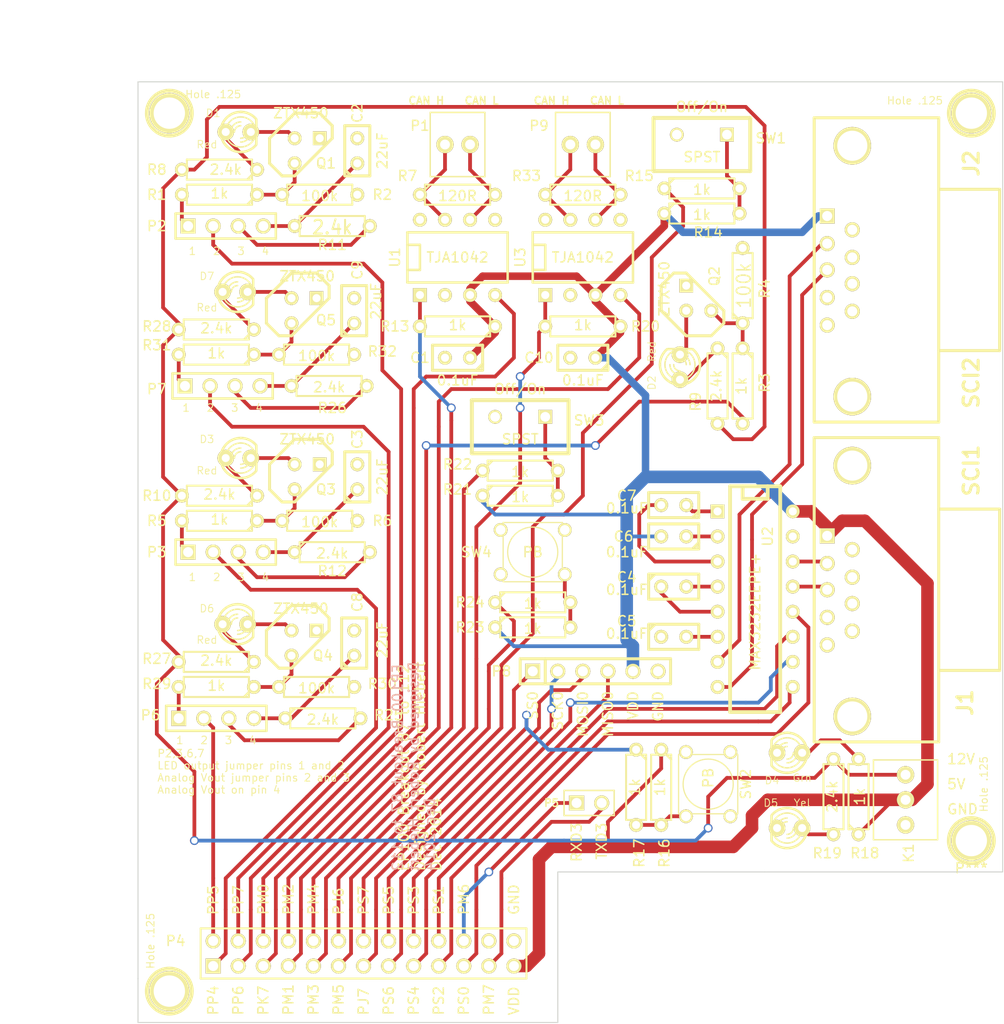
<source format=kicad_pcb>
(kicad_pcb (version 3) (host pcbnew "(2013-07-07 BZR 4022)-stable")

  (general
    (links 146)
    (no_connects 34)
    (area 32.639998 34.615003 134.721601 138.2522)
    (thickness 1.6)
    (drawings 60)
    (tracks 442)
    (zones 0)
    (modules 78)
    (nets 74)
  )

  (page A3)
  (layers
    (15 F.Cu signal)
    (0 B.Cu signal)
    (16 B.Adhes user)
    (17 F.Adhes user)
    (18 B.Paste user)
    (19 F.Paste user)
    (20 B.SilkS user)
    (21 F.SilkS user)
    (22 B.Mask user)
    (23 F.Mask user)
    (24 Dwgs.User user)
    (25 Cmts.User user)
    (26 Eco1.User user)
    (27 Eco2.User user)
    (28 Edge.Cuts user)
  )

  (setup
    (last_trace_width 0.254)
    (user_trace_width 0.381)
    (user_trace_width 0.508)
    (user_trace_width 0.635)
    (user_trace_width 0.762)
    (user_trace_width 1.016)
    (user_trace_width 1.27)
    (user_trace_width 1.524)
    (trace_clearance 0.254)
    (zone_clearance 0.508)
    (zone_45_only no)
    (trace_min 0.254)
    (segment_width 0.2)
    (edge_width 0.1)
    (via_size 0.889)
    (via_drill 0.635)
    (via_min_size 0.889)
    (via_min_drill 0.508)
    (uvia_size 0.508)
    (uvia_drill 0.127)
    (uvias_allowed no)
    (uvia_min_size 0.508)
    (uvia_min_drill 0.127)
    (pcb_text_width 0.3)
    (pcb_text_size 1.5 1.5)
    (mod_edge_width 0.15)
    (mod_text_size 1 1)
    (mod_text_width 0.15)
    (pad_size 1.5 1.5)
    (pad_drill 0.6)
    (pad_to_mask_clearance 0)
    (aux_axis_origin 0 0)
    (visible_elements 7FFFFBFF)
    (pcbplotparams
      (layerselection 3178497)
      (usegerberextensions true)
      (excludeedgelayer true)
      (linewidth 0.150000)
      (plotframeref false)
      (viasonmask false)
      (mode 1)
      (useauxorigin false)
      (hpglpennumber 1)
      (hpglpenspeed 20)
      (hpglpendiameter 15)
      (hpglpenoverlay 2)
      (psnegative false)
      (psa4output false)
      (plotreference true)
      (plotvalue true)
      (plotothertext true)
      (plotinvisibletext false)
      (padsonsilk false)
      (subtractmaskfromsilk false)
      (outputformat 1)
      (mirror false)
      (drillshape 1)
      (scaleselection 1)
      (outputdirectory ""))
  )

  (net 0 "")
  (net 1 +12V)
  (net 2 /MISO0)
  (net 3 /MOSI0)
  (net 4 /PJ6)
  (net 5 /PJ7)
  (net 6 /PK7)
  (net 7 /PM0)
  (net 8 /PM1)
  (net 9 /PM2)
  (net 10 /PM3)
  (net 11 /PM4)
  (net 12 /PM5)
  (net 13 /PM6)
  (net 14 /PM7)
  (net 15 /PP4)
  (net 16 /PP5)
  (net 17 /PP6)
  (net 18 /PP7)
  (net 19 /PS0)
  (net 20 /PS1)
  (net 21 /PS2)
  (net 22 /PS3)
  (net 23 /PS6)
  (net 24 /PS7)
  (net 25 GND)
  (net 26 N-000001)
  (net 27 N-0000010)
  (net 28 N-0000016)
  (net 29 N-0000017)
  (net 30 N-0000018)
  (net 31 N-0000019)
  (net 32 N-000002)
  (net 33 N-0000020)
  (net 34 N-0000021)
  (net 35 N-0000023)
  (net 36 N-0000024)
  (net 37 N-0000025)
  (net 38 N-0000026)
  (net 39 N-0000027)
  (net 40 N-0000028)
  (net 41 N-0000029)
  (net 42 N-000003)
  (net 43 N-0000030)
  (net 44 N-0000036)
  (net 45 N-0000037)
  (net 46 N-0000038)
  (net 47 N-000004)
  (net 48 N-000005)
  (net 49 N-0000053)
  (net 50 N-0000054)
  (net 51 N-000006)
  (net 52 N-0000064)
  (net 53 N-0000065)
  (net 54 N-0000066)
  (net 55 N-0000067)
  (net 56 N-0000068)
  (net 57 N-000007)
  (net 58 N-0000071)
  (net 59 N-0000072)
  (net 60 N-0000073)
  (net 61 N-0000074)
  (net 62 N-0000075)
  (net 63 N-0000077)
  (net 64 N-0000079)
  (net 65 N-000008)
  (net 66 N-0000080)
  (net 67 N-0000083)
  (net 68 N-0000084)
  (net 69 N-0000086)
  (net 70 N-0000087)
  (net 71 N-0000088)
  (net 72 N-000009)
  (net 73 VDD)

  (net_class Default "This is the default net class."
    (clearance 0.254)
    (trace_width 0.254)
    (via_dia 0.889)
    (via_drill 0.635)
    (uvia_dia 0.508)
    (uvia_drill 0.127)
    (add_net "")
    (add_net +12V)
    (add_net /MISO0)
    (add_net /MOSI0)
    (add_net /PJ6)
    (add_net /PJ7)
    (add_net /PK7)
    (add_net /PM0)
    (add_net /PM1)
    (add_net /PM2)
    (add_net /PM3)
    (add_net /PM4)
    (add_net /PM5)
    (add_net /PM6)
    (add_net /PM7)
    (add_net /PP4)
    (add_net /PP5)
    (add_net /PP6)
    (add_net /PP7)
    (add_net /PS0)
    (add_net /PS1)
    (add_net /PS2)
    (add_net /PS3)
    (add_net /PS6)
    (add_net /PS7)
    (add_net GND)
    (add_net N-000001)
    (add_net N-0000010)
    (add_net N-0000016)
    (add_net N-0000017)
    (add_net N-0000018)
    (add_net N-0000019)
    (add_net N-000002)
    (add_net N-0000020)
    (add_net N-0000021)
    (add_net N-0000023)
    (add_net N-0000024)
    (add_net N-0000025)
    (add_net N-0000026)
    (add_net N-0000027)
    (add_net N-0000028)
    (add_net N-0000029)
    (add_net N-000003)
    (add_net N-0000030)
    (add_net N-0000036)
    (add_net N-0000037)
    (add_net N-0000038)
    (add_net N-000004)
    (add_net N-000005)
    (add_net N-0000053)
    (add_net N-0000054)
    (add_net N-000006)
    (add_net N-0000064)
    (add_net N-0000065)
    (add_net N-0000066)
    (add_net N-0000067)
    (add_net N-0000068)
    (add_net N-000007)
    (add_net N-0000071)
    (add_net N-0000072)
    (add_net N-0000073)
    (add_net N-0000074)
    (add_net N-0000075)
    (add_net N-0000077)
    (add_net N-0000079)
    (add_net N-000008)
    (add_net N-0000080)
    (add_net N-0000083)
    (add_net N-0000084)
    (add_net N-0000086)
    (add_net N-0000087)
    (add_net N-0000088)
    (add_net N-000009)
    (add_net VDD)
  )

  (module TO92 (layer F.Cu) (tedit 54988D87) (tstamp 54976DD3)
    (at 64.135 82.55)
    (descr "Transistor TO92 brochage type BC237")
    (tags "TR TO92")
    (path /547A4DC1)
    (fp_text reference Q3 (at 1.905 1.27) (layer F.SilkS)
      (effects (font (size 1.016 1.016) (thickness 0.1524)))
    )
    (fp_text value ZTX450 (at 0 -3.81) (layer F.SilkS)
      (effects (font (size 1.016 1.016) (thickness 0.1524)))
    )
    (fp_line (start -1.27 2.54) (end 2.54 -1.27) (layer F.SilkS) (width 0.3048))
    (fp_line (start 2.54 -1.27) (end 2.54 -2.54) (layer F.SilkS) (width 0.3048))
    (fp_line (start 2.54 -2.54) (end 1.27 -3.81) (layer F.SilkS) (width 0.3048))
    (fp_line (start 1.27 -3.81) (end -1.27 -3.81) (layer F.SilkS) (width 0.3048))
    (fp_line (start -1.27 -3.81) (end -3.81 -1.27) (layer F.SilkS) (width 0.3048))
    (fp_line (start -3.81 -1.27) (end -3.81 1.27) (layer F.SilkS) (width 0.3048))
    (fp_line (start -3.81 1.27) (end -2.54 2.54) (layer F.SilkS) (width 0.3048))
    (fp_line (start -2.54 2.54) (end -1.27 2.54) (layer F.SilkS) (width 0.3048))
    (pad 1 thru_hole rect (at 1.27 -1.27) (size 1.397 1.397) (drill 0.8128)
      (layers *.Cu *.Mask F.SilkS)
      (net 25 GND)
    )
    (pad 2 thru_hole circle (at -1.27 -1.27) (size 1.397 1.397) (drill 0.8128)
      (layers *.Cu *.Mask F.SilkS)
      (net 60 N-0000073)
    )
    (pad 3 thru_hole circle (at -1.27 1.27) (size 1.397 1.397) (drill 0.8128)
      (layers *.Cu *.Mask F.SilkS)
      (net 64 N-0000079)
    )
    (model discret/to98.wrl
      (at (xyz 0 0 0))
      (scale (xyz 1 1 1))
      (rotate (xyz 0 0 0))
    )
  )

  (module TO92 (layer F.Cu) (tedit 54988F56) (tstamp 54976DE2)
    (at 103.8225 64.4525 90)
    (descr "Transistor TO92 brochage type BC237")
    (tags "TR TO92")
    (path /548B2838)
    (fp_text reference Q2 (at 2.2225 1.5875 90) (layer F.SilkS)
      (effects (font (size 1.016 1.016) (thickness 0.1524)))
    )
    (fp_text value ZTX450 (at 0.9525 -3.4925 90) (layer F.SilkS)
      (effects (font (size 1.016 1.016) (thickness 0.1524)))
    )
    (fp_line (start -1.27 2.54) (end 2.54 -1.27) (layer F.SilkS) (width 0.3048))
    (fp_line (start 2.54 -1.27) (end 2.54 -2.54) (layer F.SilkS) (width 0.3048))
    (fp_line (start 2.54 -2.54) (end 1.27 -3.81) (layer F.SilkS) (width 0.3048))
    (fp_line (start 1.27 -3.81) (end -1.27 -3.81) (layer F.SilkS) (width 0.3048))
    (fp_line (start -1.27 -3.81) (end -3.81 -1.27) (layer F.SilkS) (width 0.3048))
    (fp_line (start -3.81 -1.27) (end -3.81 1.27) (layer F.SilkS) (width 0.3048))
    (fp_line (start -3.81 1.27) (end -2.54 2.54) (layer F.SilkS) (width 0.3048))
    (fp_line (start -2.54 2.54) (end -1.27 2.54) (layer F.SilkS) (width 0.3048))
    (pad 1 thru_hole rect (at 1.27 -1.27 90) (size 1.397 1.397) (drill 0.8128)
      (layers *.Cu *.Mask F.SilkS)
      (net 25 GND)
    )
    (pad 2 thru_hole circle (at -1.27 -1.27 90) (size 1.397 1.397) (drill 0.8128)
      (layers *.Cu *.Mask F.SilkS)
      (net 43 N-0000030)
    )
    (pad 3 thru_hole circle (at -1.27 1.27 90) (size 1.397 1.397) (drill 0.8128)
      (layers *.Cu *.Mask F.SilkS)
      (net 41 N-0000029)
    )
    (model discret/to98.wrl
      (at (xyz 0 0 0))
      (scale (xyz 1 1 1))
      (rotate (xyz 0 0 0))
    )
  )

  (module TO92 (layer F.Cu) (tedit 54988C7C) (tstamp 54976DF1)
    (at 63.8175 65.7225)
    (descr "Transistor TO92 brochage type BC237")
    (tags "TR TO92")
    (path /548B2C2E)
    (fp_text reference Q5 (at 2.2225 0.9525) (layer F.SilkS)
      (effects (font (size 1.016 1.016) (thickness 0.1524)))
    )
    (fp_text value ZTX450 (at 0.3175 -3.4925) (layer F.SilkS)
      (effects (font (size 1.016 1.016) (thickness 0.1524)))
    )
    (fp_line (start -1.27 2.54) (end 2.54 -1.27) (layer F.SilkS) (width 0.3048))
    (fp_line (start 2.54 -1.27) (end 2.54 -2.54) (layer F.SilkS) (width 0.3048))
    (fp_line (start 2.54 -2.54) (end 1.27 -3.81) (layer F.SilkS) (width 0.3048))
    (fp_line (start 1.27 -3.81) (end -1.27 -3.81) (layer F.SilkS) (width 0.3048))
    (fp_line (start -1.27 -3.81) (end -3.81 -1.27) (layer F.SilkS) (width 0.3048))
    (fp_line (start -3.81 -1.27) (end -3.81 1.27) (layer F.SilkS) (width 0.3048))
    (fp_line (start -3.81 1.27) (end -2.54 2.54) (layer F.SilkS) (width 0.3048))
    (fp_line (start -2.54 2.54) (end -1.27 2.54) (layer F.SilkS) (width 0.3048))
    (pad 1 thru_hole rect (at 1.27 -1.27) (size 1.397 1.397) (drill 0.8128)
      (layers *.Cu *.Mask F.SilkS)
      (net 25 GND)
    )
    (pad 2 thru_hole circle (at -1.27 -1.27) (size 1.397 1.397) (drill 0.8128)
      (layers *.Cu *.Mask F.SilkS)
      (net 47 N-000004)
    )
    (pad 3 thru_hole circle (at -1.27 1.27) (size 1.397 1.397) (drill 0.8128)
      (layers *.Cu *.Mask F.SilkS)
      (net 42 N-000003)
    )
    (model discret/to98.wrl
      (at (xyz 0 0 0))
      (scale (xyz 1 1 1))
      (rotate (xyz 0 0 0))
    )
  )

  (module TO92 (layer F.Cu) (tedit 54988E1E) (tstamp 54976E00)
    (at 63.8175 99.3775)
    (descr "Transistor TO92 brochage type BC237")
    (tags "TR TO92")
    (path /548B2BDA)
    (fp_text reference Q4 (at 1.905 1.27) (layer F.SilkS)
      (effects (font (size 1.016 1.016) (thickness 0.1524)))
    )
    (fp_text value ZTX450 (at -0.3175 -3.4925) (layer F.SilkS)
      (effects (font (size 1.016 1.016) (thickness 0.1524)))
    )
    (fp_line (start -1.27 2.54) (end 2.54 -1.27) (layer F.SilkS) (width 0.3048))
    (fp_line (start 2.54 -1.27) (end 2.54 -2.54) (layer F.SilkS) (width 0.3048))
    (fp_line (start 2.54 -2.54) (end 1.27 -3.81) (layer F.SilkS) (width 0.3048))
    (fp_line (start 1.27 -3.81) (end -1.27 -3.81) (layer F.SilkS) (width 0.3048))
    (fp_line (start -1.27 -3.81) (end -3.81 -1.27) (layer F.SilkS) (width 0.3048))
    (fp_line (start -3.81 -1.27) (end -3.81 1.27) (layer F.SilkS) (width 0.3048))
    (fp_line (start -3.81 1.27) (end -2.54 2.54) (layer F.SilkS) (width 0.3048))
    (fp_line (start -2.54 2.54) (end -1.27 2.54) (layer F.SilkS) (width 0.3048))
    (pad 1 thru_hole rect (at 1.27 -1.27) (size 1.397 1.397) (drill 0.8128)
      (layers *.Cu *.Mask F.SilkS)
      (net 25 GND)
    )
    (pad 2 thru_hole circle (at -1.27 -1.27) (size 1.397 1.397) (drill 0.8128)
      (layers *.Cu *.Mask F.SilkS)
      (net 65 N-000008)
    )
    (pad 3 thru_hole circle (at -1.27 1.27) (size 1.397 1.397) (drill 0.8128)
      (layers *.Cu *.Mask F.SilkS)
      (net 51 N-000006)
    )
    (model discret/to98.wrl
      (at (xyz 0 0 0))
      (scale (xyz 1 1 1))
      (rotate (xyz 0 0 0))
    )
  )

  (module TO92 (layer F.Cu) (tedit 54988A8D) (tstamp 54976E0F)
    (at 64.135 49.53)
    (descr "Transistor TO92 brochage type BC237")
    (tags "TR TO92")
    (path /548B2B86)
    (fp_text reference Q1 (at 1.905 1.27) (layer F.SilkS)
      (effects (font (size 1.016 1.016) (thickness 0.1524)))
    )
    (fp_text value ZTX450 (at -0.635 -3.81) (layer F.SilkS)
      (effects (font (size 1.016 1.016) (thickness 0.1524)))
    )
    (fp_line (start -1.27 2.54) (end 2.54 -1.27) (layer F.SilkS) (width 0.3048))
    (fp_line (start 2.54 -1.27) (end 2.54 -2.54) (layer F.SilkS) (width 0.3048))
    (fp_line (start 2.54 -2.54) (end 1.27 -3.81) (layer F.SilkS) (width 0.3048))
    (fp_line (start 1.27 -3.81) (end -1.27 -3.81) (layer F.SilkS) (width 0.3048))
    (fp_line (start -1.27 -3.81) (end -3.81 -1.27) (layer F.SilkS) (width 0.3048))
    (fp_line (start -3.81 -1.27) (end -3.81 1.27) (layer F.SilkS) (width 0.3048))
    (fp_line (start -3.81 1.27) (end -2.54 2.54) (layer F.SilkS) (width 0.3048))
    (fp_line (start -2.54 2.54) (end -1.27 2.54) (layer F.SilkS) (width 0.3048))
    (pad 1 thru_hole rect (at 1.27 -1.27) (size 1.397 1.397) (drill 0.8128)
      (layers *.Cu *.Mask F.SilkS)
      (net 25 GND)
    )
    (pad 2 thru_hole circle (at -1.27 -1.27) (size 1.397 1.397) (drill 0.8128)
      (layers *.Cu *.Mask F.SilkS)
      (net 35 N-0000023)
    )
    (pad 3 thru_hole circle (at -1.27 1.27) (size 1.397 1.397) (drill 0.8128)
      (layers *.Cu *.Mask F.SilkS)
      (net 36 N-0000024)
    )
    (model discret/to98.wrl
      (at (xyz 0 0 0))
      (scale (xyz 1 1 1))
      (rotate (xyz 0 0 0))
    )
  )

  (module TE_282834-3 (layer F.Cu) (tedit 54989225) (tstamp 54976E1A)
    (at 124.7775 115.2525 270)
    (path /548B52F7)
    (fp_text reference K1 (at 5.3975 -0.3175 270) (layer F.SilkS)
      (effects (font (size 1 1) (thickness 0.15)))
    )
    (fp_text value CONN_3 (at 0.3175 2.2225 270) (layer F.SilkS) hide
      (effects (font (size 1 1) (thickness 0.15)))
    )
    (fp_line (start -4.04 -3.25) (end -4.04 3.25) (layer F.SilkS) (width 0.15))
    (fp_line (start 4.04 -3.25) (end 4.04 3.25) (layer F.SilkS) (width 0.15))
    (fp_line (start -4.04 3.25) (end 4.04 3.25) (layer F.SilkS) (width 0.15))
    (fp_line (start -4.04 -3.25) (end 4.04 -3.25) (layer F.SilkS) (width 0.15))
    (pad 1 thru_hole circle (at -2.54 0 270) (size 1.75 1.75) (drill 1)
      (layers *.Cu *.Mask F.SilkS)
      (net 1 +12V)
    )
    (pad 2 thru_hole circle (at 0 0 270) (size 1.75 1.75) (drill 1)
      (layers *.Cu *.Mask F.SilkS)
      (net 73 VDD)
    )
    (pad 3 thru_hole circle (at 2.54 0 270) (size 1.75 1.75) (drill 1)
      (layers *.Cu *.Mask F.SilkS)
      (net 25 GND)
    )
  )

  (module TE_282834-2 (layer F.Cu) (tedit 54988B05) (tstamp 54976E24)
    (at 79.375 48.895)
    (path /548B2BAD)
    (fp_text reference P1 (at -3.81 -1.905) (layer F.SilkS)
      (effects (font (size 1 1) (thickness 0.15)))
    )
    (fp_text value CONN_2 (at 0 1.905) (layer F.SilkS) hide
      (effects (font (size 1 1) (thickness 0.15)))
    )
    (fp_line (start -2.77 -3.25) (end -2.77 3.25) (layer F.SilkS) (width 0.15))
    (fp_line (start 2.77 -3.25) (end 2.77 3.25) (layer F.SilkS) (width 0.15))
    (fp_line (start -2.77 3.25) (end 2.77 3.25) (layer F.SilkS) (width 0.15))
    (fp_line (start -2.77 -3.25) (end 2.77 -3.25) (layer F.SilkS) (width 0.15))
    (pad 1 thru_hole circle (at -1.27 0) (size 1.75 1.75) (drill 1)
      (layers *.Cu *.Mask F.SilkS)
      (net 69 N-0000086)
    )
    (pad 2 thru_hole circle (at 1.27 0) (size 1.75 1.75) (drill 1)
      (layers *.Cu *.Mask F.SilkS)
      (net 67 N-0000083)
    )
  )

  (module TE_282834-2 (layer F.Cu) (tedit 54988B34) (tstamp 54976E2E)
    (at 92.075 48.895)
    (path /547A7104)
    (fp_text reference P9 (at -4.445 -1.905) (layer F.SilkS)
      (effects (font (size 1 1) (thickness 0.15)))
    )
    (fp_text value CONN_2 (at 0 1.905) (layer F.SilkS) hide
      (effects (font (size 1 1) (thickness 0.15)))
    )
    (fp_line (start -2.77 -3.25) (end -2.77 3.25) (layer F.SilkS) (width 0.15))
    (fp_line (start 2.77 -3.25) (end 2.77 3.25) (layer F.SilkS) (width 0.15))
    (fp_line (start -2.77 3.25) (end 2.77 3.25) (layer F.SilkS) (width 0.15))
    (fp_line (start -2.77 -3.25) (end 2.77 -3.25) (layer F.SilkS) (width 0.15))
    (pad 1 thru_hole circle (at -1.27 0) (size 1.75 1.75) (drill 1)
      (layers *.Cu *.Mask F.SilkS)
      (net 58 N-0000071)
    )
    (pad 2 thru_hole circle (at 1.27 0) (size 1.75 1.75) (drill 1)
      (layers *.Cu *.Mask F.SilkS)
      (net 59 N-0000072)
    )
  )

  (module Tactile_Push_Button (layer F.Cu) (tedit 54988FFD) (tstamp 54976E3B)
    (at 86.995 90.17 180)
    (path /548B2C82)
    (fp_text reference SW4 (at 5.715 0 180) (layer F.SilkS)
      (effects (font (size 1.016 1.016) (thickness 0.1524)))
    )
    (fp_text value PB (at 0 0 180) (layer F.SilkS)
      (effects (font (size 1.016 1.016) (thickness 0.1524)))
    )
    (fp_circle (center 0 0) (end 0 -2.54) (layer F.SilkS) (width 0.127))
    (fp_line (start -3 -3) (end 3 -3) (layer F.SilkS) (width 0.127))
    (fp_line (start 3 -3) (end 3 3) (layer F.SilkS) (width 0.127))
    (fp_line (start 3 3) (end -3 3) (layer F.SilkS) (width 0.127))
    (fp_line (start -3 -3) (end -3 3) (layer F.SilkS) (width 0.127))
    (pad 2 thru_hole circle (at 3.25 -2.25 180) (size 1.397 1.397) (drill 0.99)
      (layers *.Cu *.Mask F.SilkS)
    )
    (pad 4 thru_hole circle (at 3.25 2.25 180) (size 1.397 1.397) (drill 0.99)
      (layers *.Cu *.Mask F.SilkS)
    )
    (pad 1 thru_hole circle (at -3.25 -2.25 180) (size 1.397 1.397) (drill 0.99)
      (layers *.Cu *.Mask F.SilkS)
      (net 30 N-0000018)
    )
    (pad 3 thru_hole circle (at -3.25 2.25 180) (size 1.397 1.397) (drill 0.99)
      (layers *.Cu *.Mask F.SilkS)
      (net 25 GND)
    )
  )

  (module Tactile_Push_Button (layer F.Cu) (tedit 5498912D) (tstamp 54976E48)
    (at 104.775 113.665 90)
    (path /548B2528)
    (fp_text reference SW2 (at 0 3.81 90) (layer F.SilkS)
      (effects (font (size 1.016 1.016) (thickness 0.1524)))
    )
    (fp_text value PB (at 0.635 0 90) (layer F.SilkS)
      (effects (font (size 1.016 1.016) (thickness 0.1524)))
    )
    (fp_circle (center 0 0) (end 0 -2.54) (layer F.SilkS) (width 0.127))
    (fp_line (start -3 -3) (end 3 -3) (layer F.SilkS) (width 0.127))
    (fp_line (start 3 -3) (end 3 3) (layer F.SilkS) (width 0.127))
    (fp_line (start 3 3) (end -3 3) (layer F.SilkS) (width 0.127))
    (fp_line (start -3 -3) (end -3 3) (layer F.SilkS) (width 0.127))
    (pad 2 thru_hole circle (at 3.25 -2.25 90) (size 1.397 1.397) (drill 0.99)
      (layers *.Cu *.Mask F.SilkS)
    )
    (pad 4 thru_hole circle (at 3.25 2.25 90) (size 1.397 1.397) (drill 0.99)
      (layers *.Cu *.Mask F.SilkS)
    )
    (pad 1 thru_hole circle (at -3.25 -2.25 90) (size 1.397 1.397) (drill 0.99)
      (layers *.Cu *.Mask F.SilkS)
      (net 31 N-0000019)
    )
    (pad 3 thru_hole circle (at -3.25 2.25 90) (size 1.397 1.397) (drill 0.99)
      (layers *.Cu *.Mask F.SilkS)
      (net 25 GND)
    )
  )

  (module Slide-Switch (layer F.Cu) (tedit 549DDA24) (tstamp 54976E52)
    (at 85.725 77.47 180)
    (descr "Connecteurs 2 pins")
    (tags "CONN DEV")
    (path /548B2C88)
    (fp_text reference SW3 (at -6.985 0.635 180) (layer F.SilkS)
      (effects (font (size 1.016 1.016) (thickness 0.1524)))
    )
    (fp_text value SPST (at 0 -1.27 180) (layer F.SilkS)
      (effects (font (size 1.016 1.016) (thickness 0.1524)))
    )
    (fp_line (start -4.9 2.69) (end 4.9 2.69) (layer F.SilkS) (width 0.4))
    (fp_line (start 4.9 -2.69) (end 4.9 2.69) (layer F.SilkS) (width 0.4))
    (fp_line (start -4.9 -2.69) (end 4.9 -2.69) (layer F.SilkS) (width 0.4))
    (fp_line (start -4.9 -2.69) (end -4.9 2.69) (layer F.SilkS) (width 0.4))
    (pad 1 thru_hole rect (at -2.54 1 180) (size 1.397 1.397) (drill 0.99)
      (layers *.Cu *.Mask F.SilkS)
      (net 27 N-0000010)
    )
    (pad 2 thru_hole circle (at 2.54 1 180) (size 1.397 1.397) (drill 0.99)
      (layers *.Cu *.Mask F.SilkS)
      (net 25 GND)
    )
  )

  (module Slide-Switch (layer F.Cu) (tedit 549DD9EF) (tstamp 54976E5C)
    (at 104.14 48.895 180)
    (descr "Connecteurs 2 pins")
    (tags "CONN DEV")
    (path /548B2537)
    (fp_text reference SW1 (at -6.985 0.635 180) (layer F.SilkS)
      (effects (font (size 1.016 1.016) (thickness 0.1524)))
    )
    (fp_text value SPST (at 0 -1.27 180) (layer F.SilkS)
      (effects (font (size 1.016 1.016) (thickness 0.1524)))
    )
    (fp_line (start -4.9 2.69) (end 4.9 2.69) (layer F.SilkS) (width 0.4))
    (fp_line (start 4.9 -2.69) (end 4.9 2.69) (layer F.SilkS) (width 0.4))
    (fp_line (start -4.9 -2.69) (end 4.9 -2.69) (layer F.SilkS) (width 0.4))
    (fp_line (start -4.9 -2.69) (end -4.9 2.69) (layer F.SilkS) (width 0.4))
    (pad 1 thru_hole rect (at -2.54 1 180) (size 1.397 1.397) (drill 0.99)
      (layers *.Cu *.Mask F.SilkS)
      (net 40 N-0000028)
    )
    (pad 2 thru_hole circle (at 2.54 1 180) (size 1.397 1.397) (drill 0.99)
      (layers *.Cu *.Mask F.SilkS)
      (net 25 GND)
    )
  )

  (module R3 (layer F.Cu) (tedit 54988C54) (tstamp 54976E6A)
    (at 54.9275 70.1675 180)
    (descr "Resitance 3 pas")
    (tags R)
    (path /548B2C4C)
    (autoplace_cost180 10)
    (fp_text reference R31 (at 6.0325 0.9525 180) (layer F.SilkS)
      (effects (font (size 1.016 1.016) (thickness 0.1524)))
    )
    (fp_text value 1k (at 0 0.127 180) (layer F.SilkS)
      (effects (font (size 1.016 1.016) (thickness 0.1524)))
    )
    (fp_line (start -3.81 0) (end -3.302 0) (layer F.SilkS) (width 0.2032))
    (fp_line (start 3.81 0) (end 3.302 0) (layer F.SilkS) (width 0.2032))
    (fp_line (start 3.302 0) (end 3.302 -1.016) (layer F.SilkS) (width 0.2032))
    (fp_line (start 3.302 -1.016) (end -3.302 -1.016) (layer F.SilkS) (width 0.2032))
    (fp_line (start -3.302 -1.016) (end -3.302 1.016) (layer F.SilkS) (width 0.2032))
    (fp_line (start -3.302 1.016) (end 3.302 1.016) (layer F.SilkS) (width 0.2032))
    (fp_line (start 3.302 1.016) (end 3.302 0) (layer F.SilkS) (width 0.2032))
    (fp_line (start -3.302 -0.508) (end -2.794 -1.016) (layer F.SilkS) (width 0.2032))
    (pad 1 thru_hole circle (at -3.81 0 180) (size 1.397 1.397) (drill 0.8128)
      (layers *.Cu *.Mask F.SilkS)
      (net 42 N-000003)
    )
    (pad 2 thru_hole circle (at 3.81 0 180) (size 1.397 1.397) (drill 0.8128)
      (layers *.Cu *.Mask F.SilkS)
      (net 29 N-0000017)
    )
    (model discret/resistor.wrl
      (at (xyz 0 0 0))
      (scale (xyz 0.3 0.3 0.3))
      (rotate (xyz 0 0 0))
    )
  )

  (module R3 (layer F.Cu) (tedit 54988F7B) (tstamp 54976E78)
    (at 108.2675 73.3425 270)
    (descr "Resitance 3 pas")
    (tags R)
    (path /548B2856)
    (autoplace_cost180 10)
    (fp_text reference R3 (at -0.3175 -2.2225 270) (layer F.SilkS)
      (effects (font (size 1.016 1.016) (thickness 0.1524)))
    )
    (fp_text value 1k (at 0 0.127 270) (layer F.SilkS)
      (effects (font (size 1.016 1.016) (thickness 0.1524)))
    )
    (fp_line (start -3.81 0) (end -3.302 0) (layer F.SilkS) (width 0.2032))
    (fp_line (start 3.81 0) (end 3.302 0) (layer F.SilkS) (width 0.2032))
    (fp_line (start 3.302 0) (end 3.302 -1.016) (layer F.SilkS) (width 0.2032))
    (fp_line (start 3.302 -1.016) (end -3.302 -1.016) (layer F.SilkS) (width 0.2032))
    (fp_line (start -3.302 -1.016) (end -3.302 1.016) (layer F.SilkS) (width 0.2032))
    (fp_line (start -3.302 1.016) (end 3.302 1.016) (layer F.SilkS) (width 0.2032))
    (fp_line (start 3.302 1.016) (end 3.302 0) (layer F.SilkS) (width 0.2032))
    (fp_line (start -3.302 -0.508) (end -2.794 -1.016) (layer F.SilkS) (width 0.2032))
    (pad 1 thru_hole circle (at -3.81 0 270) (size 1.397 1.397) (drill 0.8128)
      (layers *.Cu *.Mask F.SilkS)
      (net 41 N-0000029)
    )
    (pad 2 thru_hole circle (at 3.81 0 270) (size 1.397 1.397) (drill 0.8128)
      (layers *.Cu *.Mask F.SilkS)
      (net 6 /PK7)
    )
    (model discret/resistor.wrl
      (at (xyz 0 0 0))
      (scale (xyz 0.3 0.3 0.3))
      (rotate (xyz 0 0 0))
    )
  )

  (module R3 (layer F.Cu) (tedit 54988F1A) (tstamp 54976E86)
    (at 79.375 67.31 180)
    (descr "Resitance 3 pas")
    (tags R)
    (path /548B2B84)
    (autoplace_cost180 10)
    (fp_text reference R13 (at 6.35 0 180) (layer F.SilkS)
      (effects (font (size 1.016 1.016) (thickness 0.1524)))
    )
    (fp_text value 1k (at 0 0.127 180) (layer F.SilkS)
      (effects (font (size 1.016 1.016) (thickness 0.1524)))
    )
    (fp_line (start -3.81 0) (end -3.302 0) (layer F.SilkS) (width 0.2032))
    (fp_line (start 3.81 0) (end 3.302 0) (layer F.SilkS) (width 0.2032))
    (fp_line (start 3.302 0) (end 3.302 -1.016) (layer F.SilkS) (width 0.2032))
    (fp_line (start 3.302 -1.016) (end -3.302 -1.016) (layer F.SilkS) (width 0.2032))
    (fp_line (start -3.302 -1.016) (end -3.302 1.016) (layer F.SilkS) (width 0.2032))
    (fp_line (start -3.302 1.016) (end 3.302 1.016) (layer F.SilkS) (width 0.2032))
    (fp_line (start 3.302 1.016) (end 3.302 0) (layer F.SilkS) (width 0.2032))
    (fp_line (start -3.302 -0.508) (end -2.794 -1.016) (layer F.SilkS) (width 0.2032))
    (pad 1 thru_hole circle (at -3.81 0 180) (size 1.397 1.397) (drill 0.8128)
      (layers *.Cu *.Mask F.SilkS)
      (net 73 VDD)
    )
    (pad 2 thru_hole circle (at 3.81 0 180) (size 1.397 1.397) (drill 0.8128)
      (layers *.Cu *.Mask F.SilkS)
      (net 8 /PM1)
    )
    (model discret/resistor.wrl
      (at (xyz 0 0 0))
      (scale (xyz 0.3 0.3 0.3))
      (rotate (xyz 0 0 0))
    )
  )

  (module R3 (layer F.Cu) (tedit 54988CBC) (tstamp 54976E94)
    (at 65.0875 70.1675)
    (descr "Resitance 3 pas")
    (tags R)
    (path /548B2C52)
    (autoplace_cost180 10)
    (fp_text reference R32 (at 6.6675 -0.3175) (layer F.SilkS)
      (effects (font (size 1.016 1.016) (thickness 0.1524)))
    )
    (fp_text value 100k (at 0 0.127) (layer F.SilkS)
      (effects (font (size 1.016 1.016) (thickness 0.1524)))
    )
    (fp_line (start -3.81 0) (end -3.302 0) (layer F.SilkS) (width 0.2032))
    (fp_line (start 3.81 0) (end 3.302 0) (layer F.SilkS) (width 0.2032))
    (fp_line (start 3.302 0) (end 3.302 -1.016) (layer F.SilkS) (width 0.2032))
    (fp_line (start 3.302 -1.016) (end -3.302 -1.016) (layer F.SilkS) (width 0.2032))
    (fp_line (start -3.302 -1.016) (end -3.302 1.016) (layer F.SilkS) (width 0.2032))
    (fp_line (start -3.302 1.016) (end 3.302 1.016) (layer F.SilkS) (width 0.2032))
    (fp_line (start 3.302 1.016) (end 3.302 0) (layer F.SilkS) (width 0.2032))
    (fp_line (start -3.302 -0.508) (end -2.794 -1.016) (layer F.SilkS) (width 0.2032))
    (pad 1 thru_hole circle (at -3.81 0) (size 1.397 1.397) (drill 0.8128)
      (layers *.Cu *.Mask F.SilkS)
      (net 42 N-000003)
    )
    (pad 2 thru_hole circle (at 3.81 0) (size 1.397 1.397) (drill 0.8128)
      (layers *.Cu *.Mask F.SilkS)
      (net 25 GND)
    )
    (model discret/resistor.wrl
      (at (xyz 0 0 0))
      (scale (xyz 0.3 0.3 0.3))
      (rotate (xyz 0 0 0))
    )
  )

  (module R3 (layer F.Cu) (tedit 54988F6B) (tstamp 54976EA2)
    (at 108.2675 63.1825 90)
    (descr "Resitance 3 pas")
    (tags R)
    (path /548B285C)
    (autoplace_cost180 10)
    (fp_text reference R4 (at -0.3175 2.2225 90) (layer F.SilkS)
      (effects (font (size 1.016 1.016) (thickness 0.1524)))
    )
    (fp_text value 100k (at 0 0.127 90) (layer F.SilkS)
      (effects (font (size 1.397 1.27) (thickness 0.1524)))
    )
    (fp_line (start -3.81 0) (end -3.302 0) (layer F.SilkS) (width 0.2032))
    (fp_line (start 3.81 0) (end 3.302 0) (layer F.SilkS) (width 0.2032))
    (fp_line (start 3.302 0) (end 3.302 -1.016) (layer F.SilkS) (width 0.2032))
    (fp_line (start 3.302 -1.016) (end -3.302 -1.016) (layer F.SilkS) (width 0.2032))
    (fp_line (start -3.302 -1.016) (end -3.302 1.016) (layer F.SilkS) (width 0.2032))
    (fp_line (start -3.302 1.016) (end 3.302 1.016) (layer F.SilkS) (width 0.2032))
    (fp_line (start 3.302 1.016) (end 3.302 0) (layer F.SilkS) (width 0.2032))
    (fp_line (start -3.302 -0.508) (end -2.794 -1.016) (layer F.SilkS) (width 0.2032))
    (pad 1 thru_hole circle (at -3.81 0 90) (size 1.397 1.397) (drill 0.8128)
      (layers *.Cu *.Mask F.SilkS)
      (net 41 N-0000029)
    )
    (pad 2 thru_hole circle (at 3.81 0 90) (size 1.397 1.397) (drill 0.8128)
      (layers *.Cu *.Mask F.SilkS)
      (net 25 GND)
    )
    (model discret/resistor.wrl
      (at (xyz 0 0 0))
      (scale (xyz 0.3 0.3 0.3))
      (rotate (xyz 0 0 0))
    )
  )

  (module R3 (layer F.Cu) (tedit 54988B70) (tstamp 54976EB0)
    (at 104.14 53.34)
    (descr "Resitance 3 pas")
    (tags R)
    (path /548B274B)
    (autoplace_cost180 10)
    (fp_text reference R15 (at -6.35 -1.27) (layer F.SilkS)
      (effects (font (size 1.016 1.016) (thickness 0.1524)))
    )
    (fp_text value 1k (at 0 0.127) (layer F.SilkS)
      (effects (font (size 1.016 1.016) (thickness 0.1524)))
    )
    (fp_line (start -3.81 0) (end -3.302 0) (layer F.SilkS) (width 0.2032))
    (fp_line (start 3.81 0) (end 3.302 0) (layer F.SilkS) (width 0.2032))
    (fp_line (start 3.302 0) (end 3.302 -1.016) (layer F.SilkS) (width 0.2032))
    (fp_line (start 3.302 -1.016) (end -3.302 -1.016) (layer F.SilkS) (width 0.2032))
    (fp_line (start -3.302 -1.016) (end -3.302 1.016) (layer F.SilkS) (width 0.2032))
    (fp_line (start -3.302 1.016) (end 3.302 1.016) (layer F.SilkS) (width 0.2032))
    (fp_line (start 3.302 1.016) (end 3.302 0) (layer F.SilkS) (width 0.2032))
    (fp_line (start -3.302 -0.508) (end -2.794 -1.016) (layer F.SilkS) (width 0.2032))
    (pad 1 thru_hole circle (at -3.81 0) (size 1.397 1.397) (drill 0.8128)
      (layers *.Cu *.Mask F.SilkS)
      (net 12 /PM5)
    )
    (pad 2 thru_hole circle (at 3.81 0) (size 1.397 1.397) (drill 0.8128)
      (layers *.Cu *.Mask F.SilkS)
      (net 40 N-0000028)
    )
    (model discret/resistor.wrl
      (at (xyz 0 0 0))
      (scale (xyz 0.3 0.3 0.3))
      (rotate (xyz 0 0 0))
    )
  )

  (module R3 (layer F.Cu) (tedit 54988B4B) (tstamp 54976EBE)
    (at 79.375 53.975)
    (descr "Resitance 3 pas")
    (tags R)
    (path /548B2B9F)
    (autoplace_cost180 10)
    (fp_text reference R7 (at -5.08 -1.905) (layer F.SilkS)
      (effects (font (size 1.016 1.016) (thickness 0.1524)))
    )
    (fp_text value 120R (at 0 0.127) (layer F.SilkS)
      (effects (font (size 1.016 1.016) (thickness 0.1524)))
    )
    (fp_line (start -3.81 0) (end -3.302 0) (layer F.SilkS) (width 0.2032))
    (fp_line (start 3.81 0) (end 3.302 0) (layer F.SilkS) (width 0.2032))
    (fp_line (start 3.302 0) (end 3.302 -1.016) (layer F.SilkS) (width 0.2032))
    (fp_line (start 3.302 -1.016) (end -3.302 -1.016) (layer F.SilkS) (width 0.2032))
    (fp_line (start -3.302 -1.016) (end -3.302 1.016) (layer F.SilkS) (width 0.2032))
    (fp_line (start -3.302 1.016) (end 3.302 1.016) (layer F.SilkS) (width 0.2032))
    (fp_line (start 3.302 1.016) (end 3.302 0) (layer F.SilkS) (width 0.2032))
    (fp_line (start -3.302 -0.508) (end -2.794 -1.016) (layer F.SilkS) (width 0.2032))
    (pad 1 thru_hole circle (at -3.81 0) (size 1.397 1.397) (drill 0.8128)
      (layers *.Cu *.Mask F.SilkS)
      (net 69 N-0000086)
    )
    (pad 2 thru_hole circle (at 3.81 0) (size 1.397 1.397) (drill 0.8128)
      (layers *.Cu *.Mask F.SilkS)
      (net 67 N-0000083)
    )
    (model discret/resistor.wrl
      (at (xyz 0 0 0))
      (scale (xyz 0.3 0.3 0.3))
      (rotate (xyz 0 0 0))
    )
  )

  (module R3 (layer F.Cu) (tedit 54988A9B) (tstamp 54976ECC)
    (at 55.245 51.435 180)
    (descr "Resitance 3 pas")
    (tags R)
    (path /548B2B8C)
    (autoplace_cost180 10)
    (fp_text reference R8 (at 6.35 0 180) (layer F.SilkS)
      (effects (font (size 1.016 1.016) (thickness 0.1524)))
    )
    (fp_text value 2.4k (at -0.635 0 180) (layer F.SilkS)
      (effects (font (size 1.016 1.016) (thickness 0.1524)))
    )
    (fp_line (start -3.81 0) (end -3.302 0) (layer F.SilkS) (width 0.2032))
    (fp_line (start 3.81 0) (end 3.302 0) (layer F.SilkS) (width 0.2032))
    (fp_line (start 3.302 0) (end 3.302 -1.016) (layer F.SilkS) (width 0.2032))
    (fp_line (start 3.302 -1.016) (end -3.302 -1.016) (layer F.SilkS) (width 0.2032))
    (fp_line (start -3.302 -1.016) (end -3.302 1.016) (layer F.SilkS) (width 0.2032))
    (fp_line (start -3.302 1.016) (end 3.302 1.016) (layer F.SilkS) (width 0.2032))
    (fp_line (start 3.302 1.016) (end 3.302 0) (layer F.SilkS) (width 0.2032))
    (fp_line (start -3.302 -0.508) (end -2.794 -1.016) (layer F.SilkS) (width 0.2032))
    (pad 1 thru_hole circle (at -3.81 0 180) (size 1.397 1.397) (drill 0.8128)
      (layers *.Cu *.Mask F.SilkS)
      (net 37 N-0000025)
    )
    (pad 2 thru_hole circle (at 3.81 0 180) (size 1.397 1.397) (drill 0.8128)
      (layers *.Cu *.Mask F.SilkS)
      (net 1 +12V)
    )
    (model discret/resistor.wrl
      (at (xyz 0 0 0))
      (scale (xyz 0.3 0.3 0.3))
      (rotate (xyz 0 0 0))
    )
  )

  (module R3 (layer F.Cu) (tedit 54988C48) (tstamp 549778A2)
    (at 54.9275 67.6275 180)
    (descr "Resitance 3 pas")
    (tags R)
    (path /548B2C34)
    (autoplace_cost180 10)
    (fp_text reference R28 (at 6.0325 0.3175 180) (layer F.SilkS)
      (effects (font (size 1.016 1.016) (thickness 0.1524)))
    )
    (fp_text value 2.4k (at 0 0.127 180) (layer F.SilkS)
      (effects (font (size 1.016 1.016) (thickness 0.1524)))
    )
    (fp_line (start -3.81 0) (end -3.302 0) (layer F.SilkS) (width 0.2032))
    (fp_line (start 3.81 0) (end 3.302 0) (layer F.SilkS) (width 0.2032))
    (fp_line (start 3.302 0) (end 3.302 -1.016) (layer F.SilkS) (width 0.2032))
    (fp_line (start 3.302 -1.016) (end -3.302 -1.016) (layer F.SilkS) (width 0.2032))
    (fp_line (start -3.302 -1.016) (end -3.302 1.016) (layer F.SilkS) (width 0.2032))
    (fp_line (start -3.302 1.016) (end 3.302 1.016) (layer F.SilkS) (width 0.2032))
    (fp_line (start 3.302 1.016) (end 3.302 0) (layer F.SilkS) (width 0.2032))
    (fp_line (start -3.302 -0.508) (end -2.794 -1.016) (layer F.SilkS) (width 0.2032))
    (pad 1 thru_hole circle (at -3.81 0 180) (size 1.397 1.397) (drill 0.8128)
      (layers *.Cu *.Mask F.SilkS)
      (net 48 N-000005)
    )
    (pad 2 thru_hole circle (at 3.81 0 180) (size 1.397 1.397) (drill 0.8128)
      (layers *.Cu *.Mask F.SilkS)
      (net 1 +12V)
    )
    (model discret/resistor.wrl
      (at (xyz 0 0 0))
      (scale (xyz 0.3 0.3 0.3))
      (rotate (xyz 0 0 0))
    )
  )

  (module R3 (layer F.Cu) (tedit 54988AA9) (tstamp 54976EE8)
    (at 55.245 53.975 180)
    (descr "Resitance 3 pas")
    (tags R)
    (path /548B2BA4)
    (autoplace_cost180 10)
    (fp_text reference R1 (at 6.35 0 180) (layer F.SilkS)
      (effects (font (size 1.016 1.016) (thickness 0.1524)))
    )
    (fp_text value 1k (at 0 0.127 180) (layer F.SilkS)
      (effects (font (size 1.016 1.016) (thickness 0.1524)))
    )
    (fp_line (start -3.81 0) (end -3.302 0) (layer F.SilkS) (width 0.2032))
    (fp_line (start 3.81 0) (end 3.302 0) (layer F.SilkS) (width 0.2032))
    (fp_line (start 3.302 0) (end 3.302 -1.016) (layer F.SilkS) (width 0.2032))
    (fp_line (start 3.302 -1.016) (end -3.302 -1.016) (layer F.SilkS) (width 0.2032))
    (fp_line (start -3.302 -1.016) (end -3.302 1.016) (layer F.SilkS) (width 0.2032))
    (fp_line (start -3.302 1.016) (end 3.302 1.016) (layer F.SilkS) (width 0.2032))
    (fp_line (start 3.302 1.016) (end 3.302 0) (layer F.SilkS) (width 0.2032))
    (fp_line (start -3.302 -0.508) (end -2.794 -1.016) (layer F.SilkS) (width 0.2032))
    (pad 1 thru_hole circle (at -3.81 0 180) (size 1.397 1.397) (drill 0.8128)
      (layers *.Cu *.Mask F.SilkS)
      (net 36 N-0000024)
    )
    (pad 2 thru_hole circle (at 3.81 0 180) (size 1.397 1.397) (drill 0.8128)
      (layers *.Cu *.Mask F.SilkS)
      (net 57 N-000007)
    )
    (model discret/resistor.wrl
      (at (xyz 0 0 0))
      (scale (xyz 0.3 0.3 0.3))
      (rotate (xyz 0 0 0))
    )
  )

  (module R3 (layer F.Cu) (tedit 54988CD8) (tstamp 54976EF6)
    (at 65.405 53.975)
    (descr "Resitance 3 pas")
    (tags R)
    (path /548B2BAA)
    (autoplace_cost180 10)
    (fp_text reference R2 (at 6.35 0) (layer F.SilkS)
      (effects (font (size 1.016 1.016) (thickness 0.1524)))
    )
    (fp_text value 100k (at 0 0.127) (layer F.SilkS)
      (effects (font (size 1.016 1.016) (thickness 0.1524)))
    )
    (fp_line (start -3.81 0) (end -3.302 0) (layer F.SilkS) (width 0.2032))
    (fp_line (start 3.81 0) (end 3.302 0) (layer F.SilkS) (width 0.2032))
    (fp_line (start 3.302 0) (end 3.302 -1.016) (layer F.SilkS) (width 0.2032))
    (fp_line (start 3.302 -1.016) (end -3.302 -1.016) (layer F.SilkS) (width 0.2032))
    (fp_line (start -3.302 -1.016) (end -3.302 1.016) (layer F.SilkS) (width 0.2032))
    (fp_line (start -3.302 1.016) (end 3.302 1.016) (layer F.SilkS) (width 0.2032))
    (fp_line (start 3.302 1.016) (end 3.302 0) (layer F.SilkS) (width 0.2032))
    (fp_line (start -3.302 -0.508) (end -2.794 -1.016) (layer F.SilkS) (width 0.2032))
    (pad 1 thru_hole circle (at -3.81 0) (size 1.397 1.397) (drill 0.8128)
      (layers *.Cu *.Mask F.SilkS)
      (net 36 N-0000024)
    )
    (pad 2 thru_hole circle (at 3.81 0) (size 1.397 1.397) (drill 0.8128)
      (layers *.Cu *.Mask F.SilkS)
      (net 25 GND)
    )
    (model discret/resistor.wrl
      (at (xyz 0 0 0))
      (scale (xyz 0.3 0.3 0.3))
      (rotate (xyz 0 0 0))
    )
  )

  (module R3 (layer F.Cu) (tedit 54988B8B) (tstamp 54976F04)
    (at 66.675 57.15)
    (descr "Resitance 3 pas")
    (tags R)
    (path /548B2BBC)
    (autoplace_cost180 10)
    (fp_text reference R11 (at 0 1.905) (layer F.SilkS)
      (effects (font (size 1.016 1.016) (thickness 0.1524)))
    )
    (fp_text value 2.4k (at 0 0.127) (layer F.SilkS)
      (effects (font (size 1.397 1.27) (thickness 0.2032)))
    )
    (fp_line (start -3.81 0) (end -3.302 0) (layer F.SilkS) (width 0.2032))
    (fp_line (start 3.81 0) (end 3.302 0) (layer F.SilkS) (width 0.2032))
    (fp_line (start 3.302 0) (end 3.302 -1.016) (layer F.SilkS) (width 0.2032))
    (fp_line (start 3.302 -1.016) (end -3.302 -1.016) (layer F.SilkS) (width 0.2032))
    (fp_line (start -3.302 -1.016) (end -3.302 1.016) (layer F.SilkS) (width 0.2032))
    (fp_line (start -3.302 1.016) (end 3.302 1.016) (layer F.SilkS) (width 0.2032))
    (fp_line (start 3.302 1.016) (end 3.302 0) (layer F.SilkS) (width 0.2032))
    (fp_line (start -3.302 -0.508) (end -2.794 -1.016) (layer F.SilkS) (width 0.2032))
    (pad 1 thru_hole circle (at -3.81 0) (size 1.397 1.397) (drill 0.8128)
      (layers *.Cu *.Mask F.SilkS)
      (net 68 N-0000084)
    )
    (pad 2 thru_hole circle (at 3.81 0) (size 1.397 1.397) (drill 0.8128)
      (layers *.Cu *.Mask F.SilkS)
      (net 38 N-0000026)
    )
    (model discret/resistor.wrl
      (at (xyz 0 0 0))
      (scale (xyz 0.3 0.3 0.3))
      (rotate (xyz 0 0 0))
    )
  )

  (module R3 (layer F.Cu) (tedit 54988E50) (tstamp 54976F12)
    (at 54.9275 101.2825 180)
    (descr "Resitance 3 pas")
    (tags R)
    (path /548B2BE0)
    (autoplace_cost180 10)
    (fp_text reference R27 (at 6.0325 0.3175 180) (layer F.SilkS)
      (effects (font (size 1.016 1.016) (thickness 0.1524)))
    )
    (fp_text value 2.4k (at 0 0.127 180) (layer F.SilkS)
      (effects (font (size 1.016 1.016) (thickness 0.1524)))
    )
    (fp_line (start -3.81 0) (end -3.302 0) (layer F.SilkS) (width 0.2032))
    (fp_line (start 3.81 0) (end 3.302 0) (layer F.SilkS) (width 0.2032))
    (fp_line (start 3.302 0) (end 3.302 -1.016) (layer F.SilkS) (width 0.2032))
    (fp_line (start 3.302 -1.016) (end -3.302 -1.016) (layer F.SilkS) (width 0.2032))
    (fp_line (start -3.302 -1.016) (end -3.302 1.016) (layer F.SilkS) (width 0.2032))
    (fp_line (start -3.302 1.016) (end 3.302 1.016) (layer F.SilkS) (width 0.2032))
    (fp_line (start 3.302 1.016) (end 3.302 0) (layer F.SilkS) (width 0.2032))
    (fp_line (start -3.302 -0.508) (end -2.794 -1.016) (layer F.SilkS) (width 0.2032))
    (pad 1 thru_hole circle (at -3.81 0 180) (size 1.397 1.397) (drill 0.8128)
      (layers *.Cu *.Mask F.SilkS)
      (net 72 N-000009)
    )
    (pad 2 thru_hole circle (at 3.81 0 180) (size 1.397 1.397) (drill 0.8128)
      (layers *.Cu *.Mask F.SilkS)
      (net 1 +12V)
    )
    (model discret/resistor.wrl
      (at (xyz 0 0 0))
      (scale (xyz 0.3 0.3 0.3))
      (rotate (xyz 0 0 0))
    )
  )

  (module R3 (layer F.Cu) (tedit 54988E8D) (tstamp 54976F20)
    (at 65.7225 106.9975)
    (descr "Resitance 3 pas")
    (tags R)
    (path /548B2C10)
    (autoplace_cost180 10)
    (fp_text reference R25 (at 6.6675 -0.3175) (layer F.SilkS)
      (effects (font (size 1.016 1.016) (thickness 0.1524)))
    )
    (fp_text value 2.4k (at 0 0.127) (layer F.SilkS)
      (effects (font (size 1.016 1.016) (thickness 0.1524)))
    )
    (fp_line (start -3.81 0) (end -3.302 0) (layer F.SilkS) (width 0.2032))
    (fp_line (start 3.81 0) (end 3.302 0) (layer F.SilkS) (width 0.2032))
    (fp_line (start 3.302 0) (end 3.302 -1.016) (layer F.SilkS) (width 0.2032))
    (fp_line (start 3.302 -1.016) (end -3.302 -1.016) (layer F.SilkS) (width 0.2032))
    (fp_line (start -3.302 -1.016) (end -3.302 1.016) (layer F.SilkS) (width 0.2032))
    (fp_line (start -3.302 1.016) (end 3.302 1.016) (layer F.SilkS) (width 0.2032))
    (fp_line (start 3.302 1.016) (end 3.302 0) (layer F.SilkS) (width 0.2032))
    (fp_line (start -3.302 -0.508) (end -2.794 -1.016) (layer F.SilkS) (width 0.2032))
    (pad 1 thru_hole circle (at -3.81 0) (size 1.397 1.397) (drill 0.8128)
      (layers *.Cu *.Mask F.SilkS)
      (net 71 N-0000088)
    )
    (pad 2 thru_hole circle (at 3.81 0) (size 1.397 1.397) (drill 0.8128)
      (layers *.Cu *.Mask F.SilkS)
      (net 26 N-000001)
    )
    (model discret/resistor.wrl
      (at (xyz 0 0 0))
      (scale (xyz 0.3 0.3 0.3))
      (rotate (xyz 0 0 0))
    )
  )

  (module R3 (layer F.Cu) (tedit 54988E5D) (tstamp 54976F2E)
    (at 54.9275 103.8225 180)
    (descr "Resitance 3 pas")
    (tags R)
    (path /548B2BF8)
    (autoplace_cost180 10)
    (fp_text reference R29 (at 6.0325 0.3175 180) (layer F.SilkS)
      (effects (font (size 1.016 1.016) (thickness 0.1524)))
    )
    (fp_text value 1k (at 0 0.127 180) (layer F.SilkS)
      (effects (font (size 1.016 1.016) (thickness 0.1524)))
    )
    (fp_line (start -3.81 0) (end -3.302 0) (layer F.SilkS) (width 0.2032))
    (fp_line (start 3.81 0) (end 3.302 0) (layer F.SilkS) (width 0.2032))
    (fp_line (start 3.302 0) (end 3.302 -1.016) (layer F.SilkS) (width 0.2032))
    (fp_line (start 3.302 -1.016) (end -3.302 -1.016) (layer F.SilkS) (width 0.2032))
    (fp_line (start -3.302 -1.016) (end -3.302 1.016) (layer F.SilkS) (width 0.2032))
    (fp_line (start -3.302 1.016) (end 3.302 1.016) (layer F.SilkS) (width 0.2032))
    (fp_line (start 3.302 1.016) (end 3.302 0) (layer F.SilkS) (width 0.2032))
    (fp_line (start -3.302 -0.508) (end -2.794 -1.016) (layer F.SilkS) (width 0.2032))
    (pad 1 thru_hole circle (at -3.81 0 180) (size 1.397 1.397) (drill 0.8128)
      (layers *.Cu *.Mask F.SilkS)
      (net 51 N-000006)
    )
    (pad 2 thru_hole circle (at 3.81 0 180) (size 1.397 1.397) (drill 0.8128)
      (layers *.Cu *.Mask F.SilkS)
      (net 32 N-000002)
    )
    (model discret/resistor.wrl
      (at (xyz 0 0 0))
      (scale (xyz 0.3 0.3 0.3))
      (rotate (xyz 0 0 0))
    )
  )

  (module R3 (layer F.Cu) (tedit 54988E7F) (tstamp 54976F3C)
    (at 65.0875 103.8225)
    (descr "Resitance 3 pas")
    (tags R)
    (path /548B2BFE)
    (autoplace_cost180 10)
    (fp_text reference R30 (at 6.6675 -0.3175) (layer F.SilkS)
      (effects (font (size 1.016 1.016) (thickness 0.1524)))
    )
    (fp_text value 100k (at 0 0.127) (layer F.SilkS)
      (effects (font (size 1.016 1.016) (thickness 0.1524)))
    )
    (fp_line (start -3.81 0) (end -3.302 0) (layer F.SilkS) (width 0.2032))
    (fp_line (start 3.81 0) (end 3.302 0) (layer F.SilkS) (width 0.2032))
    (fp_line (start 3.302 0) (end 3.302 -1.016) (layer F.SilkS) (width 0.2032))
    (fp_line (start 3.302 -1.016) (end -3.302 -1.016) (layer F.SilkS) (width 0.2032))
    (fp_line (start -3.302 -1.016) (end -3.302 1.016) (layer F.SilkS) (width 0.2032))
    (fp_line (start -3.302 1.016) (end 3.302 1.016) (layer F.SilkS) (width 0.2032))
    (fp_line (start 3.302 1.016) (end 3.302 0) (layer F.SilkS) (width 0.2032))
    (fp_line (start -3.302 -0.508) (end -2.794 -1.016) (layer F.SilkS) (width 0.2032))
    (pad 1 thru_hole circle (at -3.81 0) (size 1.397 1.397) (drill 0.8128)
      (layers *.Cu *.Mask F.SilkS)
      (net 51 N-000006)
    )
    (pad 2 thru_hole circle (at 3.81 0) (size 1.397 1.397) (drill 0.8128)
      (layers *.Cu *.Mask F.SilkS)
      (net 25 GND)
    )
    (model discret/resistor.wrl
      (at (xyz 0 0 0))
      (scale (xyz 0.3 0.3 0.3))
      (rotate (xyz 0 0 0))
    )
  )

  (module R3 (layer F.Cu) (tedit 54988CCB) (tstamp 54976F4A)
    (at 66.3575 73.3425)
    (descr "Resitance 3 pas")
    (tags R)
    (path /548B2C64)
    (autoplace_cost180 10)
    (fp_text reference R26 (at 0.3175 2.2225) (layer F.SilkS)
      (effects (font (size 1.016 1.016) (thickness 0.1524)))
    )
    (fp_text value 2.4k (at 0 0.127) (layer F.SilkS)
      (effects (font (size 1.016 1.016) (thickness 0.1524)))
    )
    (fp_line (start -3.81 0) (end -3.302 0) (layer F.SilkS) (width 0.2032))
    (fp_line (start 3.81 0) (end 3.302 0) (layer F.SilkS) (width 0.2032))
    (fp_line (start 3.302 0) (end 3.302 -1.016) (layer F.SilkS) (width 0.2032))
    (fp_line (start 3.302 -1.016) (end -3.302 -1.016) (layer F.SilkS) (width 0.2032))
    (fp_line (start -3.302 -1.016) (end -3.302 1.016) (layer F.SilkS) (width 0.2032))
    (fp_line (start -3.302 1.016) (end 3.302 1.016) (layer F.SilkS) (width 0.2032))
    (fp_line (start 3.302 1.016) (end 3.302 0) (layer F.SilkS) (width 0.2032))
    (fp_line (start -3.302 -0.508) (end -2.794 -1.016) (layer F.SilkS) (width 0.2032))
    (pad 1 thru_hole circle (at -3.81 0) (size 1.397 1.397) (drill 0.8128)
      (layers *.Cu *.Mask F.SilkS)
      (net 70 N-0000087)
    )
    (pad 2 thru_hole circle (at 3.81 0) (size 1.397 1.397) (drill 0.8128)
      (layers *.Cu *.Mask F.SilkS)
      (net 28 N-0000016)
    )
    (model discret/resistor.wrl
      (at (xyz 0 0 0))
      (scale (xyz 0.3 0.3 0.3))
      (rotate (xyz 0 0 0))
    )
  )

  (module R3 (layer F.Cu) (tedit 54988D4B) (tstamp 54976F58)
    (at 55.245 84.455 180)
    (descr "Resitance 3 pas")
    (tags R)
    (path /547A4DD0)
    (autoplace_cost180 10)
    (fp_text reference R10 (at 6.35 0 180) (layer F.SilkS)
      (effects (font (size 1.016 1.016) (thickness 0.1524)))
    )
    (fp_text value 2.4k (at 0 0.127 180) (layer F.SilkS)
      (effects (font (size 1.016 1.016) (thickness 0.1524)))
    )
    (fp_line (start -3.81 0) (end -3.302 0) (layer F.SilkS) (width 0.2032))
    (fp_line (start 3.81 0) (end 3.302 0) (layer F.SilkS) (width 0.2032))
    (fp_line (start 3.302 0) (end 3.302 -1.016) (layer F.SilkS) (width 0.2032))
    (fp_line (start 3.302 -1.016) (end -3.302 -1.016) (layer F.SilkS) (width 0.2032))
    (fp_line (start -3.302 -1.016) (end -3.302 1.016) (layer F.SilkS) (width 0.2032))
    (fp_line (start -3.302 1.016) (end 3.302 1.016) (layer F.SilkS) (width 0.2032))
    (fp_line (start 3.302 1.016) (end 3.302 0) (layer F.SilkS) (width 0.2032))
    (fp_line (start -3.302 -0.508) (end -2.794 -1.016) (layer F.SilkS) (width 0.2032))
    (pad 1 thru_hole circle (at -3.81 0 180) (size 1.397 1.397) (drill 0.8128)
      (layers *.Cu *.Mask F.SilkS)
      (net 61 N-0000074)
    )
    (pad 2 thru_hole circle (at 3.81 0 180) (size 1.397 1.397) (drill 0.8128)
      (layers *.Cu *.Mask F.SilkS)
      (net 1 +12V)
    )
    (model discret/resistor.wrl
      (at (xyz 0 0 0))
      (scale (xyz 0.3 0.3 0.3))
      (rotate (xyz 0 0 0))
    )
  )

  (module R3 (layer F.Cu) (tedit 54989235) (tstamp 54976F66)
    (at 120.015 114.935 90)
    (descr "Resitance 3 pas")
    (tags R)
    (path /548B6C1E)
    (autoplace_cost180 10)
    (fp_text reference R18 (at -5.715 0.635 180) (layer F.SilkS)
      (effects (font (size 1.016 1.016) (thickness 0.1524)))
    )
    (fp_text value 1k (at 0 0.127 90) (layer F.SilkS)
      (effects (font (size 1.016 1.016) (thickness 0.1524)))
    )
    (fp_line (start -3.81 0) (end -3.302 0) (layer F.SilkS) (width 0.2032))
    (fp_line (start 3.81 0) (end 3.302 0) (layer F.SilkS) (width 0.2032))
    (fp_line (start 3.302 0) (end 3.302 -1.016) (layer F.SilkS) (width 0.2032))
    (fp_line (start 3.302 -1.016) (end -3.302 -1.016) (layer F.SilkS) (width 0.2032))
    (fp_line (start -3.302 -1.016) (end -3.302 1.016) (layer F.SilkS) (width 0.2032))
    (fp_line (start -3.302 1.016) (end 3.302 1.016) (layer F.SilkS) (width 0.2032))
    (fp_line (start 3.302 1.016) (end 3.302 0) (layer F.SilkS) (width 0.2032))
    (fp_line (start -3.302 -0.508) (end -2.794 -1.016) (layer F.SilkS) (width 0.2032))
    (pad 1 thru_hole circle (at -3.81 0 90) (size 1.397 1.397) (drill 0.8128)
      (layers *.Cu *.Mask F.SilkS)
      (net 73 VDD)
    )
    (pad 2 thru_hole circle (at 3.81 0 90) (size 1.397 1.397) (drill 0.8128)
      (layers *.Cu *.Mask F.SilkS)
      (net 49 N-0000053)
    )
    (model discret/resistor.wrl
      (at (xyz 0 0 0))
      (scale (xyz 0.3 0.3 0.3))
      (rotate (xyz 0 0 0))
    )
  )

  (module R3 (layer F.Cu) (tedit 54989249) (tstamp 54976F74)
    (at 117.475 114.935 270)
    (descr "Resitance 3 pas")
    (tags R)
    (path /548B670C)
    (autoplace_cost180 10)
    (fp_text reference R19 (at 5.715 0.635 360) (layer F.SilkS)
      (effects (font (size 1.016 1.016) (thickness 0.1524)))
    )
    (fp_text value 2.4k (at 0 0.127 270) (layer F.SilkS)
      (effects (font (size 1.016 1.016) (thickness 0.1524)))
    )
    (fp_line (start -3.81 0) (end -3.302 0) (layer F.SilkS) (width 0.2032))
    (fp_line (start 3.81 0) (end 3.302 0) (layer F.SilkS) (width 0.2032))
    (fp_line (start 3.302 0) (end 3.302 -1.016) (layer F.SilkS) (width 0.2032))
    (fp_line (start 3.302 -1.016) (end -3.302 -1.016) (layer F.SilkS) (width 0.2032))
    (fp_line (start -3.302 -1.016) (end -3.302 1.016) (layer F.SilkS) (width 0.2032))
    (fp_line (start -3.302 1.016) (end 3.302 1.016) (layer F.SilkS) (width 0.2032))
    (fp_line (start 3.302 1.016) (end 3.302 0) (layer F.SilkS) (width 0.2032))
    (fp_line (start -3.302 -0.508) (end -2.794 -1.016) (layer F.SilkS) (width 0.2032))
    (pad 1 thru_hole circle (at -3.81 0 270) (size 1.397 1.397) (drill 0.8128)
      (layers *.Cu *.Mask F.SilkS)
      (net 1 +12V)
    )
    (pad 2 thru_hole circle (at 3.81 0 270) (size 1.397 1.397) (drill 0.8128)
      (layers *.Cu *.Mask F.SilkS)
      (net 50 N-0000054)
    )
    (model discret/resistor.wrl
      (at (xyz 0 0 0))
      (scale (xyz 0.3 0.3 0.3))
      (rotate (xyz 0 0 0))
    )
  )

  (module R3 (layer F.Cu) (tedit 54988D5C) (tstamp 54976F82)
    (at 55.245 86.995 180)
    (descr "Resitance 3 pas")
    (tags R)
    (path /547A50FD)
    (autoplace_cost180 10)
    (fp_text reference R5 (at 6.35 0 180) (layer F.SilkS)
      (effects (font (size 1.016 1.016) (thickness 0.1524)))
    )
    (fp_text value 1k (at 0 0.127 180) (layer F.SilkS)
      (effects (font (size 1.016 1.016) (thickness 0.1524)))
    )
    (fp_line (start -3.81 0) (end -3.302 0) (layer F.SilkS) (width 0.2032))
    (fp_line (start 3.81 0) (end 3.302 0) (layer F.SilkS) (width 0.2032))
    (fp_line (start 3.302 0) (end 3.302 -1.016) (layer F.SilkS) (width 0.2032))
    (fp_line (start 3.302 -1.016) (end -3.302 -1.016) (layer F.SilkS) (width 0.2032))
    (fp_line (start -3.302 -1.016) (end -3.302 1.016) (layer F.SilkS) (width 0.2032))
    (fp_line (start -3.302 1.016) (end 3.302 1.016) (layer F.SilkS) (width 0.2032))
    (fp_line (start 3.302 1.016) (end 3.302 0) (layer F.SilkS) (width 0.2032))
    (fp_line (start -3.302 -0.508) (end -2.794 -1.016) (layer F.SilkS) (width 0.2032))
    (pad 1 thru_hole circle (at -3.81 0 180) (size 1.397 1.397) (drill 0.8128)
      (layers *.Cu *.Mask F.SilkS)
      (net 64 N-0000079)
    )
    (pad 2 thru_hole circle (at 3.81 0 180) (size 1.397 1.397) (drill 0.8128)
      (layers *.Cu *.Mask F.SilkS)
      (net 62 N-0000075)
    )
    (model discret/resistor.wrl
      (at (xyz 0 0 0))
      (scale (xyz 0.3 0.3 0.3))
      (rotate (xyz 0 0 0))
    )
  )

  (module R3 (layer F.Cu) (tedit 54988DA5) (tstamp 54976F90)
    (at 65.405 86.995)
    (descr "Resitance 3 pas")
    (tags R)
    (path /547A5103)
    (autoplace_cost180 10)
    (fp_text reference R6 (at 6.35 0) (layer F.SilkS)
      (effects (font (size 1.016 1.016) (thickness 0.1524)))
    )
    (fp_text value 100k (at 0 0.127) (layer F.SilkS)
      (effects (font (size 1.016 1.016) (thickness 0.1524)))
    )
    (fp_line (start -3.81 0) (end -3.302 0) (layer F.SilkS) (width 0.2032))
    (fp_line (start 3.81 0) (end 3.302 0) (layer F.SilkS) (width 0.2032))
    (fp_line (start 3.302 0) (end 3.302 -1.016) (layer F.SilkS) (width 0.2032))
    (fp_line (start 3.302 -1.016) (end -3.302 -1.016) (layer F.SilkS) (width 0.2032))
    (fp_line (start -3.302 -1.016) (end -3.302 1.016) (layer F.SilkS) (width 0.2032))
    (fp_line (start -3.302 1.016) (end 3.302 1.016) (layer F.SilkS) (width 0.2032))
    (fp_line (start 3.302 1.016) (end 3.302 0) (layer F.SilkS) (width 0.2032))
    (fp_line (start -3.302 -0.508) (end -2.794 -1.016) (layer F.SilkS) (width 0.2032))
    (pad 1 thru_hole circle (at -3.81 0) (size 1.397 1.397) (drill 0.8128)
      (layers *.Cu *.Mask F.SilkS)
      (net 64 N-0000079)
    )
    (pad 2 thru_hole circle (at 3.81 0) (size 1.397 1.397) (drill 0.8128)
      (layers *.Cu *.Mask F.SilkS)
      (net 25 GND)
    )
    (model discret/resistor.wrl
      (at (xyz 0 0 0))
      (scale (xyz 0.3 0.3 0.3))
      (rotate (xyz 0 0 0))
    )
  )

  (module R3 (layer F.Cu) (tedit 54988DB2) (tstamp 54976F9E)
    (at 66.675 90.17)
    (descr "Resitance 3 pas")
    (tags R)
    (path /547A51D8)
    (autoplace_cost180 10)
    (fp_text reference R12 (at 0 1.905) (layer F.SilkS)
      (effects (font (size 1.016 1.016) (thickness 0.1524)))
    )
    (fp_text value 2.4k (at 0 0.127) (layer F.SilkS)
      (effects (font (size 1.016 1.016) (thickness 0.1524)))
    )
    (fp_line (start -3.81 0) (end -3.302 0) (layer F.SilkS) (width 0.2032))
    (fp_line (start 3.81 0) (end 3.302 0) (layer F.SilkS) (width 0.2032))
    (fp_line (start 3.302 0) (end 3.302 -1.016) (layer F.SilkS) (width 0.2032))
    (fp_line (start 3.302 -1.016) (end -3.302 -1.016) (layer F.SilkS) (width 0.2032))
    (fp_line (start -3.302 -1.016) (end -3.302 1.016) (layer F.SilkS) (width 0.2032))
    (fp_line (start -3.302 1.016) (end 3.302 1.016) (layer F.SilkS) (width 0.2032))
    (fp_line (start 3.302 1.016) (end 3.302 0) (layer F.SilkS) (width 0.2032))
    (fp_line (start -3.302 -0.508) (end -2.794 -1.016) (layer F.SilkS) (width 0.2032))
    (pad 1 thru_hole circle (at -3.81 0) (size 1.397 1.397) (drill 0.8128)
      (layers *.Cu *.Mask F.SilkS)
      (net 63 N-0000077)
    )
    (pad 2 thru_hole circle (at 3.81 0) (size 1.397 1.397) (drill 0.8128)
      (layers *.Cu *.Mask F.SilkS)
      (net 66 N-0000080)
    )
    (model discret/resistor.wrl
      (at (xyz 0 0 0))
      (scale (xyz 0.3 0.3 0.3))
      (rotate (xyz 0 0 0))
    )
  )

  (module R3 (layer F.Cu) (tedit 54988FD8) (tstamp 54976FAC)
    (at 85.725 81.915)
    (descr "Resitance 3 pas")
    (tags R)
    (path /548B2CB4)
    (autoplace_cost180 10)
    (fp_text reference R22 (at -6.35 -0.635) (layer F.SilkS)
      (effects (font (size 1.016 1.016) (thickness 0.1524)))
    )
    (fp_text value 1k (at 0 0.127) (layer F.SilkS)
      (effects (font (size 1.016 1.016) (thickness 0.1524)))
    )
    (fp_line (start -3.81 0) (end -3.302 0) (layer F.SilkS) (width 0.2032))
    (fp_line (start 3.81 0) (end 3.302 0) (layer F.SilkS) (width 0.2032))
    (fp_line (start 3.302 0) (end 3.302 -1.016) (layer F.SilkS) (width 0.2032))
    (fp_line (start 3.302 -1.016) (end -3.302 -1.016) (layer F.SilkS) (width 0.2032))
    (fp_line (start -3.302 -1.016) (end -3.302 1.016) (layer F.SilkS) (width 0.2032))
    (fp_line (start -3.302 1.016) (end 3.302 1.016) (layer F.SilkS) (width 0.2032))
    (fp_line (start 3.302 1.016) (end 3.302 0) (layer F.SilkS) (width 0.2032))
    (fp_line (start -3.302 -0.508) (end -2.794 -1.016) (layer F.SilkS) (width 0.2032))
    (pad 1 thru_hole circle (at -3.81 0) (size 1.397 1.397) (drill 0.8128)
      (layers *.Cu *.Mask F.SilkS)
      (net 11 /PM4)
    )
    (pad 2 thru_hole circle (at 3.81 0) (size 1.397 1.397) (drill 0.8128)
      (layers *.Cu *.Mask F.SilkS)
      (net 27 N-0000010)
    )
    (model discret/resistor.wrl
      (at (xyz 0 0 0))
      (scale (xyz 0.3 0.3 0.3))
      (rotate (xyz 0 0 0))
    )
  )

  (module R3 (layer F.Cu) (tedit 54988FE5) (tstamp 54976FBA)
    (at 85.725 84.455)
    (descr "Resitance 3 pas")
    (tags R)
    (path /548B2CAE)
    (autoplace_cost180 10)
    (fp_text reference R21 (at -6.35 -0.635) (layer F.SilkS)
      (effects (font (size 1.016 1.016) (thickness 0.1524)))
    )
    (fp_text value 1k (at 0 0.127) (layer F.SilkS)
      (effects (font (size 1.016 1.016) (thickness 0.1524)))
    )
    (fp_line (start -3.81 0) (end -3.302 0) (layer F.SilkS) (width 0.2032))
    (fp_line (start 3.81 0) (end 3.302 0) (layer F.SilkS) (width 0.2032))
    (fp_line (start 3.302 0) (end 3.302 -1.016) (layer F.SilkS) (width 0.2032))
    (fp_line (start 3.302 -1.016) (end -3.302 -1.016) (layer F.SilkS) (width 0.2032))
    (fp_line (start -3.302 -1.016) (end -3.302 1.016) (layer F.SilkS) (width 0.2032))
    (fp_line (start -3.302 1.016) (end 3.302 1.016) (layer F.SilkS) (width 0.2032))
    (fp_line (start 3.302 1.016) (end 3.302 0) (layer F.SilkS) (width 0.2032))
    (fp_line (start -3.302 -0.508) (end -2.794 -1.016) (layer F.SilkS) (width 0.2032))
    (pad 1 thru_hole circle (at -3.81 0) (size 1.397 1.397) (drill 0.8128)
      (layers *.Cu *.Mask F.SilkS)
      (net 73 VDD)
    )
    (pad 2 thru_hole circle (at 3.81 0) (size 1.397 1.397) (drill 0.8128)
      (layers *.Cu *.Mask F.SilkS)
      (net 27 N-0000010)
    )
    (model discret/resistor.wrl
      (at (xyz 0 0 0))
      (scale (xyz 0.3 0.3 0.3))
      (rotate (xyz 0 0 0))
    )
  )

  (module R3 (layer F.Cu) (tedit 54989022) (tstamp 54976FC8)
    (at 86.995 95.25)
    (descr "Resitance 3 pas")
    (tags R)
    (path /548B2C94)
    (autoplace_cost180 10)
    (fp_text reference R24 (at -6.35 0) (layer F.SilkS)
      (effects (font (size 1.016 1.016) (thickness 0.1524)))
    )
    (fp_text value 1k (at 0 0.127) (layer F.SilkS)
      (effects (font (size 1.016 1.016) (thickness 0.1524)))
    )
    (fp_line (start -3.81 0) (end -3.302 0) (layer F.SilkS) (width 0.2032))
    (fp_line (start 3.81 0) (end 3.302 0) (layer F.SilkS) (width 0.2032))
    (fp_line (start 3.302 0) (end 3.302 -1.016) (layer F.SilkS) (width 0.2032))
    (fp_line (start 3.302 -1.016) (end -3.302 -1.016) (layer F.SilkS) (width 0.2032))
    (fp_line (start -3.302 -1.016) (end -3.302 1.016) (layer F.SilkS) (width 0.2032))
    (fp_line (start -3.302 1.016) (end 3.302 1.016) (layer F.SilkS) (width 0.2032))
    (fp_line (start 3.302 1.016) (end 3.302 0) (layer F.SilkS) (width 0.2032))
    (fp_line (start -3.302 -0.508) (end -2.794 -1.016) (layer F.SilkS) (width 0.2032))
    (pad 1 thru_hole circle (at -3.81 0) (size 1.397 1.397) (drill 0.8128)
      (layers *.Cu *.Mask F.SilkS)
      (net 4 /PJ6)
    )
    (pad 2 thru_hole circle (at 3.81 0) (size 1.397 1.397) (drill 0.8128)
      (layers *.Cu *.Mask F.SilkS)
      (net 30 N-0000018)
    )
    (model discret/resistor.wrl
      (at (xyz 0 0 0))
      (scale (xyz 0.3 0.3 0.3))
      (rotate (xyz 0 0 0))
    )
  )

  (module R3 (layer F.Cu) (tedit 5498902F) (tstamp 54976FD6)
    (at 86.995 97.79)
    (descr "Resitance 3 pas")
    (tags R)
    (path /548B2C8E)
    (autoplace_cost180 10)
    (fp_text reference R23 (at -6.35 0) (layer F.SilkS)
      (effects (font (size 1.016 1.016) (thickness 0.1524)))
    )
    (fp_text value 1k (at 0 0.127) (layer F.SilkS)
      (effects (font (size 1.016 1.016) (thickness 0.1524)))
    )
    (fp_line (start -3.81 0) (end -3.302 0) (layer F.SilkS) (width 0.2032))
    (fp_line (start 3.81 0) (end 3.302 0) (layer F.SilkS) (width 0.2032))
    (fp_line (start 3.302 0) (end 3.302 -1.016) (layer F.SilkS) (width 0.2032))
    (fp_line (start 3.302 -1.016) (end -3.302 -1.016) (layer F.SilkS) (width 0.2032))
    (fp_line (start -3.302 -1.016) (end -3.302 1.016) (layer F.SilkS) (width 0.2032))
    (fp_line (start -3.302 1.016) (end 3.302 1.016) (layer F.SilkS) (width 0.2032))
    (fp_line (start 3.302 1.016) (end 3.302 0) (layer F.SilkS) (width 0.2032))
    (fp_line (start -3.302 -0.508) (end -2.794 -1.016) (layer F.SilkS) (width 0.2032))
    (pad 1 thru_hole circle (at -3.81 0) (size 1.397 1.397) (drill 0.8128)
      (layers *.Cu *.Mask F.SilkS)
      (net 73 VDD)
    )
    (pad 2 thru_hole circle (at 3.81 0) (size 1.397 1.397) (drill 0.8128)
      (layers *.Cu *.Mask F.SilkS)
      (net 30 N-0000018)
    )
    (model discret/resistor.wrl
      (at (xyz 0 0 0))
      (scale (xyz 0.3 0.3 0.3))
      (rotate (xyz 0 0 0))
    )
  )

  (module R3 (layer F.Cu) (tedit 54988F3E) (tstamp 54976FE4)
    (at 92.075 67.31 180)
    (descr "Resitance 3 pas")
    (tags R)
    (path /547A6A85)
    (autoplace_cost180 10)
    (fp_text reference R20 (at -6.35 0 180) (layer F.SilkS)
      (effects (font (size 1.016 1.016) (thickness 0.1524)))
    )
    (fp_text value 1k (at 0 0.127 180) (layer F.SilkS)
      (effects (font (size 1.016 1.016) (thickness 0.1524)))
    )
    (fp_line (start -3.81 0) (end -3.302 0) (layer F.SilkS) (width 0.2032))
    (fp_line (start 3.81 0) (end 3.302 0) (layer F.SilkS) (width 0.2032))
    (fp_line (start 3.302 0) (end 3.302 -1.016) (layer F.SilkS) (width 0.2032))
    (fp_line (start 3.302 -1.016) (end -3.302 -1.016) (layer F.SilkS) (width 0.2032))
    (fp_line (start -3.302 -1.016) (end -3.302 1.016) (layer F.SilkS) (width 0.2032))
    (fp_line (start -3.302 1.016) (end 3.302 1.016) (layer F.SilkS) (width 0.2032))
    (fp_line (start 3.302 1.016) (end 3.302 0) (layer F.SilkS) (width 0.2032))
    (fp_line (start -3.302 -0.508) (end -2.794 -1.016) (layer F.SilkS) (width 0.2032))
    (pad 1 thru_hole circle (at -3.81 0 180) (size 1.397 1.397) (drill 0.8128)
      (layers *.Cu *.Mask F.SilkS)
      (net 73 VDD)
    )
    (pad 2 thru_hole circle (at 3.81 0 180) (size 1.397 1.397) (drill 0.8128)
      (layers *.Cu *.Mask F.SilkS)
      (net 10 /PM3)
    )
    (model discret/resistor.wrl
      (at (xyz 0 0 0))
      (scale (xyz 0.3 0.3 0.3))
      (rotate (xyz 0 0 0))
    )
  )

  (module R3 (layer F.Cu) (tedit 54988B64) (tstamp 54976FF2)
    (at 92.075 53.975)
    (descr "Resitance 3 pas")
    (tags R)
    (path /547A6EA8)
    (autoplace_cost180 10)
    (fp_text reference R33 (at -5.715 -1.905) (layer F.SilkS)
      (effects (font (size 1.016 1.016) (thickness 0.1524)))
    )
    (fp_text value 120R (at 0 0.127) (layer F.SilkS)
      (effects (font (size 1.016 1.016) (thickness 0.1524)))
    )
    (fp_line (start -3.81 0) (end -3.302 0) (layer F.SilkS) (width 0.2032))
    (fp_line (start 3.81 0) (end 3.302 0) (layer F.SilkS) (width 0.2032))
    (fp_line (start 3.302 0) (end 3.302 -1.016) (layer F.SilkS) (width 0.2032))
    (fp_line (start 3.302 -1.016) (end -3.302 -1.016) (layer F.SilkS) (width 0.2032))
    (fp_line (start -3.302 -1.016) (end -3.302 1.016) (layer F.SilkS) (width 0.2032))
    (fp_line (start -3.302 1.016) (end 3.302 1.016) (layer F.SilkS) (width 0.2032))
    (fp_line (start 3.302 1.016) (end 3.302 0) (layer F.SilkS) (width 0.2032))
    (fp_line (start -3.302 -0.508) (end -2.794 -1.016) (layer F.SilkS) (width 0.2032))
    (pad 1 thru_hole circle (at -3.81 0) (size 1.397 1.397) (drill 0.8128)
      (layers *.Cu *.Mask F.SilkS)
      (net 58 N-0000071)
    )
    (pad 2 thru_hole circle (at 3.81 0) (size 1.397 1.397) (drill 0.8128)
      (layers *.Cu *.Mask F.SilkS)
      (net 59 N-0000072)
    )
    (model discret/resistor.wrl
      (at (xyz 0 0 0))
      (scale (xyz 0.3 0.3 0.3))
      (rotate (xyz 0 0 0))
    )
  )

  (module R3 (layer F.Cu) (tedit 54989173) (tstamp 54977000)
    (at 100.0125 113.9825 270)
    (descr "Resitance 3 pas")
    (tags R)
    (path /548B2544)
    (autoplace_cost180 10)
    (fp_text reference R16 (at 6.6675 -0.3175 270) (layer F.SilkS)
      (effects (font (size 1.016 1.016) (thickness 0.1524)))
    )
    (fp_text value 1k (at 0 0.127 270) (layer F.SilkS)
      (effects (font (size 1.016 1.016) (thickness 0.1524)))
    )
    (fp_line (start -3.81 0) (end -3.302 0) (layer F.SilkS) (width 0.2032))
    (fp_line (start 3.81 0) (end 3.302 0) (layer F.SilkS) (width 0.2032))
    (fp_line (start 3.302 0) (end 3.302 -1.016) (layer F.SilkS) (width 0.2032))
    (fp_line (start 3.302 -1.016) (end -3.302 -1.016) (layer F.SilkS) (width 0.2032))
    (fp_line (start -3.302 -1.016) (end -3.302 1.016) (layer F.SilkS) (width 0.2032))
    (fp_line (start -3.302 1.016) (end 3.302 1.016) (layer F.SilkS) (width 0.2032))
    (fp_line (start 3.302 1.016) (end 3.302 0) (layer F.SilkS) (width 0.2032))
    (fp_line (start -3.302 -0.508) (end -2.794 -1.016) (layer F.SilkS) (width 0.2032))
    (pad 1 thru_hole circle (at -3.81 0 270) (size 1.397 1.397) (drill 0.8128)
      (layers *.Cu *.Mask F.SilkS)
      (net 73 VDD)
    )
    (pad 2 thru_hole circle (at 3.81 0 270) (size 1.397 1.397) (drill 0.8128)
      (layers *.Cu *.Mask F.SilkS)
      (net 31 N-0000019)
    )
    (model discret/resistor.wrl
      (at (xyz 0 0 0))
      (scale (xyz 0.3 0.3 0.3))
      (rotate (xyz 0 0 0))
    )
  )

  (module R3 (layer F.Cu) (tedit 54989165) (tstamp 5497700E)
    (at 97.4725 113.9825 270)
    (descr "Resitance 3 pas")
    (tags R)
    (path /548B254A)
    (autoplace_cost180 10)
    (fp_text reference R17 (at 6.6675 -0.3175 270) (layer F.SilkS)
      (effects (font (size 1.016 1.016) (thickness 0.1524)))
    )
    (fp_text value 1k (at 0 0.127 270) (layer F.SilkS)
      (effects (font (size 1.016 1.016) (thickness 0.1524)))
    )
    (fp_line (start -3.81 0) (end -3.302 0) (layer F.SilkS) (width 0.2032))
    (fp_line (start 3.81 0) (end 3.302 0) (layer F.SilkS) (width 0.2032))
    (fp_line (start 3.302 0) (end 3.302 -1.016) (layer F.SilkS) (width 0.2032))
    (fp_line (start 3.302 -1.016) (end -3.302 -1.016) (layer F.SilkS) (width 0.2032))
    (fp_line (start -3.302 -1.016) (end -3.302 1.016) (layer F.SilkS) (width 0.2032))
    (fp_line (start -3.302 1.016) (end 3.302 1.016) (layer F.SilkS) (width 0.2032))
    (fp_line (start 3.302 1.016) (end 3.302 0) (layer F.SilkS) (width 0.2032))
    (fp_line (start -3.302 -0.508) (end -2.794 -1.016) (layer F.SilkS) (width 0.2032))
    (pad 1 thru_hole circle (at -3.81 0 270) (size 1.397 1.397) (drill 0.8128)
      (layers *.Cu *.Mask F.SilkS)
      (net 5 /PJ7)
    )
    (pad 2 thru_hole circle (at 3.81 0 270) (size 1.397 1.397) (drill 0.8128)
      (layers *.Cu *.Mask F.SilkS)
      (net 31 N-0000019)
    )
    (model discret/resistor.wrl
      (at (xyz 0 0 0))
      (scale (xyz 0.3 0.3 0.3))
      (rotate (xyz 0 0 0))
    )
  )

  (module R3 (layer F.Cu) (tedit 54988BA8) (tstamp 5497701C)
    (at 104.14 55.88)
    (descr "Resitance 3 pas")
    (tags R)
    (path /548B2745)
    (autoplace_cost180 10)
    (fp_text reference R14 (at 0.635 1.905) (layer F.SilkS)
      (effects (font (size 1.016 1.016) (thickness 0.1524)))
    )
    (fp_text value 1k (at 0 0.127) (layer F.SilkS)
      (effects (font (size 1.016 1.016) (thickness 0.1524)))
    )
    (fp_line (start -3.81 0) (end -3.302 0) (layer F.SilkS) (width 0.2032))
    (fp_line (start 3.81 0) (end 3.302 0) (layer F.SilkS) (width 0.2032))
    (fp_line (start 3.302 0) (end 3.302 -1.016) (layer F.SilkS) (width 0.2032))
    (fp_line (start 3.302 -1.016) (end -3.302 -1.016) (layer F.SilkS) (width 0.2032))
    (fp_line (start -3.302 -1.016) (end -3.302 1.016) (layer F.SilkS) (width 0.2032))
    (fp_line (start -3.302 1.016) (end 3.302 1.016) (layer F.SilkS) (width 0.2032))
    (fp_line (start 3.302 1.016) (end 3.302 0) (layer F.SilkS) (width 0.2032))
    (fp_line (start -3.302 -0.508) (end -2.794 -1.016) (layer F.SilkS) (width 0.2032))
    (pad 1 thru_hole circle (at -3.81 0) (size 1.397 1.397) (drill 0.8128)
      (layers *.Cu *.Mask F.SilkS)
      (net 73 VDD)
    )
    (pad 2 thru_hole circle (at 3.81 0) (size 1.397 1.397) (drill 0.8128)
      (layers *.Cu *.Mask F.SilkS)
      (net 40 N-0000028)
    )
    (model discret/resistor.wrl
      (at (xyz 0 0 0))
      (scale (xyz 0.3 0.3 0.3))
      (rotate (xyz 0 0 0))
    )
  )

  (module R3 (layer F.Cu) (tedit 54988F8F) (tstamp 549799E9)
    (at 105.7275 73.3425 270)
    (descr "Resitance 3 pas")
    (tags R)
    (path /548B283E)
    (autoplace_cost180 10)
    (fp_text reference R9 (at 1.5875 2.2225 270) (layer F.SilkS)
      (effects (font (size 1.016 1.016) (thickness 0.1524)))
    )
    (fp_text value 2.4k (at 0 0.127 270) (layer F.SilkS)
      (effects (font (size 1.016 1.016) (thickness 0.1524)))
    )
    (fp_line (start -3.81 0) (end -3.302 0) (layer F.SilkS) (width 0.2032))
    (fp_line (start 3.81 0) (end 3.302 0) (layer F.SilkS) (width 0.2032))
    (fp_line (start 3.302 0) (end 3.302 -1.016) (layer F.SilkS) (width 0.2032))
    (fp_line (start 3.302 -1.016) (end -3.302 -1.016) (layer F.SilkS) (width 0.2032))
    (fp_line (start -3.302 -1.016) (end -3.302 1.016) (layer F.SilkS) (width 0.2032))
    (fp_line (start -3.302 1.016) (end 3.302 1.016) (layer F.SilkS) (width 0.2032))
    (fp_line (start 3.302 1.016) (end 3.302 0) (layer F.SilkS) (width 0.2032))
    (fp_line (start -3.302 -0.508) (end -2.794 -1.016) (layer F.SilkS) (width 0.2032))
    (pad 1 thru_hole circle (at -3.81 0 270) (size 1.397 1.397) (drill 0.8128)
      (layers *.Cu *.Mask F.SilkS)
      (net 39 N-0000027)
    )
    (pad 2 thru_hole circle (at 3.81 0 270) (size 1.397 1.397) (drill 0.8128)
      (layers *.Cu *.Mask F.SilkS)
      (net 1 +12V)
    )
    (model discret/resistor.wrl
      (at (xyz 0 0 0))
      (scale (xyz 0.3 0.3 0.3))
      (rotate (xyz 0 0 0))
    )
  )

  (module PIN_ARRAY_4x1 (layer F.Cu) (tedit 54988CF7) (tstamp 54977036)
    (at 55.5625 73.3425)
    (descr "Double rangee de contacts 2 x 5 pins")
    (tags CONN)
    (path /548B2C40)
    (fp_text reference P7 (at -6.6675 0.3175) (layer F.SilkS)
      (effects (font (size 1.016 1.016) (thickness 0.1524)))
    )
    (fp_text value CONN_4 (at -0.3175 -1.5875) (layer F.SilkS) hide
      (effects (font (size 1.016 1.016) (thickness 0.2032)))
    )
    (fp_line (start 5.08 1.27) (end -5.08 1.27) (layer F.SilkS) (width 0.254))
    (fp_line (start 5.08 -1.27) (end -5.08 -1.27) (layer F.SilkS) (width 0.254))
    (fp_line (start -5.08 -1.27) (end -5.08 1.27) (layer F.SilkS) (width 0.254))
    (fp_line (start 5.08 1.27) (end 5.08 -1.27) (layer F.SilkS) (width 0.254))
    (pad 1 thru_hole rect (at -3.81 0) (size 1.524 1.524) (drill 1.016)
      (layers *.Cu *.Mask F.SilkS)
      (net 29 N-0000017)
    )
    (pad 2 thru_hole circle (at -1.27 0) (size 1.524 1.524) (drill 1.016)
      (layers *.Cu *.Mask F.SilkS)
      (net 18 /PP7)
    )
    (pad 3 thru_hole circle (at 1.27 0) (size 1.524 1.524) (drill 1.016)
      (layers *.Cu *.Mask F.SilkS)
      (net 28 N-0000016)
    )
    (pad 4 thru_hole circle (at 3.81 0) (size 1.524 1.524) (drill 1.016)
      (layers *.Cu *.Mask F.SilkS)
      (net 70 N-0000087)
    )
    (model pin_array\pins_array_4x1.wrl
      (at (xyz 0 0 0))
      (scale (xyz 1 1 1))
      (rotate (xyz 0 0 0))
    )
  )

  (module PIN_ARRAY_4x1 (layer F.Cu) (tedit 54988C29) (tstamp 54977042)
    (at 55.88 57.15)
    (descr "Double rangee de contacts 2 x 5 pins")
    (tags CONN)
    (path /548B2B98)
    (fp_text reference P2 (at -6.985 0) (layer F.SilkS)
      (effects (font (size 1.016 1.016) (thickness 0.1524)))
    )
    (fp_text value CONN_4 (at 0 -1.27) (layer F.SilkS) hide
      (effects (font (size 1.016 1.016) (thickness 0.2032)))
    )
    (fp_line (start 5.08 1.27) (end -5.08 1.27) (layer F.SilkS) (width 0.254))
    (fp_line (start 5.08 -1.27) (end -5.08 -1.27) (layer F.SilkS) (width 0.254))
    (fp_line (start -5.08 -1.27) (end -5.08 1.27) (layer F.SilkS) (width 0.254))
    (fp_line (start 5.08 1.27) (end 5.08 -1.27) (layer F.SilkS) (width 0.254))
    (pad 1 thru_hole rect (at -3.81 0) (size 1.524 1.524) (drill 1.016)
      (layers *.Cu *.Mask F.SilkS)
      (net 57 N-000007)
    )
    (pad 2 thru_hole circle (at -1.27 0) (size 1.524 1.524) (drill 1.016)
      (layers *.Cu *.Mask F.SilkS)
      (net 17 /PP6)
    )
    (pad 3 thru_hole circle (at 1.27 0) (size 1.524 1.524) (drill 1.016)
      (layers *.Cu *.Mask F.SilkS)
      (net 38 N-0000026)
    )
    (pad 4 thru_hole circle (at 3.81 0) (size 1.524 1.524) (drill 1.016)
      (layers *.Cu *.Mask F.SilkS)
      (net 68 N-0000084)
    )
    (model pin_array\pins_array_4x1.wrl
      (at (xyz 0 0 0))
      (scale (xyz 1 1 1))
      (rotate (xyz 0 0 0))
    )
  )

  (module PIN_ARRAY_4x1 (layer F.Cu) (tedit 54988E44) (tstamp 5497704E)
    (at 54.9275 106.9975)
    (descr "Double rangee de contacts 2 x 5 pins")
    (tags CONN)
    (path /548B2BEC)
    (fp_text reference P6 (at -6.6675 -0.3175) (layer F.SilkS)
      (effects (font (size 1.016 1.016) (thickness 0.1524)))
    )
    (fp_text value CONN_4 (at 0.3175 -1.5875) (layer F.SilkS) hide
      (effects (font (size 1.016 1.016) (thickness 0.2032)))
    )
    (fp_line (start 5.08 1.27) (end -5.08 1.27) (layer F.SilkS) (width 0.254))
    (fp_line (start 5.08 -1.27) (end -5.08 -1.27) (layer F.SilkS) (width 0.254))
    (fp_line (start -5.08 -1.27) (end -5.08 1.27) (layer F.SilkS) (width 0.254))
    (fp_line (start 5.08 1.27) (end 5.08 -1.27) (layer F.SilkS) (width 0.254))
    (pad 1 thru_hole rect (at -3.81 0) (size 1.524 1.524) (drill 1.016)
      (layers *.Cu *.Mask F.SilkS)
      (net 32 N-000002)
    )
    (pad 2 thru_hole circle (at -1.27 0) (size 1.524 1.524) (drill 1.016)
      (layers *.Cu *.Mask F.SilkS)
      (net 16 /PP5)
    )
    (pad 3 thru_hole circle (at 1.27 0) (size 1.524 1.524) (drill 1.016)
      (layers *.Cu *.Mask F.SilkS)
      (net 26 N-000001)
    )
    (pad 4 thru_hole circle (at 3.81 0) (size 1.524 1.524) (drill 1.016)
      (layers *.Cu *.Mask F.SilkS)
      (net 71 N-0000088)
    )
    (model pin_array\pins_array_4x1.wrl
      (at (xyz 0 0 0))
      (scale (xyz 1 1 1))
      (rotate (xyz 0 0 0))
    )
  )

  (module PIN_ARRAY_4x1 (layer F.Cu) (tedit 54988D6C) (tstamp 5497705A)
    (at 55.88 90.17)
    (descr "Double rangee de contacts 2 x 5 pins")
    (tags CONN)
    (path /547A4DF9)
    (fp_text reference P3 (at -6.985 0) (layer F.SilkS)
      (effects (font (size 1.016 1.016) (thickness 0.1524)))
    )
    (fp_text value CONN_4 (at 0 -1.27) (layer F.SilkS) hide
      (effects (font (size 1.016 1.016) (thickness 0.2032)))
    )
    (fp_line (start 5.08 1.27) (end -5.08 1.27) (layer F.SilkS) (width 0.254))
    (fp_line (start 5.08 -1.27) (end -5.08 -1.27) (layer F.SilkS) (width 0.254))
    (fp_line (start -5.08 -1.27) (end -5.08 1.27) (layer F.SilkS) (width 0.254))
    (fp_line (start 5.08 1.27) (end 5.08 -1.27) (layer F.SilkS) (width 0.254))
    (pad 1 thru_hole rect (at -3.81 0) (size 1.524 1.524) (drill 1.016)
      (layers *.Cu *.Mask F.SilkS)
      (net 62 N-0000075)
    )
    (pad 2 thru_hole circle (at -1.27 0) (size 1.524 1.524) (drill 1.016)
      (layers *.Cu *.Mask F.SilkS)
      (net 15 /PP4)
    )
    (pad 3 thru_hole circle (at 1.27 0) (size 1.524 1.524) (drill 1.016)
      (layers *.Cu *.Mask F.SilkS)
      (net 66 N-0000080)
    )
    (pad 4 thru_hole circle (at 3.81 0) (size 1.524 1.524) (drill 1.016)
      (layers *.Cu *.Mask F.SilkS)
      (net 63 N-0000077)
    )
    (model pin_array\pins_array_4x1.wrl
      (at (xyz 0 0 0))
      (scale (xyz 1 1 1))
      (rotate (xyz 0 0 0))
    )
  )

  (module PIN_ARRAY_2X1 (layer F.Cu) (tedit 5498918A) (tstamp 54977064)
    (at 92.71 115.57)
    (descr "Connecteurs 2 pins")
    (tags "CONN DEV")
    (path /548B593E)
    (fp_text reference P5 (at -3.81 0) (layer F.SilkS)
      (effects (font (size 0.762 0.762) (thickness 0.1524)))
    )
    (fp_text value CONN_2 (at 0 -1.905) (layer F.SilkS) hide
      (effects (font (size 0.762 0.762) (thickness 0.1524)))
    )
    (fp_line (start -2.54 1.27) (end -2.54 -1.27) (layer F.SilkS) (width 0.1524))
    (fp_line (start -2.54 -1.27) (end 2.54 -1.27) (layer F.SilkS) (width 0.1524))
    (fp_line (start 2.54 -1.27) (end 2.54 1.27) (layer F.SilkS) (width 0.1524))
    (fp_line (start 2.54 1.27) (end -2.54 1.27) (layer F.SilkS) (width 0.1524))
    (pad 1 thru_hole rect (at -1.27 0) (size 1.524 1.524) (drill 1.016)
      (layers *.Cu *.Mask F.SilkS)
      (net 13 /PM6)
    )
    (pad 2 thru_hole circle (at 1.27 0) (size 1.524 1.524) (drill 1.016)
      (layers *.Cu *.Mask F.SilkS)
      (net 14 /PM7)
    )
    (model pin_array/pins_array_2x1.wrl
      (at (xyz 0 0 0))
      (scale (xyz 1 1 1))
      (rotate (xyz 0 0 0))
    )
  )

  (module pin_array_13x2 (layer F.Cu) (tedit 549897C4) (tstamp 549808BD)
    (at 69.85 130.81)
    (descr "2 x 13 pins connector")
    (tags CONN)
    (path /547A4D32)
    (fp_text reference P4 (at -19.05 -1.27) (layer F.SilkS)
      (effects (font (size 1.016 1.016) (thickness 0.1524)))
    )
    (fp_text value CONN_13X2 (at 20.32 1.27 90) (layer F.SilkS) hide
      (effects (font (size 1.016 1.016) (thickness 0.2032)))
    )
    (fp_line (start -16.51 2.54) (end 16.51 2.54) (layer F.SilkS) (width 0.2032))
    (fp_line (start 16.51 -2.54) (end -16.51 -2.54) (layer F.SilkS) (width 0.2032))
    (fp_line (start -16.51 -2.54) (end -16.51 2.54) (layer F.SilkS) (width 0.2032))
    (fp_line (start 16.51 2.54) (end 16.51 -2.54) (layer F.SilkS) (width 0.2032))
    (pad 1 thru_hole rect (at -15.24 1.27) (size 1.524 1.524) (drill 1.016)
      (layers *.Cu *.Mask F.SilkS)
      (net 15 /PP4)
    )
    (pad 2 thru_hole circle (at -15.24 -1.27) (size 1.524 1.524) (drill 1.016)
      (layers *.Cu *.Mask F.SilkS)
      (net 16 /PP5)
    )
    (pad 3 thru_hole circle (at -12.7 1.27) (size 1.524 1.524) (drill 1.016)
      (layers *.Cu *.Mask F.SilkS)
      (net 17 /PP6)
    )
    (pad 4 thru_hole circle (at -12.7 -1.27) (size 1.524 1.524) (drill 1.016)
      (layers *.Cu *.Mask F.SilkS)
      (net 18 /PP7)
    )
    (pad 5 thru_hole circle (at -10.16 1.27) (size 1.524 1.524) (drill 1.016)
      (layers *.Cu *.Mask F.SilkS)
      (net 6 /PK7)
    )
    (pad 6 thru_hole circle (at -10.16 -1.27) (size 1.524 1.524) (drill 1.016)
      (layers *.Cu *.Mask F.SilkS)
      (net 7 /PM0)
    )
    (pad 7 thru_hole circle (at -7.62 1.27) (size 1.524 1.524) (drill 1.016)
      (layers *.Cu *.Mask F.SilkS)
      (net 8 /PM1)
    )
    (pad 8 thru_hole circle (at -7.62 -1.27) (size 1.524 1.524) (drill 1.016)
      (layers *.Cu *.Mask F.SilkS)
      (net 9 /PM2)
    )
    (pad 9 thru_hole circle (at -5.08 1.27) (size 1.524 1.524) (drill 1.016)
      (layers *.Cu *.Mask F.SilkS)
      (net 10 /PM3)
    )
    (pad 10 thru_hole circle (at -5.08 -1.27) (size 1.524 1.524) (drill 1.016)
      (layers *.Cu *.Mask F.SilkS)
      (net 11 /PM4)
    )
    (pad 11 thru_hole circle (at -2.54 1.27) (size 1.524 1.524) (drill 1.016)
      (layers *.Cu *.Mask F.SilkS)
      (net 12 /PM5)
    )
    (pad 12 thru_hole circle (at -2.54 -1.27) (size 1.524 1.524) (drill 1.016)
      (layers *.Cu *.Mask F.SilkS)
      (net 4 /PJ6)
    )
    (pad 13 thru_hole circle (at 0 1.27) (size 1.524 1.524) (drill 1.016)
      (layers *.Cu *.Mask F.SilkS)
      (net 5 /PJ7)
    )
    (pad 14 thru_hole circle (at 0 -1.27) (size 1.524 1.524) (drill 1.016)
      (layers *.Cu *.Mask F.SilkS)
      (net 24 /PS7)
    )
    (pad 15 thru_hole circle (at 2.54 1.27) (size 1.524 1.524) (drill 1.016)
      (layers *.Cu *.Mask F.SilkS)
      (net 23 /PS6)
    )
    (pad 16 thru_hole circle (at 2.54 -1.27) (size 1.524 1.524) (drill 1.016)
      (layers *.Cu *.Mask F.SilkS)
      (net 3 /MOSI0)
    )
    (pad 17 thru_hole circle (at 5.08 1.27) (size 1.524 1.524) (drill 1.016)
      (layers *.Cu *.Mask F.SilkS)
      (net 2 /MISO0)
    )
    (pad 18 thru_hole circle (at 5.08 -1.27) (size 1.524 1.524) (drill 1.016)
      (layers *.Cu *.Mask F.SilkS)
      (net 22 /PS3)
    )
    (pad 19 thru_hole circle (at 7.62 1.27) (size 1.524 1.524) (drill 1.016)
      (layers *.Cu *.Mask F.SilkS)
      (net 21 /PS2)
    )
    (pad 20 thru_hole circle (at 7.62 -1.27) (size 1.524 1.524) (drill 1.016)
      (layers *.Cu *.Mask F.SilkS)
      (net 20 /PS1)
    )
    (pad 21 thru_hole circle (at 10.16 1.27) (size 1.524 1.524) (drill 1.016)
      (layers *.Cu *.Mask F.SilkS)
      (net 19 /PS0)
    )
    (pad 22 thru_hole circle (at 10.16 -1.27) (size 1.524 1.524) (drill 1.016)
      (layers *.Cu *.Mask F.SilkS)
      (net 13 /PM6)
    )
    (pad 23 thru_hole circle (at 12.7 1.27) (size 1.524 1.524) (drill 1.016)
      (layers *.Cu *.Mask F.SilkS)
      (net 14 /PM7)
    )
    (pad 24 thru_hole circle (at 12.7 -1.27) (size 1.524 1.524) (drill 1.016)
      (layers *.Cu *.Mask F.SilkS)
    )
    (pad 25 thru_hole circle (at 15.24 1.27) (size 1.524 1.524) (drill 1.016)
      (layers *.Cu *.Mask F.SilkS)
      (net 73 VDD)
    )
    (pad 26 thru_hole circle (at 15.24 -1.27) (size 1.524 1.524) (drill 1.016)
      (layers *.Cu *.Mask F.SilkS)
      (net 25 GND)
    )
    (model pin_array/pins_array_13x2.wrl
      (at (xyz 0 0 0))
      (scale (xyz 1 1 1))
      (rotate (xyz 0 0 0))
    )
  )

  (module PIN_ARRAY-6X1 (layer F.Cu) (tedit 549890A7) (tstamp 54977095)
    (at 93.345 102.235)
    (descr "Connecteur 6 pins")
    (tags "CONN DEV")
    (path /548B52E8)
    (fp_text reference P8 (at -9.525 0) (layer F.SilkS)
      (effects (font (size 1.016 1.016) (thickness 0.1524)))
    )
    (fp_text value CONN_6 (at -0.635 -1.905) (layer F.SilkS) hide
      (effects (font (size 1.016 0.889) (thickness 0.2032)))
    )
    (fp_line (start -7.62 1.27) (end -7.62 -1.27) (layer F.SilkS) (width 0.3048))
    (fp_line (start -7.62 -1.27) (end 7.62 -1.27) (layer F.SilkS) (width 0.3048))
    (fp_line (start 7.62 -1.27) (end 7.62 1.27) (layer F.SilkS) (width 0.3048))
    (fp_line (start 7.62 1.27) (end -7.62 1.27) (layer F.SilkS) (width 0.3048))
    (fp_line (start -5.08 1.27) (end -5.08 -1.27) (layer F.SilkS) (width 0.3048))
    (pad 1 thru_hole rect (at -6.35 0) (size 1.524 1.524) (drill 1.016)
      (layers *.Cu *.Mask F.SilkS)
      (net 24 /PS7)
    )
    (pad 2 thru_hole circle (at -3.81 0) (size 1.524 1.524) (drill 1.016)
      (layers *.Cu *.Mask F.SilkS)
      (net 23 /PS6)
    )
    (pad 3 thru_hole circle (at -1.27 0) (size 1.524 1.524) (drill 1.016)
      (layers *.Cu *.Mask F.SilkS)
      (net 3 /MOSI0)
    )
    (pad 4 thru_hole circle (at 1.27 0) (size 1.524 1.524) (drill 1.016)
      (layers *.Cu *.Mask F.SilkS)
      (net 2 /MISO0)
    )
    (pad 5 thru_hole circle (at 3.81 0) (size 1.524 1.524) (drill 1.016)
      (layers *.Cu *.Mask F.SilkS)
      (net 73 VDD)
    )
    (pad 6 thru_hole circle (at 6.35 0) (size 1.524 1.524) (drill 1.016)
      (layers *.Cu *.Mask F.SilkS)
      (net 25 GND)
    )
    (model pin_array/pins_array_6x1.wrl
      (at (xyz 0 0 0))
      (scale (xyz 1 1 1))
      (rotate (xyz 0 0 0))
    )
  )

  (module LED-3MM (layer F.Cu) (tedit 54988DCA) (tstamp 549770AE)
    (at 56.8325 97.4725)
    (descr "LED 3mm - Lead pitch 100mil (2,54mm)")
    (tags "LED led 3mm 3MM 100mil 2,54mm")
    (path /548B2BE6)
    (fp_text reference D6 (at -2.8575 -1.5875) (layer F.SilkS)
      (effects (font (size 0.762 0.762) (thickness 0.0889)))
    )
    (fp_text value Red (at -2.8575 1.5875) (layer F.SilkS)
      (effects (font (size 0.762 0.762) (thickness 0.0889)))
    )
    (fp_line (start 1.8288 1.27) (end 1.8288 -1.27) (layer F.SilkS) (width 0.254))
    (fp_arc (start 0.254 0) (end -1.27 0) (angle 39.8) (layer F.SilkS) (width 0.1524))
    (fp_arc (start 0.254 0) (end -0.88392 1.01092) (angle 41.6) (layer F.SilkS) (width 0.1524))
    (fp_arc (start 0.254 0) (end 1.4097 -0.9906) (angle 40.6) (layer F.SilkS) (width 0.1524))
    (fp_arc (start 0.254 0) (end 1.778 0) (angle 39.8) (layer F.SilkS) (width 0.1524))
    (fp_arc (start 0.254 0) (end 0.254 -1.524) (angle 54.4) (layer F.SilkS) (width 0.1524))
    (fp_arc (start 0.254 0) (end -0.9652 -0.9144) (angle 53.1) (layer F.SilkS) (width 0.1524))
    (fp_arc (start 0.254 0) (end 1.45542 0.93472) (angle 52.1) (layer F.SilkS) (width 0.1524))
    (fp_arc (start 0.254 0) (end 0.254 1.524) (angle 52.1) (layer F.SilkS) (width 0.1524))
    (fp_arc (start 0.254 0) (end -0.381 0) (angle 90) (layer F.SilkS) (width 0.1524))
    (fp_arc (start 0.254 0) (end -0.762 0) (angle 90) (layer F.SilkS) (width 0.1524))
    (fp_arc (start 0.254 0) (end 0.889 0) (angle 90) (layer F.SilkS) (width 0.1524))
    (fp_arc (start 0.254 0) (end 1.27 0) (angle 90) (layer F.SilkS) (width 0.1524))
    (fp_arc (start 0.254 0) (end 0.254 -2.032) (angle 50.1) (layer F.SilkS) (width 0.254))
    (fp_arc (start 0.254 0) (end -1.5367 -0.95504) (angle 61.9) (layer F.SilkS) (width 0.254))
    (fp_arc (start 0.254 0) (end 1.8034 1.31064) (angle 49.7) (layer F.SilkS) (width 0.254))
    (fp_arc (start 0.254 0) (end 0.254 2.032) (angle 60.2) (layer F.SilkS) (width 0.254))
    (fp_arc (start 0.254 0) (end -1.778 0) (angle 28.3) (layer F.SilkS) (width 0.254))
    (fp_arc (start 0.254 0) (end -1.47574 1.06426) (angle 31.6) (layer F.SilkS) (width 0.254))
    (pad 1 thru_hole circle (at -1.27 0) (size 1.6764 1.6764) (drill 0.8128)
      (layers *.Cu *.Mask F.SilkS)
      (net 72 N-000009)
    )
    (pad 2 thru_hole circle (at 1.27 0) (size 1.6764 1.6764) (drill 0.8128)
      (layers *.Cu *.Mask F.SilkS)
      (net 65 N-000008)
    )
    (model discret/leds/led3_vertical_verde.wrl
      (at (xyz 0 0 0))
      (scale (xyz 1 1 1))
      (rotate (xyz 0 0 0))
    )
  )

  (module LED-3MM (layer F.Cu) (tedit 54988BE1) (tstamp 549770C7)
    (at 56.8325 63.8175)
    (descr "LED 3mm - Lead pitch 100mil (2,54mm)")
    (tags "LED led 3mm 3MM 100mil 2,54mm")
    (path /548B2C3A)
    (fp_text reference D7 (at -2.8575 -1.5875) (layer F.SilkS)
      (effects (font (size 0.762 0.762) (thickness 0.0889)))
    )
    (fp_text value Red (at -2.8575 1.5875) (layer F.SilkS)
      (effects (font (size 0.762 0.762) (thickness 0.0889)))
    )
    (fp_line (start 1.8288 1.27) (end 1.8288 -1.27) (layer F.SilkS) (width 0.254))
    (fp_arc (start 0.254 0) (end -1.27 0) (angle 39.8) (layer F.SilkS) (width 0.1524))
    (fp_arc (start 0.254 0) (end -0.88392 1.01092) (angle 41.6) (layer F.SilkS) (width 0.1524))
    (fp_arc (start 0.254 0) (end 1.4097 -0.9906) (angle 40.6) (layer F.SilkS) (width 0.1524))
    (fp_arc (start 0.254 0) (end 1.778 0) (angle 39.8) (layer F.SilkS) (width 0.1524))
    (fp_arc (start 0.254 0) (end 0.254 -1.524) (angle 54.4) (layer F.SilkS) (width 0.1524))
    (fp_arc (start 0.254 0) (end -0.9652 -0.9144) (angle 53.1) (layer F.SilkS) (width 0.1524))
    (fp_arc (start 0.254 0) (end 1.45542 0.93472) (angle 52.1) (layer F.SilkS) (width 0.1524))
    (fp_arc (start 0.254 0) (end 0.254 1.524) (angle 52.1) (layer F.SilkS) (width 0.1524))
    (fp_arc (start 0.254 0) (end -0.381 0) (angle 90) (layer F.SilkS) (width 0.1524))
    (fp_arc (start 0.254 0) (end -0.762 0) (angle 90) (layer F.SilkS) (width 0.1524))
    (fp_arc (start 0.254 0) (end 0.889 0) (angle 90) (layer F.SilkS) (width 0.1524))
    (fp_arc (start 0.254 0) (end 1.27 0) (angle 90) (layer F.SilkS) (width 0.1524))
    (fp_arc (start 0.254 0) (end 0.254 -2.032) (angle 50.1) (layer F.SilkS) (width 0.254))
    (fp_arc (start 0.254 0) (end -1.5367 -0.95504) (angle 61.9) (layer F.SilkS) (width 0.254))
    (fp_arc (start 0.254 0) (end 1.8034 1.31064) (angle 49.7) (layer F.SilkS) (width 0.254))
    (fp_arc (start 0.254 0) (end 0.254 2.032) (angle 60.2) (layer F.SilkS) (width 0.254))
    (fp_arc (start 0.254 0) (end -1.778 0) (angle 28.3) (layer F.SilkS) (width 0.254))
    (fp_arc (start 0.254 0) (end -1.47574 1.06426) (angle 31.6) (layer F.SilkS) (width 0.254))
    (pad 1 thru_hole circle (at -1.27 0) (size 1.6764 1.6764) (drill 0.8128)
      (layers *.Cu *.Mask F.SilkS)
      (net 48 N-000005)
    )
    (pad 2 thru_hole circle (at 1.27 0) (size 1.6764 1.6764) (drill 0.8128)
      (layers *.Cu *.Mask F.SilkS)
      (net 47 N-000004)
    )
    (model discret/leds/led3_vertical_verde.wrl
      (at (xyz 0 0 0))
      (scale (xyz 1 1 1))
      (rotate (xyz 0 0 0))
    )
  )

  (module LED-3MM (layer F.Cu) (tedit 54988A0C) (tstamp 549770E0)
    (at 57.15 47.625)
    (descr "LED 3mm - Lead pitch 100mil (2,54mm)")
    (tags "LED led 3mm 3MM 100mil 2,54mm")
    (path /548B2B92)
    (fp_text reference D1 (at -2.54 -1.905) (layer F.SilkS)
      (effects (font (size 0.762 0.762) (thickness 0.0889)))
    )
    (fp_text value Red (at -3.175 1.27) (layer F.SilkS)
      (effects (font (size 0.762 0.762) (thickness 0.0889)))
    )
    (fp_line (start 1.8288 1.27) (end 1.8288 -1.27) (layer F.SilkS) (width 0.254))
    (fp_arc (start 0.254 0) (end -1.27 0) (angle 39.8) (layer F.SilkS) (width 0.1524))
    (fp_arc (start 0.254 0) (end -0.88392 1.01092) (angle 41.6) (layer F.SilkS) (width 0.1524))
    (fp_arc (start 0.254 0) (end 1.4097 -0.9906) (angle 40.6) (layer F.SilkS) (width 0.1524))
    (fp_arc (start 0.254 0) (end 1.778 0) (angle 39.8) (layer F.SilkS) (width 0.1524))
    (fp_arc (start 0.254 0) (end 0.254 -1.524) (angle 54.4) (layer F.SilkS) (width 0.1524))
    (fp_arc (start 0.254 0) (end -0.9652 -0.9144) (angle 53.1) (layer F.SilkS) (width 0.1524))
    (fp_arc (start 0.254 0) (end 1.45542 0.93472) (angle 52.1) (layer F.SilkS) (width 0.1524))
    (fp_arc (start 0.254 0) (end 0.254 1.524) (angle 52.1) (layer F.SilkS) (width 0.1524))
    (fp_arc (start 0.254 0) (end -0.381 0) (angle 90) (layer F.SilkS) (width 0.1524))
    (fp_arc (start 0.254 0) (end -0.762 0) (angle 90) (layer F.SilkS) (width 0.1524))
    (fp_arc (start 0.254 0) (end 0.889 0) (angle 90) (layer F.SilkS) (width 0.1524))
    (fp_arc (start 0.254 0) (end 1.27 0) (angle 90) (layer F.SilkS) (width 0.1524))
    (fp_arc (start 0.254 0) (end 0.254 -2.032) (angle 50.1) (layer F.SilkS) (width 0.254))
    (fp_arc (start 0.254 0) (end -1.5367 -0.95504) (angle 61.9) (layer F.SilkS) (width 0.254))
    (fp_arc (start 0.254 0) (end 1.8034 1.31064) (angle 49.7) (layer F.SilkS) (width 0.254))
    (fp_arc (start 0.254 0) (end 0.254 2.032) (angle 60.2) (layer F.SilkS) (width 0.254))
    (fp_arc (start 0.254 0) (end -1.778 0) (angle 28.3) (layer F.SilkS) (width 0.254))
    (fp_arc (start 0.254 0) (end -1.47574 1.06426) (angle 31.6) (layer F.SilkS) (width 0.254))
    (pad 1 thru_hole circle (at -1.27 0) (size 1.6764 1.6764) (drill 0.8128)
      (layers *.Cu *.Mask F.SilkS)
      (net 37 N-0000025)
    )
    (pad 2 thru_hole circle (at 1.27 0) (size 1.6764 1.6764) (drill 0.8128)
      (layers *.Cu *.Mask F.SilkS)
      (net 35 N-0000023)
    )
    (model discret/leds/led3_vertical_verde.wrl
      (at (xyz 0 0 0))
      (scale (xyz 1 1 1))
      (rotate (xyz 0 0 0))
    )
  )

  (module LED-3MM (layer F.Cu) (tedit 549897A9) (tstamp 549770F9)
    (at 113.03 110.49 180)
    (descr "LED 3mm - Lead pitch 100mil (2,54mm)")
    (tags "LED led 3mm 3MM 100mil 2,54mm")
    (path /548B6C24)
    (fp_text reference D4 (at 1.778 -2.794 180) (layer F.SilkS)
      (effects (font (size 0.762 0.762) (thickness 0.0889)))
    )
    (fp_text value Grn (at -1.27 -2.54 180) (layer F.SilkS)
      (effects (font (size 0.762 0.762) (thickness 0.0889)))
    )
    (fp_line (start 1.8288 1.27) (end 1.8288 -1.27) (layer F.SilkS) (width 0.254))
    (fp_arc (start 0.254 0) (end -1.27 0) (angle 39.8) (layer F.SilkS) (width 0.1524))
    (fp_arc (start 0.254 0) (end -0.88392 1.01092) (angle 41.6) (layer F.SilkS) (width 0.1524))
    (fp_arc (start 0.254 0) (end 1.4097 -0.9906) (angle 40.6) (layer F.SilkS) (width 0.1524))
    (fp_arc (start 0.254 0) (end 1.778 0) (angle 39.8) (layer F.SilkS) (width 0.1524))
    (fp_arc (start 0.254 0) (end 0.254 -1.524) (angle 54.4) (layer F.SilkS) (width 0.1524))
    (fp_arc (start 0.254 0) (end -0.9652 -0.9144) (angle 53.1) (layer F.SilkS) (width 0.1524))
    (fp_arc (start 0.254 0) (end 1.45542 0.93472) (angle 52.1) (layer F.SilkS) (width 0.1524))
    (fp_arc (start 0.254 0) (end 0.254 1.524) (angle 52.1) (layer F.SilkS) (width 0.1524))
    (fp_arc (start 0.254 0) (end -0.381 0) (angle 90) (layer F.SilkS) (width 0.1524))
    (fp_arc (start 0.254 0) (end -0.762 0) (angle 90) (layer F.SilkS) (width 0.1524))
    (fp_arc (start 0.254 0) (end 0.889 0) (angle 90) (layer F.SilkS) (width 0.1524))
    (fp_arc (start 0.254 0) (end 1.27 0) (angle 90) (layer F.SilkS) (width 0.1524))
    (fp_arc (start 0.254 0) (end 0.254 -2.032) (angle 50.1) (layer F.SilkS) (width 0.254))
    (fp_arc (start 0.254 0) (end -1.5367 -0.95504) (angle 61.9) (layer F.SilkS) (width 0.254))
    (fp_arc (start 0.254 0) (end 1.8034 1.31064) (angle 49.7) (layer F.SilkS) (width 0.254))
    (fp_arc (start 0.254 0) (end 0.254 2.032) (angle 60.2) (layer F.SilkS) (width 0.254))
    (fp_arc (start 0.254 0) (end -1.778 0) (angle 28.3) (layer F.SilkS) (width 0.254))
    (fp_arc (start 0.254 0) (end -1.47574 1.06426) (angle 31.6) (layer F.SilkS) (width 0.254))
    (pad 1 thru_hole circle (at -1.27 0 180) (size 1.6764 1.6764) (drill 0.8128)
      (layers *.Cu *.Mask F.SilkS)
      (net 49 N-0000053)
    )
    (pad 2 thru_hole circle (at 1.27 0 180) (size 1.6764 1.6764) (drill 0.8128)
      (layers *.Cu *.Mask F.SilkS)
      (net 25 GND)
    )
    (model discret/leds/led3_vertical_verde.wrl
      (at (xyz 0 0 0))
      (scale (xyz 1 1 1))
      (rotate (xyz 0 0 0))
    )
  )

  (module LED-3MM (layer F.Cu) (tedit 54988D08) (tstamp 54977112)
    (at 57.15 80.645)
    (descr "LED 3mm - Lead pitch 100mil (2,54mm)")
    (tags "LED led 3mm 3MM 100mil 2,54mm")
    (path /547A4DE6)
    (fp_text reference D3 (at -3.175 -1.905) (layer F.SilkS)
      (effects (font (size 0.762 0.762) (thickness 0.0889)))
    )
    (fp_text value Red (at -3.175 1.27) (layer F.SilkS)
      (effects (font (size 0.762 0.762) (thickness 0.0889)))
    )
    (fp_line (start 1.8288 1.27) (end 1.8288 -1.27) (layer F.SilkS) (width 0.254))
    (fp_arc (start 0.254 0) (end -1.27 0) (angle 39.8) (layer F.SilkS) (width 0.1524))
    (fp_arc (start 0.254 0) (end -0.88392 1.01092) (angle 41.6) (layer F.SilkS) (width 0.1524))
    (fp_arc (start 0.254 0) (end 1.4097 -0.9906) (angle 40.6) (layer F.SilkS) (width 0.1524))
    (fp_arc (start 0.254 0) (end 1.778 0) (angle 39.8) (layer F.SilkS) (width 0.1524))
    (fp_arc (start 0.254 0) (end 0.254 -1.524) (angle 54.4) (layer F.SilkS) (width 0.1524))
    (fp_arc (start 0.254 0) (end -0.9652 -0.9144) (angle 53.1) (layer F.SilkS) (width 0.1524))
    (fp_arc (start 0.254 0) (end 1.45542 0.93472) (angle 52.1) (layer F.SilkS) (width 0.1524))
    (fp_arc (start 0.254 0) (end 0.254 1.524) (angle 52.1) (layer F.SilkS) (width 0.1524))
    (fp_arc (start 0.254 0) (end -0.381 0) (angle 90) (layer F.SilkS) (width 0.1524))
    (fp_arc (start 0.254 0) (end -0.762 0) (angle 90) (layer F.SilkS) (width 0.1524))
    (fp_arc (start 0.254 0) (end 0.889 0) (angle 90) (layer F.SilkS) (width 0.1524))
    (fp_arc (start 0.254 0) (end 1.27 0) (angle 90) (layer F.SilkS) (width 0.1524))
    (fp_arc (start 0.254 0) (end 0.254 -2.032) (angle 50.1) (layer F.SilkS) (width 0.254))
    (fp_arc (start 0.254 0) (end -1.5367 -0.95504) (angle 61.9) (layer F.SilkS) (width 0.254))
    (fp_arc (start 0.254 0) (end 1.8034 1.31064) (angle 49.7) (layer F.SilkS) (width 0.254))
    (fp_arc (start 0.254 0) (end 0.254 2.032) (angle 60.2) (layer F.SilkS) (width 0.254))
    (fp_arc (start 0.254 0) (end -1.778 0) (angle 28.3) (layer F.SilkS) (width 0.254))
    (fp_arc (start 0.254 0) (end -1.47574 1.06426) (angle 31.6) (layer F.SilkS) (width 0.254))
    (pad 1 thru_hole circle (at -1.27 0) (size 1.6764 1.6764) (drill 0.8128)
      (layers *.Cu *.Mask F.SilkS)
      (net 61 N-0000074)
    )
    (pad 2 thru_hole circle (at 1.27 0) (size 1.6764 1.6764) (drill 0.8128)
      (layers *.Cu *.Mask F.SilkS)
      (net 60 N-0000073)
    )
    (model discret/leds/led3_vertical_verde.wrl
      (at (xyz 0 0 0))
      (scale (xyz 1 1 1))
      (rotate (xyz 0 0 0))
    )
  )

  (module LED-3MM (layer F.Cu) (tedit 54988F9F) (tstamp 5497712B)
    (at 101.9175 71.4375 90)
    (descr "LED 3mm - Lead pitch 100mil (2,54mm)")
    (tags "LED led 3mm 3MM 100mil 2,54mm")
    (path /548B2844)
    (fp_text reference D2 (at -1.5875 -2.8575 90) (layer F.SilkS)
      (effects (font (size 0.762 0.762) (thickness 0.0889)))
    )
    (fp_text value Red (at 1.5875 -2.8575 90) (layer F.SilkS)
      (effects (font (size 0.762 0.762) (thickness 0.0889)))
    )
    (fp_line (start 1.8288 1.27) (end 1.8288 -1.27) (layer F.SilkS) (width 0.254))
    (fp_arc (start 0.254 0) (end -1.27 0) (angle 39.8) (layer F.SilkS) (width 0.1524))
    (fp_arc (start 0.254 0) (end -0.88392 1.01092) (angle 41.6) (layer F.SilkS) (width 0.1524))
    (fp_arc (start 0.254 0) (end 1.4097 -0.9906) (angle 40.6) (layer F.SilkS) (width 0.1524))
    (fp_arc (start 0.254 0) (end 1.778 0) (angle 39.8) (layer F.SilkS) (width 0.1524))
    (fp_arc (start 0.254 0) (end 0.254 -1.524) (angle 54.4) (layer F.SilkS) (width 0.1524))
    (fp_arc (start 0.254 0) (end -0.9652 -0.9144) (angle 53.1) (layer F.SilkS) (width 0.1524))
    (fp_arc (start 0.254 0) (end 1.45542 0.93472) (angle 52.1) (layer F.SilkS) (width 0.1524))
    (fp_arc (start 0.254 0) (end 0.254 1.524) (angle 52.1) (layer F.SilkS) (width 0.1524))
    (fp_arc (start 0.254 0) (end -0.381 0) (angle 90) (layer F.SilkS) (width 0.1524))
    (fp_arc (start 0.254 0) (end -0.762 0) (angle 90) (layer F.SilkS) (width 0.1524))
    (fp_arc (start 0.254 0) (end 0.889 0) (angle 90) (layer F.SilkS) (width 0.1524))
    (fp_arc (start 0.254 0) (end 1.27 0) (angle 90) (layer F.SilkS) (width 0.1524))
    (fp_arc (start 0.254 0) (end 0.254 -2.032) (angle 50.1) (layer F.SilkS) (width 0.254))
    (fp_arc (start 0.254 0) (end -1.5367 -0.95504) (angle 61.9) (layer F.SilkS) (width 0.254))
    (fp_arc (start 0.254 0) (end 1.8034 1.31064) (angle 49.7) (layer F.SilkS) (width 0.254))
    (fp_arc (start 0.254 0) (end 0.254 2.032) (angle 60.2) (layer F.SilkS) (width 0.254))
    (fp_arc (start 0.254 0) (end -1.778 0) (angle 28.3) (layer F.SilkS) (width 0.254))
    (fp_arc (start 0.254 0) (end -1.47574 1.06426) (angle 31.6) (layer F.SilkS) (width 0.254))
    (pad 1 thru_hole circle (at -1.27 0 90) (size 1.6764 1.6764) (drill 0.8128)
      (layers *.Cu *.Mask F.SilkS)
      (net 39 N-0000027)
    )
    (pad 2 thru_hole circle (at 1.27 0 90) (size 1.6764 1.6764) (drill 0.8128)
      (layers *.Cu *.Mask F.SilkS)
      (net 43 N-0000030)
    )
    (model discret/leds/led3_vertical_verde.wrl
      (at (xyz 0 0 0))
      (scale (xyz 1 1 1))
      (rotate (xyz 0 0 0))
    )
  )

  (module LED-3MM (layer F.Cu) (tedit 549891D9) (tstamp 54977144)
    (at 113.03 118.11 180)
    (descr "LED 3mm - Lead pitch 100mil (2,54mm)")
    (tags "LED led 3mm 3MM 100mil 2,54mm")
    (path /548B6712)
    (fp_text reference D5 (at 1.905 2.54 180) (layer F.SilkS)
      (effects (font (size 0.762 0.762) (thickness 0.0889)))
    )
    (fp_text value Yel (at -1.27 2.54 180) (layer F.SilkS)
      (effects (font (size 0.762 0.762) (thickness 0.0889)))
    )
    (fp_line (start 1.8288 1.27) (end 1.8288 -1.27) (layer F.SilkS) (width 0.254))
    (fp_arc (start 0.254 0) (end -1.27 0) (angle 39.8) (layer F.SilkS) (width 0.1524))
    (fp_arc (start 0.254 0) (end -0.88392 1.01092) (angle 41.6) (layer F.SilkS) (width 0.1524))
    (fp_arc (start 0.254 0) (end 1.4097 -0.9906) (angle 40.6) (layer F.SilkS) (width 0.1524))
    (fp_arc (start 0.254 0) (end 1.778 0) (angle 39.8) (layer F.SilkS) (width 0.1524))
    (fp_arc (start 0.254 0) (end 0.254 -1.524) (angle 54.4) (layer F.SilkS) (width 0.1524))
    (fp_arc (start 0.254 0) (end -0.9652 -0.9144) (angle 53.1) (layer F.SilkS) (width 0.1524))
    (fp_arc (start 0.254 0) (end 1.45542 0.93472) (angle 52.1) (layer F.SilkS) (width 0.1524))
    (fp_arc (start 0.254 0) (end 0.254 1.524) (angle 52.1) (layer F.SilkS) (width 0.1524))
    (fp_arc (start 0.254 0) (end -0.381 0) (angle 90) (layer F.SilkS) (width 0.1524))
    (fp_arc (start 0.254 0) (end -0.762 0) (angle 90) (layer F.SilkS) (width 0.1524))
    (fp_arc (start 0.254 0) (end 0.889 0) (angle 90) (layer F.SilkS) (width 0.1524))
    (fp_arc (start 0.254 0) (end 1.27 0) (angle 90) (layer F.SilkS) (width 0.1524))
    (fp_arc (start 0.254 0) (end 0.254 -2.032) (angle 50.1) (layer F.SilkS) (width 0.254))
    (fp_arc (start 0.254 0) (end -1.5367 -0.95504) (angle 61.9) (layer F.SilkS) (width 0.254))
    (fp_arc (start 0.254 0) (end 1.8034 1.31064) (angle 49.7) (layer F.SilkS) (width 0.254))
    (fp_arc (start 0.254 0) (end 0.254 2.032) (angle 60.2) (layer F.SilkS) (width 0.254))
    (fp_arc (start 0.254 0) (end -1.778 0) (angle 28.3) (layer F.SilkS) (width 0.254))
    (fp_arc (start 0.254 0) (end -1.47574 1.06426) (angle 31.6) (layer F.SilkS) (width 0.254))
    (pad 1 thru_hole circle (at -1.27 0 180) (size 1.6764 1.6764) (drill 0.8128)
      (layers *.Cu *.Mask F.SilkS)
      (net 50 N-0000054)
    )
    (pad 2 thru_hole circle (at 1.27 0 180) (size 1.6764 1.6764) (drill 0.8128)
      (layers *.Cu *.Mask F.SilkS)
      (net 25 GND)
    )
    (model discret/leds/led3_vertical_verde.wrl
      (at (xyz 0 0 0))
      (scale (xyz 1 1 1))
      (rotate (xyz 0 0 0))
    )
  )

  (module DIP-8__300 (layer F.Cu) (tedit 548CFC83) (tstamp 54977157)
    (at 79.375 60.325)
    (descr "8 pins DIL package, round pads")
    (tags DIL)
    (path /548B2B7E)
    (fp_text reference U1 (at -6.35 0 90) (layer F.SilkS)
      (effects (font (size 1.016 1.016) (thickness 0.1524)))
    )
    (fp_text value TJA1042 (at 0 0) (layer F.SilkS)
      (effects (font (size 1.016 1.016) (thickness 0.1524)))
    )
    (fp_line (start -5.08 -1.27) (end -3.81 -1.27) (layer F.SilkS) (width 0.254))
    (fp_line (start -3.81 -1.27) (end -3.81 1.27) (layer F.SilkS) (width 0.254))
    (fp_line (start -3.81 1.27) (end -5.08 1.27) (layer F.SilkS) (width 0.254))
    (fp_line (start -5.08 -2.54) (end 5.08 -2.54) (layer F.SilkS) (width 0.254))
    (fp_line (start 5.08 -2.54) (end 5.08 2.54) (layer F.SilkS) (width 0.254))
    (fp_line (start 5.08 2.54) (end -5.08 2.54) (layer F.SilkS) (width 0.254))
    (fp_line (start -5.08 2.54) (end -5.08 -2.54) (layer F.SilkS) (width 0.254))
    (pad 1 thru_hole rect (at -3.81 3.81) (size 1.397 1.397) (drill 0.8128)
      (layers *.Cu *.Mask F.SilkS)
      (net 8 /PM1)
    )
    (pad 2 thru_hole circle (at -1.27 3.81) (size 1.397 1.397) (drill 0.8128)
      (layers *.Cu *.Mask F.SilkS)
      (net 25 GND)
    )
    (pad 3 thru_hole circle (at 1.27 3.81) (size 1.397 1.397) (drill 0.8128)
      (layers *.Cu *.Mask F.SilkS)
      (net 73 VDD)
    )
    (pad 4 thru_hole circle (at 3.81 3.81) (size 1.397 1.397) (drill 0.8128)
      (layers *.Cu *.Mask F.SilkS)
      (net 7 /PM0)
    )
    (pad 5 thru_hole circle (at 3.81 -3.81) (size 1.397 1.397) (drill 0.8128)
      (layers *.Cu *.Mask F.SilkS)
    )
    (pad 6 thru_hole circle (at 1.27 -3.81) (size 1.397 1.397) (drill 0.8128)
      (layers *.Cu *.Mask F.SilkS)
      (net 67 N-0000083)
    )
    (pad 7 thru_hole circle (at -1.27 -3.81) (size 1.397 1.397) (drill 0.8128)
      (layers *.Cu *.Mask F.SilkS)
      (net 69 N-0000086)
    )
    (pad 8 thru_hole circle (at -3.81 -3.81) (size 1.397 1.397) (drill 0.8128)
      (layers *.Cu *.Mask F.SilkS)
      (net 25 GND)
    )
    (model dil/dil_8.wrl
      (at (xyz 0 0 0))
      (scale (xyz 1 1 1))
      (rotate (xyz 0 0 0))
    )
  )

  (module DIP-8__300 (layer F.Cu) (tedit 549775FD) (tstamp 54977C46)
    (at 92.075 60.325)
    (descr "8 pins DIL package, round pads")
    (tags DIL)
    (path /547A6A78)
    (fp_text reference U3 (at -6.35 0 90) (layer F.SilkS)
      (effects (font (size 1.016 1.016) (thickness 0.1524)))
    )
    (fp_text value TJA1042 (at 0 0) (layer F.SilkS)
      (effects (font (size 1.016 1.016) (thickness 0.1524)))
    )
    (fp_line (start -5.08 -1.27) (end -3.81 -1.27) (layer F.SilkS) (width 0.254))
    (fp_line (start -3.81 -1.27) (end -3.81 1.27) (layer F.SilkS) (width 0.254))
    (fp_line (start -3.81 1.27) (end -5.08 1.27) (layer F.SilkS) (width 0.254))
    (fp_line (start -5.08 -2.54) (end 5.08 -2.54) (layer F.SilkS) (width 0.254))
    (fp_line (start 5.08 -2.54) (end 5.08 2.54) (layer F.SilkS) (width 0.254))
    (fp_line (start 5.08 2.54) (end -5.08 2.54) (layer F.SilkS) (width 0.254))
    (fp_line (start -5.08 2.54) (end -5.08 -2.54) (layer F.SilkS) (width 0.254))
    (pad 1 thru_hole rect (at -3.81 3.81) (size 1.397 1.397) (drill 0.8128)
      (layers *.Cu *.Mask F.SilkS)
      (net 10 /PM3)
    )
    (pad 2 thru_hole circle (at -1.27 3.81) (size 1.397 1.397) (drill 0.8128)
      (layers *.Cu *.Mask F.SilkS)
      (net 25 GND)
    )
    (pad 3 thru_hole circle (at 1.27 3.81) (size 1.397 1.397) (drill 0.8128)
      (layers *.Cu *.Mask F.SilkS)
      (net 73 VDD)
    )
    (pad 4 thru_hole circle (at 3.81 3.81) (size 1.397 1.397) (drill 0.8128)
      (layers *.Cu *.Mask F.SilkS)
      (net 9 /PM2)
    )
    (pad 5 thru_hole circle (at 3.81 -3.81) (size 1.397 1.397) (drill 0.8128)
      (layers *.Cu *.Mask F.SilkS)
    )
    (pad 6 thru_hole circle (at 1.27 -3.81) (size 1.397 1.397) (drill 0.8128)
      (layers *.Cu *.Mask F.SilkS)
      (net 59 N-0000072)
    )
    (pad 7 thru_hole circle (at -1.27 -3.81) (size 1.397 1.397) (drill 0.8128)
      (layers *.Cu *.Mask F.SilkS)
      (net 58 N-0000071)
    )
    (pad 8 thru_hole circle (at -3.81 -3.81) (size 1.397 1.397) (drill 0.8128)
      (layers *.Cu *.Mask F.SilkS)
      (net 25 GND)
    )
    (model dil/dil_8.wrl
      (at (xyz 0 0 0))
      (scale (xyz 1 1 1))
      (rotate (xyz 0 0 0))
    )
  )

  (module DIP-16__300 (layer F.Cu) (tedit 54977663) (tstamp 54977186)
    (at 109.5375 94.9325 270)
    (descr "16 pins DIL package, round pads")
    (tags DIL)
    (path /548B80E4)
    (fp_text reference U2 (at -6.35 -1.27 270) (layer F.SilkS)
      (effects (font (size 1.016 1.016) (thickness 0.1524)))
    )
    (fp_text value MAX3232EEPE+ (at 1.27 0 270) (layer F.SilkS)
      (effects (font (size 1.016 1.016) (thickness 0.1524)))
    )
    (fp_line (start -11.43 -1.27) (end -11.43 -1.27) (layer F.SilkS) (width 0.381))
    (fp_line (start -11.43 -1.27) (end -10.16 -1.27) (layer F.SilkS) (width 0.381))
    (fp_line (start -10.16 -1.27) (end -10.16 1.27) (layer F.SilkS) (width 0.381))
    (fp_line (start -10.16 1.27) (end -11.43 1.27) (layer F.SilkS) (width 0.381))
    (fp_line (start -11.43 -2.54) (end 11.43 -2.54) (layer F.SilkS) (width 0.381))
    (fp_line (start 11.43 -2.54) (end 11.43 2.54) (layer F.SilkS) (width 0.381))
    (fp_line (start 11.43 2.54) (end -11.43 2.54) (layer F.SilkS) (width 0.381))
    (fp_line (start -11.43 2.54) (end -11.43 -2.54) (layer F.SilkS) (width 0.381))
    (pad 1 thru_hole rect (at -8.89 3.81 270) (size 1.397 1.397) (drill 0.8128)
      (layers *.Cu *.Mask F.SilkS)
      (net 52 N-0000064)
    )
    (pad 2 thru_hole circle (at -6.35 3.81 270) (size 1.397 1.397) (drill 0.8128)
      (layers *.Cu *.Mask F.SilkS)
      (net 46 N-0000038)
    )
    (pad 3 thru_hole circle (at -3.81 3.81 270) (size 1.397 1.397) (drill 0.8128)
      (layers *.Cu *.Mask F.SilkS)
      (net 53 N-0000065)
    )
    (pad 4 thru_hole circle (at -1.27 3.81 270) (size 1.397 1.397) (drill 0.8128)
      (layers *.Cu *.Mask F.SilkS)
      (net 55 N-0000067)
    )
    (pad 5 thru_hole circle (at 1.27 3.81 270) (size 1.397 1.397) (drill 0.8128)
      (layers *.Cu *.Mask F.SilkS)
      (net 54 N-0000066)
    )
    (pad 6 thru_hole circle (at 3.81 3.81 270) (size 1.397 1.397) (drill 0.8128)
      (layers *.Cu *.Mask F.SilkS)
      (net 56 N-0000068)
    )
    (pad 7 thru_hole circle (at 6.35 3.81 270) (size 1.397 1.397) (drill 0.8128)
      (layers *.Cu *.Mask F.SilkS)
      (net 34 N-0000021)
    )
    (pad 8 thru_hole circle (at 8.89 3.81 270) (size 1.397 1.397) (drill 0.8128)
      (layers *.Cu *.Mask F.SilkS)
      (net 33 N-0000020)
    )
    (pad 9 thru_hole circle (at 8.89 -3.81 270) (size 1.397 1.397) (drill 0.8128)
      (layers *.Cu *.Mask F.SilkS)
      (net 21 /PS2)
    )
    (pad 10 thru_hole circle (at 6.35 -3.81 270) (size 1.397 1.397) (drill 0.8128)
      (layers *.Cu *.Mask F.SilkS)
      (net 22 /PS3)
    )
    (pad 11 thru_hole circle (at 3.81 -3.81 270) (size 1.397 1.397) (drill 0.8128)
      (layers *.Cu *.Mask F.SilkS)
      (net 20 /PS1)
    )
    (pad 12 thru_hole circle (at 1.27 -3.81 270) (size 1.397 1.397) (drill 0.8128)
      (layers *.Cu *.Mask F.SilkS)
      (net 19 /PS0)
    )
    (pad 13 thru_hole circle (at -1.27 -3.81 270) (size 1.397 1.397) (drill 0.8128)
      (layers *.Cu *.Mask F.SilkS)
      (net 44 N-0000036)
    )
    (pad 14 thru_hole circle (at -3.81 -3.81 270) (size 1.397 1.397) (drill 0.8128)
      (layers *.Cu *.Mask F.SilkS)
      (net 45 N-0000037)
    )
    (pad 15 thru_hole circle (at -6.35 -3.81 270) (size 1.397 1.397) (drill 0.8128)
      (layers *.Cu *.Mask F.SilkS)
      (net 25 GND)
    )
    (pad 16 thru_hole circle (at -8.89 -3.81 270) (size 1.397 1.397) (drill 0.8128)
      (layers *.Cu *.Mask F.SilkS)
      (net 73 VDD)
    )
    (model dil/dil_16.wrl
      (at (xyz 0 0 0))
      (scale (xyz 1 1 1))
      (rotate (xyz 0 0 0))
    )
  )

  (module DB9Fem (layer F.Cu) (tedit 5498929A) (tstamp 5497719C)
    (at 118.11 61.595 270)
    (descr "Connecteur DB9 femelle couche")
    (tags "CONN DB9")
    (path /547A5F46)
    (fp_text reference J2 (at -10.795 -13.335 270) (layer F.SilkS)
      (effects (font (size 1.524 1.524) (thickness 0.3048)))
    )
    (fp_text value SCI2 (at 11.43 -13.335 270) (layer F.SilkS)
      (effects (font (size 1.524 1.524) (thickness 0.3048)))
    )
    (fp_line (start -15.4051 2.5908) (end 15.4051 2.5908) (layer F.SilkS) (width 0.3048))
    (fp_line (start 15.4051 2.5908) (end 15.4051 -10.033) (layer F.SilkS) (width 0.3048))
    (fp_line (start 15.4051 -10.033) (end -15.4051 -10.033) (layer F.SilkS) (width 0.3048))
    (fp_line (start -15.4051 -10.033) (end -15.4051 2.5908) (layer F.SilkS) (width 0.3048))
    (fp_line (start -8.1661 -16.2052) (end -8.1661 -10.033) (layer F.SilkS) (width 0.3048))
    (fp_line (start -8.1661 -16.2052) (end 8.1661 -16.2052) (layer F.SilkS) (width 0.3048))
    (fp_line (start 8.1661 -16.2052) (end 8.1661 -10.033) (layer F.SilkS) (width 0.3048))
    (pad "" thru_hole circle (at 12.827 -1.27 270) (size 3.81 3.81) (drill 3.048)
      (layers *.Cu *.Mask F.SilkS)
    )
    (pad "" thru_hole circle (at -12.573 -1.27 270) (size 3.81 3.81) (drill 3.048)
      (layers *.Cu *.Mask F.SilkS)
    )
    (pad 1 thru_hole rect (at -5.461 1.27 270) (size 1.524 1.524) (drill 1.016)
      (layers *.Cu *.Mask F.SilkS)
      (net 73 VDD)
    )
    (pad 2 thru_hole circle (at -2.667 1.27 270) (size 1.524 1.524) (drill 1.016)
      (layers *.Cu *.Mask F.SilkS)
      (net 34 N-0000021)
    )
    (pad 3 thru_hole circle (at 0 1.27 270) (size 1.524 1.524) (drill 1.016)
      (layers *.Cu *.Mask F.SilkS)
      (net 33 N-0000020)
    )
    (pad 4 thru_hole circle (at 2.794 1.27 270) (size 1.524 1.524) (drill 1.016)
      (layers *.Cu *.Mask F.SilkS)
    )
    (pad 5 thru_hole circle (at 5.588 1.27 270) (size 1.524 1.524) (drill 1.016)
      (layers *.Cu *.Mask F.SilkS)
      (net 25 GND)
    )
    (pad 6 thru_hole circle (at -4.064 -1.27 270) (size 1.524 1.524) (drill 1.016)
      (layers *.Cu *.Mask F.SilkS)
    )
    (pad 7 thru_hole circle (at -1.27 -1.27 270) (size 1.524 1.524) (drill 1.016)
      (layers *.Cu *.Mask F.SilkS)
    )
    (pad 8 thru_hole circle (at 1.397 -1.27 270) (size 1.524 1.524) (drill 1.016)
      (layers *.Cu *.Mask F.SilkS)
    )
    (pad 9 thru_hole circle (at 4.191 -1.27 270) (size 1.524 1.524) (drill 1.016)
      (layers *.Cu *.Mask F.SilkS)
      (net 25 GND)
    )
    (model conn_DBxx/db9_female_pin90deg.wrl
      (at (xyz 0 0 0))
      (scale (xyz 1 1 1))
      (rotate (xyz 0 0 0))
    )
  )

  (module DB9Fem (layer F.Cu) (tedit 549892B1) (tstamp 549771B2)
    (at 118.11 93.98 270)
    (descr "Connecteur DB9 femelle couche")
    (tags "CONN DB9")
    (path /547A5DCA)
    (fp_text reference J1 (at 11.43 -12.7 270) (layer F.SilkS)
      (effects (font (size 1.524 1.524) (thickness 0.3048)))
    )
    (fp_text value SCI1 (at -12.065 -13.335 270) (layer F.SilkS)
      (effects (font (size 1.524 1.524) (thickness 0.3048)))
    )
    (fp_line (start -15.4051 2.5908) (end 15.4051 2.5908) (layer F.SilkS) (width 0.3048))
    (fp_line (start 15.4051 2.5908) (end 15.4051 -10.033) (layer F.SilkS) (width 0.3048))
    (fp_line (start 15.4051 -10.033) (end -15.4051 -10.033) (layer F.SilkS) (width 0.3048))
    (fp_line (start -15.4051 -10.033) (end -15.4051 2.5908) (layer F.SilkS) (width 0.3048))
    (fp_line (start -8.1661 -16.2052) (end -8.1661 -10.033) (layer F.SilkS) (width 0.3048))
    (fp_line (start -8.1661 -16.2052) (end 8.1661 -16.2052) (layer F.SilkS) (width 0.3048))
    (fp_line (start 8.1661 -16.2052) (end 8.1661 -10.033) (layer F.SilkS) (width 0.3048))
    (pad "" thru_hole circle (at 12.827 -1.27 270) (size 3.81 3.81) (drill 3.048)
      (layers *.Cu *.Mask F.SilkS)
    )
    (pad "" thru_hole circle (at -12.573 -1.27 270) (size 3.81 3.81) (drill 3.048)
      (layers *.Cu *.Mask F.SilkS)
    )
    (pad 1 thru_hole rect (at -5.461 1.27 270) (size 1.524 1.524) (drill 1.016)
      (layers *.Cu *.Mask F.SilkS)
      (net 73 VDD)
    )
    (pad 2 thru_hole circle (at -2.667 1.27 270) (size 1.524 1.524) (drill 1.016)
      (layers *.Cu *.Mask F.SilkS)
      (net 45 N-0000037)
    )
    (pad 3 thru_hole circle (at 0 1.27 270) (size 1.524 1.524) (drill 1.016)
      (layers *.Cu *.Mask F.SilkS)
      (net 44 N-0000036)
    )
    (pad 4 thru_hole circle (at 2.794 1.27 270) (size 1.524 1.524) (drill 1.016)
      (layers *.Cu *.Mask F.SilkS)
    )
    (pad 5 thru_hole circle (at 5.588 1.27 270) (size 1.524 1.524) (drill 1.016)
      (layers *.Cu *.Mask F.SilkS)
      (net 25 GND)
    )
    (pad 6 thru_hole circle (at -4.064 -1.27 270) (size 1.524 1.524) (drill 1.016)
      (layers *.Cu *.Mask F.SilkS)
    )
    (pad 7 thru_hole circle (at -1.27 -1.27 270) (size 1.524 1.524) (drill 1.016)
      (layers *.Cu *.Mask F.SilkS)
    )
    (pad 8 thru_hole circle (at 1.397 -1.27 270) (size 1.524 1.524) (drill 1.016)
      (layers *.Cu *.Mask F.SilkS)
    )
    (pad 9 thru_hole circle (at 4.191 -1.27 270) (size 1.524 1.524) (drill 1.016)
      (layers *.Cu *.Mask F.SilkS)
      (net 25 GND)
    )
    (model conn_DBxx/db9_female_pin90deg.wrl
      (at (xyz 0 0 0))
      (scale (xyz 1 1 1))
      (rotate (xyz 0 0 0))
    )
  )

  (module C1 (layer F.Cu) (tedit 54989103) (tstamp 549771BD)
    (at 101.2825 98.7425)
    (descr "Condensateur e = 1 pas")
    (tags C)
    (path /547A5E10)
    (fp_text reference C5 (at -4.7625 -1.5875) (layer F.SilkS)
      (effects (font (size 1.016 1.016) (thickness 0.1524)))
    )
    (fp_text value 0.1uF (at -4.7625 -0.3175) (layer F.SilkS)
      (effects (font (size 1.016 1.016) (thickness 0.1524)))
    )
    (fp_line (start -2.4892 -1.27) (end 2.54 -1.27) (layer F.SilkS) (width 0.3048))
    (fp_line (start 2.54 -1.27) (end 2.54 1.27) (layer F.SilkS) (width 0.3048))
    (fp_line (start 2.54 1.27) (end -2.54 1.27) (layer F.SilkS) (width 0.3048))
    (fp_line (start -2.54 1.27) (end -2.54 -1.27) (layer F.SilkS) (width 0.3048))
    (fp_line (start -2.54 -0.635) (end -1.905 -1.27) (layer F.SilkS) (width 0.3048))
    (pad 1 thru_hole circle (at -1.27 0) (size 1.397 1.397) (drill 0.8128)
      (layers *.Cu *.Mask F.SilkS)
      (net 25 GND)
    )
    (pad 2 thru_hole circle (at 1.27 0) (size 1.397 1.397) (drill 0.8128)
      (layers *.Cu *.Mask F.SilkS)
      (net 56 N-0000068)
    )
    (model discret/capa_1_pas.wrl
      (at (xyz 0 0 0))
      (scale (xyz 1 1 1))
      (rotate (xyz 0 0 0))
    )
  )

  (module C1 (layer F.Cu) (tedit 549890F0) (tstamp 549771C8)
    (at 101.2825 93.6625)
    (descr "Condensateur e = 1 pas")
    (tags C)
    (path /547A5DF6)
    (fp_text reference C4 (at -4.7625 -0.9525) (layer F.SilkS)
      (effects (font (size 1.016 1.016) (thickness 0.1524)))
    )
    (fp_text value 0.1uF (at -4.7625 0.3175) (layer F.SilkS)
      (effects (font (size 1.016 1.016) (thickness 0.1524)))
    )
    (fp_line (start -2.4892 -1.27) (end 2.54 -1.27) (layer F.SilkS) (width 0.3048))
    (fp_line (start 2.54 -1.27) (end 2.54 1.27) (layer F.SilkS) (width 0.3048))
    (fp_line (start 2.54 1.27) (end -2.54 1.27) (layer F.SilkS) (width 0.3048))
    (fp_line (start -2.54 1.27) (end -2.54 -1.27) (layer F.SilkS) (width 0.3048))
    (fp_line (start -2.54 -0.635) (end -1.905 -1.27) (layer F.SilkS) (width 0.3048))
    (pad 1 thru_hole circle (at -1.27 0) (size 1.397 1.397) (drill 0.8128)
      (layers *.Cu *.Mask F.SilkS)
      (net 54 N-0000066)
    )
    (pad 2 thru_hole circle (at 1.27 0) (size 1.397 1.397) (drill 0.8128)
      (layers *.Cu *.Mask F.SilkS)
      (net 55 N-0000067)
    )
    (model discret/capa_1_pas.wrl
      (at (xyz 0 0 0))
      (scale (xyz 1 1 1))
      (rotate (xyz 0 0 0))
    )
  )

  (module C1 (layer F.Cu) (tedit 549890DD) (tstamp 549771D3)
    (at 101.2825 88.5825 180)
    (descr "Condensateur e = 1 pas")
    (tags C)
    (path /547A5EF0)
    (fp_text reference C6 (at 5.08 0 180) (layer F.SilkS)
      (effects (font (size 1.016 1.016) (thickness 0.1524)))
    )
    (fp_text value 0.1uF (at 4.7625 -1.5875 180) (layer F.SilkS)
      (effects (font (size 1.016 1.016) (thickness 0.1524)))
    )
    (fp_line (start -2.4892 -1.27) (end 2.54 -1.27) (layer F.SilkS) (width 0.3048))
    (fp_line (start 2.54 -1.27) (end 2.54 1.27) (layer F.SilkS) (width 0.3048))
    (fp_line (start 2.54 1.27) (end -2.54 1.27) (layer F.SilkS) (width 0.3048))
    (fp_line (start -2.54 1.27) (end -2.54 -1.27) (layer F.SilkS) (width 0.3048))
    (fp_line (start -2.54 -0.635) (end -1.905 -1.27) (layer F.SilkS) (width 0.3048))
    (pad 1 thru_hole circle (at -1.27 0 180) (size 1.397 1.397) (drill 0.8128)
      (layers *.Cu *.Mask F.SilkS)
      (net 46 N-0000038)
    )
    (pad 2 thru_hole circle (at 1.27 0 180) (size 1.397 1.397) (drill 0.8128)
      (layers *.Cu *.Mask F.SilkS)
      (net 73 VDD)
    )
    (model discret/capa_1_pas.wrl
      (at (xyz 0 0 0))
      (scale (xyz 1 1 1))
      (rotate (xyz 0 0 0))
    )
  )

  (module C1 (layer F.Cu) (tedit 5498910F) (tstamp 549771DE)
    (at 101.2825 85.4075 180)
    (descr "Condensateur e = 1 pas")
    (tags C)
    (path /547A5DD7)
    (fp_text reference C7 (at 4.7625 0.9525 180) (layer F.SilkS)
      (effects (font (size 1.016 1.016) (thickness 0.1524)))
    )
    (fp_text value 0.1uF (at 4.7625 -0.3175 180) (layer F.SilkS)
      (effects (font (size 1.016 1.016) (thickness 0.1524)))
    )
    (fp_line (start -2.4892 -1.27) (end 2.54 -1.27) (layer F.SilkS) (width 0.3048))
    (fp_line (start 2.54 -1.27) (end 2.54 1.27) (layer F.SilkS) (width 0.3048))
    (fp_line (start 2.54 1.27) (end -2.54 1.27) (layer F.SilkS) (width 0.3048))
    (fp_line (start -2.54 1.27) (end -2.54 -1.27) (layer F.SilkS) (width 0.3048))
    (fp_line (start -2.54 -0.635) (end -1.905 -1.27) (layer F.SilkS) (width 0.3048))
    (pad 1 thru_hole circle (at -1.27 0 180) (size 1.397 1.397) (drill 0.8128)
      (layers *.Cu *.Mask F.SilkS)
      (net 52 N-0000064)
    )
    (pad 2 thru_hole circle (at 1.27 0 180) (size 1.397 1.397) (drill 0.8128)
      (layers *.Cu *.Mask F.SilkS)
      (net 53 N-0000065)
    )
    (model discret/capa_1_pas.wrl
      (at (xyz 0 0 0))
      (scale (xyz 1 1 1))
      (rotate (xyz 0 0 0))
    )
  )

  (module C1 (layer F.Cu) (tedit 54988DE3) (tstamp 549771E9)
    (at 68.8975 99.3775 90)
    (descr "Condensateur e = 1 pas")
    (tags C)
    (path /548B2BF2)
    (fp_text reference C8 (at 4.1275 0.3175 90) (layer F.SilkS)
      (effects (font (size 1.016 1.016) (thickness 0.1524)))
    )
    (fp_text value 22uF (at 0.3175 2.8575 90) (layer F.SilkS)
      (effects (font (size 1.016 1.016) (thickness 0.1524)))
    )
    (fp_line (start -2.4892 -1.27) (end 2.54 -1.27) (layer F.SilkS) (width 0.3048))
    (fp_line (start 2.54 -1.27) (end 2.54 1.27) (layer F.SilkS) (width 0.3048))
    (fp_line (start 2.54 1.27) (end -2.54 1.27) (layer F.SilkS) (width 0.3048))
    (fp_line (start -2.54 1.27) (end -2.54 -1.27) (layer F.SilkS) (width 0.3048))
    (fp_line (start -2.54 -0.635) (end -1.905 -1.27) (layer F.SilkS) (width 0.3048))
    (pad 1 thru_hole circle (at -1.27 0 90) (size 1.397 1.397) (drill 0.8128)
      (layers *.Cu *.Mask F.SilkS)
      (net 71 N-0000088)
    )
    (pad 2 thru_hole circle (at 1.27 0 90) (size 1.397 1.397) (drill 0.8128)
      (layers *.Cu *.Mask F.SilkS)
      (net 25 GND)
    )
    (model discret/capa_1_pas.wrl
      (at (xyz 0 0 0))
      (scale (xyz 1 1 1))
      (rotate (xyz 0 0 0))
    )
  )

  (module C1 (layer F.Cu) (tedit 54988D7B) (tstamp 549771F4)
    (at 69.215 82.55 90)
    (descr "Condensateur e = 1 pas")
    (tags C)
    (path /547A4E1C)
    (fp_text reference C3 (at 3.81 0 90) (layer F.SilkS)
      (effects (font (size 1.016 1.016) (thickness 0.1524)))
    )
    (fp_text value 22uF (at 0 2.54 90) (layer F.SilkS)
      (effects (font (size 1.016 1.016) (thickness 0.1524)))
    )
    (fp_line (start -2.4892 -1.27) (end 2.54 -1.27) (layer F.SilkS) (width 0.3048))
    (fp_line (start 2.54 -1.27) (end 2.54 1.27) (layer F.SilkS) (width 0.3048))
    (fp_line (start 2.54 1.27) (end -2.54 1.27) (layer F.SilkS) (width 0.3048))
    (fp_line (start -2.54 1.27) (end -2.54 -1.27) (layer F.SilkS) (width 0.3048))
    (fp_line (start -2.54 -0.635) (end -1.905 -1.27) (layer F.SilkS) (width 0.3048))
    (pad 1 thru_hole circle (at -1.27 0 90) (size 1.397 1.397) (drill 0.8128)
      (layers *.Cu *.Mask F.SilkS)
      (net 63 N-0000077)
    )
    (pad 2 thru_hole circle (at 1.27 0 90) (size 1.397 1.397) (drill 0.8128)
      (layers *.Cu *.Mask F.SilkS)
      (net 25 GND)
    )
    (model discret/capa_1_pas.wrl
      (at (xyz 0 0 0))
      (scale (xyz 1 1 1))
      (rotate (xyz 0 0 0))
    )
  )

  (module C1 (layer F.Cu) (tedit 5497759E) (tstamp 549771FF)
    (at 92.075 70.485 180)
    (descr "Condensateur e = 1 pas")
    (tags C)
    (path /547A6A8B)
    (fp_text reference C10 (at 4.445 0 180) (layer F.SilkS)
      (effects (font (size 1.016 1.016) (thickness 0.1524)))
    )
    (fp_text value 0.1uF (at 0 -2.286 180) (layer F.SilkS)
      (effects (font (size 1.016 1.016) (thickness 0.1524)))
    )
    (fp_line (start -2.4892 -1.27) (end 2.54 -1.27) (layer F.SilkS) (width 0.3048))
    (fp_line (start 2.54 -1.27) (end 2.54 1.27) (layer F.SilkS) (width 0.3048))
    (fp_line (start 2.54 1.27) (end -2.54 1.27) (layer F.SilkS) (width 0.3048))
    (fp_line (start -2.54 1.27) (end -2.54 -1.27) (layer F.SilkS) (width 0.3048))
    (fp_line (start -2.54 -0.635) (end -1.905 -1.27) (layer F.SilkS) (width 0.3048))
    (pad 1 thru_hole circle (at -1.27 0 180) (size 1.397 1.397) (drill 0.8128)
      (layers *.Cu *.Mask F.SilkS)
      (net 73 VDD)
    )
    (pad 2 thru_hole circle (at 1.27 0 180) (size 1.397 1.397) (drill 0.8128)
      (layers *.Cu *.Mask F.SilkS)
      (net 25 GND)
    )
    (model discret/capa_1_pas.wrl
      (at (xyz 0 0 0))
      (scale (xyz 1 1 1))
      (rotate (xyz 0 0 0))
    )
  )

  (module C1 (layer F.Cu) (tedit 54988F08) (tstamp 5497720A)
    (at 79.375 70.485 180)
    (descr "Condensateur e = 1 pas")
    (tags C)
    (path /548B2B8A)
    (fp_text reference C1 (at 3.81 0 180) (layer F.SilkS)
      (effects (font (size 1.016 1.016) (thickness 0.1524)))
    )
    (fp_text value 0.1uF (at 0 -2.286 180) (layer F.SilkS)
      (effects (font (size 1.016 1.016) (thickness 0.1524)))
    )
    (fp_line (start -2.4892 -1.27) (end 2.54 -1.27) (layer F.SilkS) (width 0.3048))
    (fp_line (start 2.54 -1.27) (end 2.54 1.27) (layer F.SilkS) (width 0.3048))
    (fp_line (start 2.54 1.27) (end -2.54 1.27) (layer F.SilkS) (width 0.3048))
    (fp_line (start -2.54 1.27) (end -2.54 -1.27) (layer F.SilkS) (width 0.3048))
    (fp_line (start -2.54 -0.635) (end -1.905 -1.27) (layer F.SilkS) (width 0.3048))
    (pad 1 thru_hole circle (at -1.27 0 180) (size 1.397 1.397) (drill 0.8128)
      (layers *.Cu *.Mask F.SilkS)
      (net 73 VDD)
    )
    (pad 2 thru_hole circle (at 1.27 0 180) (size 1.397 1.397) (drill 0.8128)
      (layers *.Cu *.Mask F.SilkS)
      (net 25 GND)
    )
    (model discret/capa_1_pas.wrl
      (at (xyz 0 0 0))
      (scale (xyz 1 1 1))
      (rotate (xyz 0 0 0))
    )
  )

  (module C1 (layer F.Cu) (tedit 54988DFE) (tstamp 54977215)
    (at 68.8975 65.7225 90)
    (descr "Condensateur e = 1 pas")
    (tags C)
    (path /548B2C46)
    (fp_text reference C9 (at 4.1275 0.3175 90) (layer F.SilkS)
      (effects (font (size 1.016 1.016) (thickness 0.1524)))
    )
    (fp_text value 22uF (at 0.9525 2.2225 90) (layer F.SilkS)
      (effects (font (size 1.016 1.016) (thickness 0.1524)))
    )
    (fp_line (start -2.4892 -1.27) (end 2.54 -1.27) (layer F.SilkS) (width 0.3048))
    (fp_line (start 2.54 -1.27) (end 2.54 1.27) (layer F.SilkS) (width 0.3048))
    (fp_line (start 2.54 1.27) (end -2.54 1.27) (layer F.SilkS) (width 0.3048))
    (fp_line (start -2.54 1.27) (end -2.54 -1.27) (layer F.SilkS) (width 0.3048))
    (fp_line (start -2.54 -0.635) (end -1.905 -1.27) (layer F.SilkS) (width 0.3048))
    (pad 1 thru_hole circle (at -1.27 0 90) (size 1.397 1.397) (drill 0.8128)
      (layers *.Cu *.Mask F.SilkS)
      (net 70 N-0000087)
    )
    (pad 2 thru_hole circle (at 1.27 0 90) (size 1.397 1.397) (drill 0.8128)
      (layers *.Cu *.Mask F.SilkS)
      (net 25 GND)
    )
    (model discret/capa_1_pas.wrl
      (at (xyz 0 0 0))
      (scale (xyz 1 1 1))
      (rotate (xyz 0 0 0))
    )
  )

  (module C1 (layer F.Cu) (tedit 54988E06) (tstamp 54977220)
    (at 69.215 49.53 90)
    (descr "Condensateur e = 1 pas")
    (tags C)
    (path /548B2B9E)
    (fp_text reference C2 (at 3.81 0 90) (layer F.SilkS)
      (effects (font (size 1.016 1.016) (thickness 0.1524)))
    )
    (fp_text value 22uF (at 0 2.54 90) (layer F.SilkS)
      (effects (font (size 1.016 1.016) (thickness 0.1524)))
    )
    (fp_line (start -2.4892 -1.27) (end 2.54 -1.27) (layer F.SilkS) (width 0.3048))
    (fp_line (start 2.54 -1.27) (end 2.54 1.27) (layer F.SilkS) (width 0.3048))
    (fp_line (start 2.54 1.27) (end -2.54 1.27) (layer F.SilkS) (width 0.3048))
    (fp_line (start -2.54 1.27) (end -2.54 -1.27) (layer F.SilkS) (width 0.3048))
    (fp_line (start -2.54 -0.635) (end -1.905 -1.27) (layer F.SilkS) (width 0.3048))
    (pad 1 thru_hole circle (at -1.27 0 90) (size 1.397 1.397) (drill 0.8128)
      (layers *.Cu *.Mask F.SilkS)
      (net 68 N-0000084)
    )
    (pad 2 thru_hole circle (at 1.27 0 90) (size 1.397 1.397) (drill 0.8128)
      (layers *.Cu *.Mask F.SilkS)
      (net 25 GND)
    )
    (model discret/capa_1_pas.wrl
      (at (xyz 0 0 0))
      (scale (xyz 1 1 1))
      (rotate (xyz 0 0 0))
    )
  )

  (module Hole.125 (layer F.Cu) (tedit 54989778) (tstamp 549805B4)
    (at 131.445 45.72)
    (descr "module 1 pin (ou trou mecanique de percage)")
    (tags DEV)
    (path 1pin)
    (fp_text reference "Hole .125" (at -5.715 -1.27) (layer F.SilkS)
      (effects (font (size 0.762 0.762) (thickness 0.1016)))
    )
    (fp_text value P*** (at 0 2.794) (layer F.SilkS) hide
      (effects (font (size 1.016 1.016) (thickness 0.1524)))
    )
    (fp_circle (center 0 0) (end 0 -2.286) (layer F.SilkS) (width 0.381))
    (pad hole thru_hole circle (at 0 0) (size 4.064 4.064) (drill 3.175)
      (layers *.Cu *.Mask F.SilkS)
    )
  )

  (module Hole.125 (layer F.Cu) (tedit 549891F8) (tstamp 549805C0)
    (at 131.445 119.38)
    (descr "module 1 pin (ou trou mecanique de percage)")
    (tags DEV)
    (path 1pin)
    (fp_text reference "Hole .125" (at 1.27 -5.715 90) (layer F.SilkS)
      (effects (font (size 0.762 0.762) (thickness 0.1016)))
    )
    (fp_text value P*** (at 0 2.794) (layer F.SilkS)
      (effects (font (size 1.016 1.016) (thickness 0.1524)))
    )
    (fp_circle (center 0 0) (end 0 -2.286) (layer F.SilkS) (width 0.381))
    (pad hole thru_hole circle (at 0 0) (size 4.064 4.064) (drill 3.175)
      (layers *.Cu *.Mask F.SilkS)
    )
  )

  (module Hole.125 (layer F.Cu) (tedit 54988ED3) (tstamp 549805CB)
    (at 50.165 45.72)
    (descr "module 1 pin (ou trou mecanique de percage)")
    (tags DEV)
    (path 1pin)
    (fp_text reference "Hole .125" (at 4.445 -1.905) (layer F.SilkS)
      (effects (font (size 0.762 0.762) (thickness 0.1016)))
    )
    (fp_text value P*** (at 0 2.794) (layer F.SilkS) hide
      (effects (font (size 1.016 1.016) (thickness 0.1524)))
    )
    (fp_circle (center 0 0) (end 0 -2.286) (layer F.SilkS) (width 0.381))
    (pad hole thru_hole circle (at 0 0) (size 4.064 4.064) (drill 3.175)
      (layers *.Cu *.Mask F.SilkS)
    )
  )

  (module Hole.125 (layer F.Cu) (tedit 54988EC7) (tstamp 549805D6)
    (at 50.165 134.62)
    (descr "module 1 pin (ou trou mecanique de percage)")
    (tags DEV)
    (path 1pin)
    (fp_text reference "Hole .125" (at -1.905 -5.08 90) (layer F.SilkS)
      (effects (font (size 0.762 0.762) (thickness 0.1016)))
    )
    (fp_text value P*** (at 0 2.794) (layer F.SilkS) hide
      (effects (font (size 1.016 1.016) (thickness 0.1524)))
    )
    (fp_circle (center 0 0) (end 0 -2.286) (layer F.SilkS) (width 0.381))
    (pad hole thru_hole circle (at 0 0) (size 4.064 4.064) (drill 3.175)
      (layers *.Cu *.Mask F.SilkS)
    )
  )

  (gr_text Off/On (at 85.725 73.66) (layer F.SilkS)
    (effects (font (size 1.016 1.016) (thickness 0.1524)))
  )
  (gr_text Off/On (at 104.14 45.085) (layer F.SilkS)
    (effects (font (size 1.016 1.016) (thickness 0.1524)))
  )
  (gr_line (start 46.99 137.795) (end 89.535 137.795) (angle 90) (layer Edge.Cuts) (width 0.1))
  (gr_line (start 89.535 122.555) (end 89.535 137.795) (angle 90) (layer Edge.Cuts) (width 0.1))
  (gr_line (start 94.615 122.555) (end 89.535 122.555) (angle 90) (layer Edge.Cuts) (width 0.1))
  (dimension 95.25 (width 0.3) (layer Dwgs.User)
    (gr_text "95.250 mm" (at 39.289997 90.17 270) (layer Dwgs.User)
      (effects (font (size 1.5 1.5) (thickness 0.3)))
    )
    (feature1 (pts (xy 46.99 137.795) (xy 37.939997 137.795)))
    (feature2 (pts (xy 46.99 42.545) (xy 37.939997 42.545)))
    (crossbar (pts (xy 40.639997 42.545) (xy 40.639997 137.795)))
    (arrow1a (pts (xy 40.639997 137.795) (xy 40.053577 136.668497)))
    (arrow1b (pts (xy 40.639997 137.795) (xy 41.226417 136.668497)))
    (arrow2a (pts (xy 40.639997 42.545) (xy 40.053577 43.671503)))
    (arrow2b (pts (xy 40.639997 42.545) (xy 41.226417 43.671503)))
  )
  (gr_line (start 46.99 137.795) (end 46.99 133.35) (angle 90) (layer Edge.Cuts) (width 0.1))
  (dimension 87.63 (width 0.3) (layer Dwgs.User)
    (gr_text "87.630 mm" (at 90.805 36.115003) (layer Dwgs.User)
      (effects (font (size 1.5 1.5) (thickness 0.3)))
    )
    (feature1 (pts (xy 134.62 42.545) (xy 134.62 34.765003)))
    (feature2 (pts (xy 46.99 42.545) (xy 46.99 34.765003)))
    (crossbar (pts (xy 46.99 37.465003) (xy 134.62 37.465003)))
    (arrow1a (pts (xy 134.62 37.465003) (xy 133.493497 38.051423)))
    (arrow1b (pts (xy 134.62 37.465003) (xy 133.493497 36.878583)))
    (arrow2a (pts (xy 46.99 37.465003) (xy 48.116503 38.051423)))
    (arrow2b (pts (xy 46.99 37.465003) (xy 48.116503 36.878583)))
  )
  (gr_text "EP100 Breakout 87 to 112\nDesigned by Robert Hiebert\nDec 2014" (at 74.93 122.555 90) (layer B.SilkS)
    (effects (font (size 1.016 1.016) (thickness 0.1524)) (justify right mirror))
  )
  (gr_text "EP100 Breakout 87 to 112\nDesigned by Robert Hiebert\nDec 2014" (at 75.565 122.555 90) (layer F.SilkS)
    (effects (font (size 1.016 1.016) (thickness 0.1524)) (justify left))
  )
  (gr_text "CAN L" (at 92.71 44.45) (layer F.SilkS)
    (effects (font (size 0.762 0.762) (thickness 0.1524)) (justify left))
  )
  (gr_text "CAN H" (at 90.805 44.45) (layer F.SilkS)
    (effects (font (size 0.762 0.762) (thickness 0.1524)) (justify right))
  )
  (gr_text "CAN L" (at 80.01 44.45) (layer F.SilkS)
    (effects (font (size 0.762 0.762) (thickness 0.1524)) (justify left))
  )
  (gr_text "CAN H" (at 78.105 44.45) (layer F.SilkS)
    (effects (font (size 0.762 0.762) (thickness 0.1524)) (justify right))
  )
  (gr_text "1   2   3   4" (at 52.07 59.69) (layer F.SilkS)
    (effects (font (size 0.762 0.762) (thickness 0.1016)) (justify left))
  )
  (gr_text "1   2   3   4" (at 51.435 75.565) (layer F.SilkS)
    (effects (font (size 0.762 0.762) (thickness 0.1016)) (justify left))
  )
  (gr_text "1   2   3   4" (at 52.07 92.71) (layer F.SilkS)
    (effects (font (size 0.762 0.762) (thickness 0.1016)) (justify left))
  )
  (gr_text "1   2   3   4" (at 50.8 109.22) (layer F.SilkS)
    (effects (font (size 0.762 0.762) (thickness 0.1016)) (justify left))
  )
  (gr_text "P2,3,6,7\nLED output jumper pins 1 and 2\nAnalog Vout jumper pins 2 and 3\nAnalog Vout on pin 4" (at 48.895 112.395) (layer F.SilkS)
    (effects (font (size 0.762 0.762) (thickness 0.1016)) (justify left))
  )
  (gr_text GND (at 99.695 104.14 90) (layer F.SilkS)
    (effects (font (size 1.016 1.016) (thickness 0.1524)) (justify right))
  )
  (gr_text VDD (at 97.155 104.14 90) (layer F.SilkS)
    (effects (font (size 1.016 1.016) (thickness 0.1524)) (justify right))
  )
  (gr_text MOSI0 (at 92.075 104.14 90) (layer F.SilkS)
    (effects (font (size 1.016 1.016) (thickness 0.1524)) (justify right))
  )
  (gr_text MISO0 (at 94.615 104.14 90) (layer F.SilkS)
    (effects (font (size 1.016 1.016) (thickness 0.1524)) (justify right))
  )
  (gr_text SCK0 (at 89.535 104.14 90) (layer F.SilkS)
    (effects (font (size 1.016 1.016) (thickness 0.1524)) (justify right))
  )
  (gr_text SS0 (at 86.995 104.14 90) (layer F.SilkS)
    (effects (font (size 1.016 1.016) (thickness 0.1524)) (justify right))
  )
  (gr_text RXD3 (at 91.44 117.475 90) (layer F.SilkS)
    (effects (font (size 1.016 1.016) (thickness 0.1524)) (justify right))
  )
  (gr_text TXD3 (at 93.98 117.475 90) (layer F.SilkS)
    (effects (font (size 1.016 1.016) (thickness 0.1524)) (justify right))
  )
  (gr_text GND (at 128.905 116.205) (layer F.SilkS)
    (effects (font (size 1.016 1.016) (thickness 0.1524)) (justify left))
  )
  (gr_text 5V (at 128.905 113.665) (layer F.SilkS)
    (effects (font (size 1.016 1.016) (thickness 0.1524)) (justify left))
  )
  (gr_text 12V (at 128.905 111.125) (layer F.SilkS)
    (effects (font (size 1.016 1.016) (thickness 0.1524)) (justify left))
  )
  (gr_line (start 134.62 42.545) (end 134.62 122.555) (angle 90) (layer Edge.Cuts) (width 0.1))
  (gr_line (start 110.49 122.555) (end 134.62 122.555) (angle 90) (layer Edge.Cuts) (width 0.1))
  (gr_line (start 46.99 42.545) (end 46.99 133.35) (angle 90) (layer Edge.Cuts) (width 0.1))
  (gr_line (start 46.99 42.545) (end 134.62 42.545) (angle 90) (layer Edge.Cuts) (width 0.1))
  (gr_text PP4 (at 54.61 137.16 90) (layer F.SilkS)
    (effects (font (size 1.016 1.016) (thickness 0.1524)) (justify left))
  )
  (gr_line (start 94.615 122.555) (end 110.49 122.555) (angle 90) (layer Edge.Cuts) (width 0.1))
  (gr_text VDD (at 85.09 137.16 90) (layer F.SilkS)
    (effects (font (size 1.016 1.016) (thickness 0.1524)) (justify left))
  )
  (gr_text GND (at 85.09 127 90) (layer F.SilkS)
    (effects (font (size 1.016 1.016) (thickness 0.1524)) (justify left))
  )
  (gr_text PM7 (at 82.55 137.16 90) (layer F.SilkS)
    (effects (font (size 1.016 1.016) (thickness 0.1524)) (justify left))
  )
  (gr_text PM6 (at 80.01 127 90) (layer F.SilkS)
    (effects (font (size 1.016 1.016) (thickness 0.1524)) (justify left))
  )
  (gr_text PS0 (at 80.01 137.16 90) (layer F.SilkS)
    (effects (font (size 1.016 1.016) (thickness 0.1524)) (justify left))
  )
  (gr_text PS1 (at 77.47 127 90) (layer F.SilkS)
    (effects (font (size 1.016 1.016) (thickness 0.1524)) (justify left))
  )
  (gr_text PS2 (at 77.47 137.16 90) (layer F.SilkS)
    (effects (font (size 1.016 1.016) (thickness 0.1524)) (justify left))
  )
  (gr_text PS3 (at 74.93 127 90) (layer F.SilkS)
    (effects (font (size 1.016 1.016) (thickness 0.1524)) (justify left))
  )
  (gr_text PS4 (at 74.93 137.16 90) (layer F.SilkS)
    (effects (font (size 1.016 1.016) (thickness 0.1524)) (justify left))
  )
  (gr_text PS5 (at 72.39 127 90) (layer F.SilkS)
    (effects (font (size 1.016 1.016) (thickness 0.1524)) (justify left))
  )
  (gr_text PS6 (at 72.39 137.16 90) (layer F.SilkS)
    (effects (font (size 1.016 1.016) (thickness 0.1524)) (justify left))
  )
  (gr_text PS7 (at 69.85 127 90) (layer F.SilkS)
    (effects (font (size 1.016 1.016) (thickness 0.1524)) (justify left))
  )
  (gr_text PJ7 (at 69.85 137.16 90) (layer F.SilkS)
    (effects (font (size 1.016 1.016) (thickness 0.1524)) (justify left))
  )
  (gr_text PJ6 (at 67.31 127 90) (layer F.SilkS)
    (effects (font (size 1.016 1.016) (thickness 0.1524)) (justify left))
  )
  (gr_text PM5 (at 67.31 137.16 90) (layer F.SilkS)
    (effects (font (size 1.016 1.016) (thickness 0.1524)) (justify left))
  )
  (gr_text PM4 (at 64.77 127 90) (layer F.SilkS)
    (effects (font (size 1.016 1.016) (thickness 0.1524)) (justify left))
  )
  (gr_text PM3 (at 64.77 137.16 90) (layer F.SilkS)
    (effects (font (size 1.016 1.016) (thickness 0.1524)) (justify left))
  )
  (gr_text PM2 (at 62.23 127 90) (layer F.SilkS)
    (effects (font (size 1.016 1.016) (thickness 0.1524)) (justify left))
  )
  (gr_text PM1 (at 62.23 137.16 90) (layer F.SilkS)
    (effects (font (size 1.016 1.016) (thickness 0.1524)) (justify left))
  )
  (gr_text PM0 (at 59.69 127 90) (layer F.SilkS)
    (effects (font (size 1.016 1.016) (thickness 0.1524)) (justify left))
  )
  (gr_text PK7 (at 59.69 137.16 90) (layer F.SilkS)
    (effects (font (size 1.016 1.016) (thickness 0.1524)) (justify left))
  )
  (gr_text PP7 (at 57.15 127 90) (layer F.SilkS)
    (effects (font (size 1.016 1.016) (thickness 0.1524)) (justify left))
  )
  (gr_text PP6 (at 57.15 137.16 90) (layer F.SilkS)
    (effects (font (size 1.016 1.016) (thickness 0.1524)) (justify left))
  )
  (gr_text PP5 (at 54.61 127 90) (layer F.SilkS)
    (effects (font (size 1.016 1.016) (thickness 0.1524)) (justify left))
  )

  (segment (start 90.17 119.38) (end 52.705 119.38) (width 0.381) (layer B.Cu) (net 1))
  (segment (start 115.57 113.03) (end 106.68 113.03) (width 0.381) (layer F.Cu) (net 1) (tstamp 54985D6E))
  (segment (start 106.68 113.03) (end 104.775 114.935) (width 0.381) (layer F.Cu) (net 1) (tstamp 54985D72))
  (segment (start 104.775 114.935) (end 104.775 118.11) (width 0.381) (layer F.Cu) (net 1) (tstamp 54985D75))
  (via (at 104.775 118.11) (size 0.889) (layers F.Cu B.Cu) (net 1))
  (segment (start 104.775 118.11) (end 103.505 119.38) (width 0.381) (layer B.Cu) (net 1) (tstamp 54985D84))
  (segment (start 103.505 119.38) (end 90.17 119.38) (width 0.381) (layer B.Cu) (net 1) (tstamp 54985D85))
  (segment (start 52.705 112.395) (end 48.895 108.585) (width 0.381) (layer F.Cu) (net 1) (tstamp 54983BD7))
  (segment (start 48.895 108.585) (end 48.895 103.505) (width 0.381) (layer F.Cu) (net 1) (tstamp 54983BDF))
  (segment (start 51.1175 101.2825) (end 48.895 103.505) (width 0.381) (layer F.Cu) (net 1) (tstamp 54983BE7))
  (segment (start 115.57 113.03) (end 117.475 111.125) (width 0.381) (layer F.Cu) (net 1))
  (segment (start 52.705 119.38) (end 52.705 112.395) (width 0.381) (layer F.Cu) (net 1) (tstamp 549AF06A))
  (via (at 52.705 119.38) (size 0.889) (layers F.Cu B.Cu) (net 1))
  (segment (start 51.435 51.435) (end 52.705 51.435) (width 0.381) (layer F.Cu) (net 1))
  (segment (start 107.315 78.74) (end 105.7275 77.1525) (width 0.381) (layer F.Cu) (net 1) (tstamp 54983D91))
  (segment (start 109.22 78.74) (end 107.315 78.74) (width 0.381) (layer F.Cu) (net 1) (tstamp 54983D8F))
  (segment (start 110.49 77.47) (end 109.22 78.74) (width 0.381) (layer F.Cu) (net 1) (tstamp 54983D89))
  (segment (start 110.49 46.99) (end 110.49 77.47) (width 0.381) (layer F.Cu) (net 1) (tstamp 54983D80))
  (segment (start 108.585 45.085) (end 110.49 46.99) (width 0.381) (layer F.Cu) (net 1) (tstamp 54983D77))
  (segment (start 55.245 45.085) (end 108.585 45.085) (width 0.381) (layer F.Cu) (net 1) (tstamp 54983D6A))
  (segment (start 53.975 46.355) (end 55.245 45.085) (width 0.381) (layer F.Cu) (net 1) (tstamp 54983D64))
  (segment (start 53.975 50.165) (end 53.975 46.355) (width 0.381) (layer F.Cu) (net 1) (tstamp 54983D61))
  (segment (start 52.705 51.435) (end 53.975 50.165) (width 0.381) (layer F.Cu) (net 1) (tstamp 54983D60))
  (segment (start 51.1175 67.6275) (end 51.1175 66.9925) (width 0.381) (layer F.Cu) (net 1))
  (segment (start 49.53 53.34) (end 51.435 51.435) (width 0.381) (layer F.Cu) (net 1) (tstamp 54983C20))
  (segment (start 49.53 65.405) (end 49.53 53.34) (width 0.381) (layer F.Cu) (net 1) (tstamp 54983C1C))
  (segment (start 51.1175 66.9925) (end 49.53 65.405) (width 0.381) (layer F.Cu) (net 1) (tstamp 54983C19))
  (segment (start 51.435 84.455) (end 49.53 82.55) (width 0.381) (layer F.Cu) (net 1))
  (segment (start 49.53 69.215) (end 51.1175 67.6275) (width 0.381) (layer F.Cu) (net 1) (tstamp 54983C06))
  (segment (start 49.53 82.55) (end 49.53 69.215) (width 0.381) (layer F.Cu) (net 1) (tstamp 54983C02))
  (segment (start 51.1175 101.2825) (end 51.1175 100.6475) (width 0.381) (layer F.Cu) (net 1))
  (segment (start 49.53 86.36) (end 51.435 84.455) (width 0.381) (layer F.Cu) (net 1) (tstamp 54983BF9))
  (segment (start 49.53 99.06) (end 49.53 86.36) (width 0.381) (layer F.Cu) (net 1) (tstamp 54983BF4))
  (segment (start 51.1175 100.6475) (end 49.53 99.06) (width 0.381) (layer F.Cu) (net 1) (tstamp 54983BEE))
  (segment (start 124.7775 112.7125) (end 119.0625 112.7125) (width 0.381) (layer F.Cu) (net 1))
  (segment (start 119.0625 112.7125) (end 117.475 111.125) (width 0.381) (layer F.Cu) (net 1) (tstamp 54983A7E))
  (segment (start 74.93 132.08) (end 76.2 130.81) (width 0.381) (layer F.Cu) (net 2))
  (segment (start 94.615 104.775) (end 94.615 102.235) (width 0.381) (layer F.Cu) (net 2) (tstamp 5498090E))
  (segment (start 91.44 107.95) (end 76.2 123.19) (width 0.381) (layer F.Cu) (net 2))
  (segment (start 76.2 126.365) (end 76.2 123.19) (width 0.381) (layer F.Cu) (net 2) (tstamp 54980636))
  (segment (start 91.44 107.95) (end 94.615 104.775) (width 0.381) (layer F.Cu) (net 2))
  (segment (start 76.2 130.81) (end 76.2 126.365) (width 0.381) (layer F.Cu) (net 2) (tstamp 549AF1E2))
  (segment (start 72.39 129.54) (end 72.39 125.095) (width 0.381) (layer F.Cu) (net 3))
  (segment (start 87.63 105.41) (end 88.9 104.14) (width 0.381) (layer F.Cu) (net 3) (tstamp 5498091C))
  (segment (start 88.9 104.14) (end 90.805 104.14) (width 0.381) (layer F.Cu) (net 3) (tstamp 5498091D))
  (segment (start 90.805 104.14) (end 92.075 102.87) (width 0.381) (layer F.Cu) (net 3) (tstamp 5498091E))
  (segment (start 92.075 102.87) (end 92.075 102.235) (width 0.381) (layer F.Cu) (net 3) (tstamp 5498091F))
  (segment (start 87.63 107.95) (end 72.39 123.19) (width 0.381) (layer F.Cu) (net 3))
  (segment (start 72.39 125.095) (end 72.39 123.19) (width 0.381) (layer F.Cu) (net 3))
  (segment (start 87.63 107.95) (end 87.63 105.41) (width 0.381) (layer F.Cu) (net 3))
  (segment (start 67.31 129.54) (end 67.31 125.095) (width 0.381) (layer F.Cu) (net 4))
  (segment (start 82.55 101.6) (end 85.09 99.06) (width 0.381) (layer F.Cu) (net 4) (tstamp 549807EC))
  (segment (start 85.09 99.06) (end 85.09 97.155) (width 0.381) (layer F.Cu) (net 4) (tstamp 549807ED))
  (segment (start 85.09 97.155) (end 83.185 95.25) (width 0.381) (layer F.Cu) (net 4) (tstamp 549807EF))
  (segment (start 82.55 102.235) (end 82.55 106.045) (width 0.381) (layer F.Cu) (net 4))
  (segment (start 82.55 107.95) (end 67.31 123.19) (width 0.381) (layer F.Cu) (net 4))
  (segment (start 67.31 125.095) (end 67.31 123.19) (width 0.381) (layer F.Cu) (net 4))
  (segment (start 82.55 106.045) (end 82.55 107.95) (width 0.381) (layer F.Cu) (net 4))
  (segment (start 82.55 102.235) (end 82.55 101.6) (width 0.381) (layer F.Cu) (net 4))
  (segment (start 69.85 132.08) (end 71.12 130.81) (width 0.381) (layer F.Cu) (net 5))
  (segment (start 86.36 107.95) (end 88.5825 110.1725) (width 0.381) (layer B.Cu) (net 5) (tstamp 54985BEC))
  (segment (start 88.5825 110.1725) (end 97.4725 110.1725) (width 0.381) (layer B.Cu) (net 5) (tstamp 54985BF1))
  (segment (start 86.36 107.95) (end 86.36 106.68) (width 0.381) (layer F.Cu) (net 5))
  (segment (start 71.12 126.365) (end 71.12 123.19) (width 0.381) (layer F.Cu) (net 5) (tstamp 54980630))
  (segment (start 86.36 107.95) (end 71.12 123.19) (width 0.381) (layer F.Cu) (net 5))
  (via (at 86.36 106.68) (size 0.889) (layers F.Cu B.Cu) (net 5))
  (segment (start 86.36 106.68) (end 86.36 107.95) (width 0.381) (layer B.Cu) (net 5))
  (segment (start 71.12 130.81) (end 71.12 126.365) (width 0.381) (layer F.Cu) (net 5) (tstamp 549AF1F8))
  (segment (start 59.69 132.08) (end 60.96 130.81) (width 0.381) (layer F.Cu) (net 6))
  (via (at 76.2 79.375) (size 0.889) (layers F.Cu B.Cu) (net 6))
  (segment (start 76.2 79.375) (end 93.345 79.375) (width 0.381) (layer B.Cu) (net 6) (tstamp 5498082B))
  (via (at 93.345 79.375) (size 0.889) (layers F.Cu B.Cu) (net 6))
  (segment (start 93.345 79.375) (end 97.79 74.93) (width 0.381) (layer F.Cu) (net 6) (tstamp 5498082E))
  (segment (start 97.79 74.93) (end 106.68 74.93) (width 0.381) (layer F.Cu) (net 6) (tstamp 5498082F))
  (segment (start 106.68 74.93) (end 108.2675 76.5175) (width 0.381) (layer F.Cu) (net 6) (tstamp 54980830))
  (segment (start 108.2675 76.5175) (end 108.2675 77.1525) (width 0.381) (layer F.Cu) (net 6) (tstamp 54980831))
  (segment (start 69.215 114.935) (end 60.96 123.19) (width 0.381) (layer F.Cu) (net 6))
  (segment (start 60.96 126.365) (end 60.96 123.19) (width 0.381) (layer F.Cu) (net 6) (tstamp 54980624))
  (segment (start 69.215 114.935) (end 76.2 107.95) (width 0.381) (layer F.Cu) (net 6))
  (segment (start 76.2 107.95) (end 76.2 79.375) (width 0.381) (layer F.Cu) (net 6))
  (segment (start 60.96 130.81) (end 60.96 126.365) (width 0.381) (layer F.Cu) (net 6) (tstamp 549AF21E))
  (segment (start 59.69 129.54) (end 59.69 125.095) (width 0.381) (layer F.Cu) (net 7))
  (segment (start 74.93 73.66) (end 76.2 72.39) (width 0.381) (layer F.Cu) (net 7) (tstamp 5498076B))
  (segment (start 76.2 72.39) (end 83.185 72.39) (width 0.381) (layer F.Cu) (net 7) (tstamp 5498076C))
  (segment (start 83.185 72.39) (end 85.09 70.485) (width 0.381) (layer F.Cu) (net 7) (tstamp 5498076D))
  (segment (start 85.09 70.485) (end 85.09 66.04) (width 0.381) (layer F.Cu) (net 7) (tstamp 5498076F))
  (segment (start 74.93 107.95) (end 74.93 75.565) (width 0.381) (layer F.Cu) (net 7))
  (segment (start 67.945 114.935) (end 59.69 123.19) (width 0.381) (layer F.Cu) (net 7))
  (segment (start 59.69 123.19) (end 59.69 125.095) (width 0.381) (layer F.Cu) (net 7))
  (segment (start 67.945 114.935) (end 74.93 107.95) (width 0.381) (layer F.Cu) (net 7))
  (segment (start 85.09 66.04) (end 83.185 64.135) (width 0.381) (layer F.Cu) (net 7) (tstamp 54980721))
  (segment (start 74.93 75.565) (end 74.93 73.66) (width 0.381) (layer F.Cu) (net 7))
  (segment (start 62.23 132.08) (end 63.5 130.81) (width 0.381) (layer F.Cu) (net 8))
  (via (at 78.74 75.565) (size 0.889) (layers F.Cu B.Cu) (net 8))
  (segment (start 78.74 75.565) (end 75.565 72.39) (width 0.381) (layer B.Cu) (net 8) (tstamp 54980789))
  (segment (start 75.565 72.39) (end 75.565 67.31) (width 0.381) (layer B.Cu) (net 8) (tstamp 5498078A))
  (segment (start 78.74 107.95) (end 63.5 123.19) (width 0.381) (layer F.Cu) (net 8))
  (segment (start 63.5 126.365) (end 63.5 123.19) (width 0.381) (layer F.Cu) (net 8) (tstamp 54980627))
  (segment (start 78.74 76.835) (end 78.74 107.95) (width 0.381) (layer F.Cu) (net 8))
  (segment (start 78.74 76.835) (end 78.74 75.565) (width 0.381) (layer F.Cu) (net 8))
  (segment (start 63.5 130.81) (end 63.5 126.365) (width 0.381) (layer F.Cu) (net 8) (tstamp 549AF211))
  (segment (start 75.565 64.135) (end 75.565 67.31) (width 0.381) (layer F.Cu) (net 8))
  (segment (start 62.23 129.54) (end 62.23 125.095) (width 0.381) (layer F.Cu) (net 9))
  (segment (start 94.615 73.66) (end 78.74 73.66) (width 0.381) (layer F.Cu) (net 9) (tstamp 54980778))
  (segment (start 78.74 73.66) (end 77.47 74.93) (width 0.381) (layer F.Cu) (net 9) (tstamp 54980779))
  (segment (start 77.47 74.93) (end 77.47 77.47) (width 0.381) (layer F.Cu) (net 9) (tstamp 5498077A))
  (segment (start 77.47 107.95) (end 77.47 77.47) (width 0.381) (layer F.Cu) (net 9))
  (segment (start 62.23 123.19) (end 62.23 125.095) (width 0.381) (layer F.Cu) (net 9))
  (segment (start 76.835 108.585) (end 77.47 107.95) (width 0.381) (layer F.Cu) (net 9) (tstamp 549806D6))
  (segment (start 62.23 123.19) (end 76.835 108.585) (width 0.381) (layer F.Cu) (net 9))
  (segment (start 97.79 66.04) (end 95.885 64.135) (width 0.381) (layer F.Cu) (net 9) (tstamp 54980733))
  (segment (start 97.79 70.485) (end 97.79 66.04) (width 0.381) (layer F.Cu) (net 9) (tstamp 54980731))
  (segment (start 95.25 73.025) (end 97.79 70.485) (width 0.381) (layer F.Cu) (net 9) (tstamp 5498072F))
  (segment (start 95.25 73.025) (end 94.615 73.66) (width 0.381) (layer F.Cu) (net 9))
  (segment (start 64.77 132.08) (end 66.04 130.81) (width 0.381) (layer F.Cu) (net 10))
  (via (at 85.725 75.565) (size 0.889) (layers F.Cu B.Cu) (net 10))
  (segment (start 85.725 75.565) (end 85.725 72.39) (width 0.381) (layer B.Cu) (net 10) (tstamp 5498081D))
  (segment (start 85.09 83.82) (end 85.725 83.185) (width 0.381) (layer F.Cu) (net 10))
  (segment (start 85.725 83.185) (end 85.725 78.105) (width 0.381) (layer F.Cu) (net 10) (tstamp 549807E7))
  (segment (start 81.28 100.965) (end 81.28 92.075) (width 0.381) (layer F.Cu) (net 10))
  (via (at 85.725 72.39) (size 0.889) (layers F.Cu B.Cu) (net 10))
  (segment (start 85.725 72.39) (end 87.63 70.485) (width 0.381) (layer F.Cu) (net 10) (tstamp 549807D5))
  (segment (start 87.63 70.485) (end 87.63 67.945) (width 0.381) (layer F.Cu) (net 10) (tstamp 549807D6))
  (segment (start 87.63 67.945) (end 88.265 67.31) (width 0.381) (layer F.Cu) (net 10) (tstamp 549807D7))
  (segment (start 81.28 107.95) (end 66.04 123.19) (width 0.381) (layer F.Cu) (net 10))
  (segment (start 66.04 126.365) (end 66.04 123.19) (width 0.381) (layer F.Cu) (net 10) (tstamp 5498062A))
  (segment (start 81.28 107.95) (end 81.28 100.965) (width 0.381) (layer F.Cu) (net 10))
  (segment (start 81.28 87.63) (end 85.09 83.82) (width 0.381) (layer F.Cu) (net 10) (tstamp 549807E0))
  (segment (start 81.28 92.075) (end 81.28 87.63) (width 0.381) (layer F.Cu) (net 10) (tstamp 549807DF))
  (segment (start 85.725 78.105) (end 85.725 75.565) (width 0.381) (layer F.Cu) (net 10))
  (segment (start 66.04 130.81) (end 66.04 126.365) (width 0.381) (layer F.Cu) (net 10) (tstamp 549AF208))
  (segment (start 88.265 64.135) (end 88.265 67.31) (width 0.381) (layer F.Cu) (net 10))
  (segment (start 64.77 129.54) (end 64.77 125.095) (width 0.381) (layer F.Cu) (net 11))
  (segment (start 80.01 83.82) (end 81.915 81.915) (width 0.381) (layer F.Cu) (net 11) (tstamp 549807C9))
  (segment (start 64.77 125.095) (end 64.77 123.19) (width 0.381) (layer F.Cu) (net 11))
  (segment (start 80.01 107.95) (end 64.77 123.19) (width 0.381) (layer F.Cu) (net 11))
  (segment (start 80.01 107.95) (end 80.01 83.82) (width 0.381) (layer F.Cu) (net 11))
  (segment (start 67.31 132.08) (end 68.58 130.81) (width 0.381) (layer F.Cu) (net 12))
  (segment (start 92.075 84.455) (end 92.075 78.105) (width 0.381) (layer F.Cu) (net 12) (tstamp 549807FC))
  (segment (start 92.075 78.105) (end 99.06 71.12) (width 0.381) (layer F.Cu) (net 12) (tstamp 549807FD))
  (segment (start 99.06 71.12) (end 99.06 60.325) (width 0.381) (layer F.Cu) (net 12) (tstamp 549807FF))
  (segment (start 99.06 60.325) (end 102.235 57.15) (width 0.381) (layer F.Cu) (net 12) (tstamp 54980801))
  (segment (start 102.235 57.15) (end 102.235 55.245) (width 0.381) (layer F.Cu) (net 12) (tstamp 54980803))
  (segment (start 102.235 55.245) (end 100.33 53.34) (width 0.381) (layer F.Cu) (net 12) (tstamp 54980805))
  (segment (start 83.82 107.95) (end 83.82 101.6) (width 0.381) (layer F.Cu) (net 12))
  (segment (start 68.58 126.365) (end 68.58 123.19) (width 0.381) (layer F.Cu) (net 12) (tstamp 5498062D))
  (segment (start 83.82 107.95) (end 68.58 123.19) (width 0.381) (layer F.Cu) (net 12))
  (segment (start 88.265 86.36) (end 90.17 86.36) (width 0.381) (layer F.Cu) (net 12) (tstamp 549807F6))
  (segment (start 86.995 87.63) (end 88.265 86.36) (width 0.381) (layer F.Cu) (net 12) (tstamp 549807F5))
  (segment (start 86.995 98.425) (end 86.995 87.63) (width 0.381) (layer F.Cu) (net 12) (tstamp 549807F4))
  (segment (start 83.82 101.6) (end 86.995 98.425) (width 0.381) (layer F.Cu) (net 12) (tstamp 549807F3))
  (segment (start 90.17 86.36) (end 92.075 84.455) (width 0.381) (layer F.Cu) (net 12))
  (segment (start 68.58 130.81) (end 68.58 126.365) (width 0.381) (layer F.Cu) (net 12) (tstamp 549AF201))
  (segment (start 80.01 129.54) (end 80.01 125.095) (width 0.381) (layer B.Cu) (net 13))
  (via (at 82.55 122.555) (size 0.889) (layers F.Cu B.Cu) (net 13))
  (segment (start 82.55 122.555) (end 89.535 115.57) (width 0.381) (layer F.Cu) (net 13) (tstamp 54980AE5))
  (segment (start 89.535 115.57) (end 91.44 115.57) (width 0.381) (layer F.Cu) (net 13) (tstamp 54980AE6))
  (segment (start 80.01 125.095) (end 82.55 122.555) (width 0.381) (layer B.Cu) (net 13))
  (segment (start 82.55 132.08) (end 83.82 130.81) (width 0.381) (layer F.Cu) (net 14))
  (segment (start 88.9 117.475) (end 92.71 117.475) (width 0.381) (layer F.Cu) (net 14) (tstamp 54980AE9))
  (segment (start 92.71 117.475) (end 93.98 116.205) (width 0.381) (layer F.Cu) (net 14) (tstamp 54980AEA))
  (segment (start 93.98 116.205) (end 93.98 115.57) (width 0.381) (layer F.Cu) (net 14) (tstamp 54980AEB))
  (segment (start 83.82 123.19) (end 83.82 122.555) (width 0.381) (layer F.Cu) (net 14))
  (segment (start 83.82 126.365) (end 83.82 123.19) (width 0.381) (layer F.Cu) (net 14) (tstamp 5498060D))
  (segment (start 83.82 122.555) (end 88.9 117.475) (width 0.381) (layer F.Cu) (net 14))
  (segment (start 83.82 130.81) (end 83.82 126.365) (width 0.381) (layer F.Cu) (net 14) (tstamp 549AF1B8))
  (segment (start 54.61 132.08) (end 55.88 130.81) (width 0.381) (layer F.Cu) (net 15))
  (segment (start 71.12 95.885) (end 69.215 93.98) (width 0.381) (layer F.Cu) (net 15) (tstamp 549806B0))
  (segment (start 69.215 93.98) (end 58.42 93.98) (width 0.381) (layer F.Cu) (net 15) (tstamp 549806B1))
  (segment (start 58.42 93.98) (end 54.61 90.17) (width 0.381) (layer F.Cu) (net 15) (tstamp 549806B3))
  (segment (start 64.135 114.935) (end 71.12 107.95) (width 0.381) (layer F.Cu) (net 15))
  (segment (start 55.88 126.365) (end 55.88 123.19) (width 0.381) (layer F.Cu) (net 15) (tstamp 5498061E))
  (segment (start 64.135 114.935) (end 55.88 123.19) (width 0.381) (layer F.Cu) (net 15))
  (segment (start 71.12 107.95) (end 71.12 95.885) (width 0.381) (layer F.Cu) (net 15))
  (segment (start 55.88 130.81) (end 55.88 126.365) (width 0.381) (layer F.Cu) (net 15) (tstamp 549AF22D))
  (segment (start 54.61 129.54) (end 54.61 125.095) (width 0.381) (layer F.Cu) (net 16))
  (segment (start 54.61 107.95) (end 53.6575 106.9975) (width 0.381) (layer F.Cu) (net 16) (tstamp 549806A8))
  (segment (start 54.61 125.095) (end 54.61 123.19) (width 0.381) (layer F.Cu) (net 16))
  (segment (start 54.61 123.19) (end 54.61 107.95) (width 0.381) (layer F.Cu) (net 16))
  (segment (start 57.15 132.08) (end 58.42 130.81) (width 0.381) (layer F.Cu) (net 17))
  (segment (start 73.66 73.66) (end 71.755 71.755) (width 0.381) (layer F.Cu) (net 17) (tstamp 54980704))
  (segment (start 71.755 71.755) (end 71.755 62.865) (width 0.381) (layer F.Cu) (net 17) (tstamp 54980705))
  (segment (start 71.755 62.865) (end 69.85 60.96) (width 0.381) (layer F.Cu) (net 17) (tstamp 54980707))
  (segment (start 69.85 60.96) (end 56.515 60.96) (width 0.381) (layer F.Cu) (net 17) (tstamp 54980709))
  (segment (start 56.515 60.96) (end 54.61 59.055) (width 0.381) (layer F.Cu) (net 17) (tstamp 5498070B))
  (segment (start 54.61 59.055) (end 54.61 57.15) (width 0.381) (layer F.Cu) (net 17) (tstamp 5498070D))
  (segment (start 66.675 114.935) (end 73.66 107.95) (width 0.381) (layer F.Cu) (net 17))
  (segment (start 58.42 126.365) (end 58.42 123.19) (width 0.381) (layer F.Cu) (net 17) (tstamp 54980621))
  (segment (start 66.675 114.935) (end 58.42 123.19) (width 0.381) (layer F.Cu) (net 17))
  (segment (start 73.66 107.95) (end 73.66 73.66) (width 0.381) (layer F.Cu) (net 17))
  (segment (start 58.42 130.81) (end 58.42 126.365) (width 0.381) (layer F.Cu) (net 17) (tstamp 549AF226))
  (segment (start 57.15 129.54) (end 57.15 125.095) (width 0.381) (layer F.Cu) (net 18))
  (segment (start 65.405 114.935) (end 57.15 123.19) (width 0.381) (layer F.Cu) (net 18))
  (segment (start 57.15 123.19) (end 57.15 125.095) (width 0.381) (layer F.Cu) (net 18))
  (segment (start 65.405 114.935) (end 72.39 107.95) (width 0.381) (layer F.Cu) (net 18))
  (segment (start 54.2925 75.2475) (end 54.2925 73.3425) (width 0.381) (layer F.Cu) (net 18) (tstamp 549806FC))
  (segment (start 56.515 77.47) (end 54.2925 75.2475) (width 0.381) (layer F.Cu) (net 18) (tstamp 549806FA))
  (segment (start 69.85 77.47) (end 56.515 77.47) (width 0.381) (layer F.Cu) (net 18) (tstamp 549806F9))
  (segment (start 72.39 80.01) (end 69.85 77.47) (width 0.381) (layer F.Cu) (net 18) (tstamp 549806F8))
  (segment (start 72.39 107.95) (end 72.39 80.01) (width 0.381) (layer F.Cu) (net 18))
  (segment (start 80.01 132.08) (end 81.28 130.81) (width 0.381) (layer F.Cu) (net 19))
  (segment (start 81.28 121.92) (end 94.615 108.585) (width 0.381) (layer F.Cu) (net 19) (tstamp 54980976))
  (segment (start 94.615 108.585) (end 111.76 108.585) (width 0.381) (layer F.Cu) (net 19) (tstamp 54980977))
  (segment (start 111.76 108.585) (end 114.935 105.41) (width 0.381) (layer F.Cu) (net 19) (tstamp 54980979))
  (segment (start 114.935 105.41) (end 114.935 97.79) (width 0.381) (layer F.Cu) (net 19) (tstamp 5498097B))
  (segment (start 114.935 97.79) (end 113.3475 96.2025) (width 0.381) (layer F.Cu) (net 19) (tstamp 5498097D))
  (segment (start 81.28 126.365) (end 81.28 123.19) (width 0.381) (layer F.Cu) (net 19) (tstamp 5498063C))
  (segment (start 81.28 123.19) (end 81.28 121.92) (width 0.381) (layer F.Cu) (net 19))
  (segment (start 81.28 130.81) (end 81.28 126.365) (width 0.381) (layer F.Cu) (net 19) (tstamp 549AF1C2))
  (segment (start 77.47 129.54) (end 77.47 125.095) (width 0.381) (layer F.Cu) (net 20))
  (segment (start 110.49 106.045) (end 111.76 104.775) (width 0.381) (layer F.Cu) (net 20) (tstamp 54983955))
  (segment (start 111.76 104.775) (end 111.76 99.695) (width 0.381) (layer F.Cu) (net 20) (tstamp 5498395C))
  (segment (start 111.76 99.695) (end 112.7125 98.7425) (width 0.381) (layer F.Cu) (net 20) (tstamp 5498395F))
  (segment (start 112.7125 98.7425) (end 113.3475 98.7425) (width 0.381) (layer F.Cu) (net 20) (tstamp 54983962))
  (segment (start 92.71 107.95) (end 94.615 106.045) (width 0.381) (layer F.Cu) (net 20))
  (segment (start 92.71 107.95) (end 77.47 123.19) (width 0.381) (layer F.Cu) (net 20))
  (segment (start 77.47 125.095) (end 77.47 123.19) (width 0.381) (layer F.Cu) (net 20))
  (segment (start 94.615 106.045) (end 109.22 106.045) (width 0.381) (layer F.Cu) (net 20) (tstamp 5498093E))
  (segment (start 109.22 106.045) (end 110.49 106.045) (width 0.381) (layer F.Cu) (net 20))
  (segment (start 77.47 132.08) (end 78.74 130.81) (width 0.381) (layer F.Cu) (net 21))
  (segment (start 111.125 107.315) (end 113.03 105.41) (width 0.381) (layer F.Cu) (net 21) (tstamp 54983918))
  (segment (start 113.03 105.41) (end 113.03 104.14) (width 0.381) (layer F.Cu) (net 21) (tstamp 5498391E))
  (segment (start 113.03 104.14) (end 113.3475 103.8225) (width 0.381) (layer F.Cu) (net 21) (tstamp 54983922))
  (segment (start 78.74 123.19) (end 94.615 107.315) (width 0.381) (layer F.Cu) (net 21))
  (segment (start 78.74 126.365) (end 78.74 123.19) (width 0.381) (layer F.Cu) (net 21) (tstamp 54980639))
  (segment (start 94.615 107.315) (end 109.855 107.315) (width 0.381) (layer F.Cu) (net 21) (tstamp 54980953))
  (segment (start 109.855 107.315) (end 111.125 107.315) (width 0.381) (layer F.Cu) (net 21))
  (segment (start 78.74 130.81) (end 78.74 126.365) (width 0.381) (layer F.Cu) (net 21) (tstamp 549AF1D5))
  (segment (start 74.93 129.54) (end 74.93 125.095) (width 0.381) (layer F.Cu) (net 22))
  (segment (start 109.855 105.41) (end 111.125 104.14) (width 0.381) (layer B.Cu) (net 22) (tstamp 54983983))
  (segment (start 111.125 104.14) (end 111.125 102.87) (width 0.381) (layer B.Cu) (net 22) (tstamp 54983988))
  (segment (start 111.125 102.87) (end 112.7125 101.2825) (width 0.381) (layer B.Cu) (net 22) (tstamp 5498398B))
  (segment (start 112.7125 101.2825) (end 113.3475 101.2825) (width 0.381) (layer B.Cu) (net 22) (tstamp 54983990))
  (segment (start 90.17 107.95) (end 90.805 107.315) (width 0.381) (layer F.Cu) (net 22))
  (segment (start 74.93 125.095) (end 74.93 123.19) (width 0.381) (layer F.Cu) (net 22))
  (segment (start 90.17 107.95) (end 74.93 123.19) (width 0.381) (layer F.Cu) (net 22))
  (segment (start 90.805 105.41) (end 108.585 105.41) (width 0.381) (layer B.Cu) (net 22) (tstamp 54980932))
  (via (at 90.805 105.41) (size 0.889) (layers F.Cu B.Cu) (net 22))
  (segment (start 90.805 107.315) (end 90.805 105.41) (width 0.381) (layer F.Cu) (net 22) (tstamp 5498092F))
  (segment (start 108.585 105.41) (end 109.855 105.41) (width 0.381) (layer B.Cu) (net 22))
  (segment (start 72.39 132.08) (end 73.66 130.81) (width 0.381) (layer F.Cu) (net 23))
  (via (at 88.9 106.045) (size 0.889) (layers F.Cu B.Cu) (net 23))
  (segment (start 88.9 106.045) (end 88.9 103.505) (width 0.381) (layer B.Cu) (net 23) (tstamp 54980925))
  (segment (start 88.9 103.505) (end 89.535 102.87) (width 0.381) (layer B.Cu) (net 23) (tstamp 54980926))
  (segment (start 89.535 102.87) (end 89.535 102.235) (width 0.381) (layer B.Cu) (net 23) (tstamp 54980927))
  (segment (start 88.9 107.95) (end 73.66 123.19) (width 0.381) (layer F.Cu) (net 23))
  (segment (start 73.66 126.365) (end 73.66 123.19) (width 0.381) (layer F.Cu) (net 23) (tstamp 54980633))
  (segment (start 88.9 107.95) (end 88.9 106.045) (width 0.381) (layer F.Cu) (net 23))
  (segment (start 73.66 130.81) (end 73.66 126.365) (width 0.381) (layer F.Cu) (net 23) (tstamp 549AF1F0))
  (segment (start 69.85 129.54) (end 69.85 125.095) (width 0.381) (layer F.Cu) (net 24))
  (segment (start 85.09 104.14) (end 86.995 102.235) (width 0.381) (layer F.Cu) (net 24) (tstamp 54980917))
  (segment (start 85.09 107.95) (end 69.85 123.19) (width 0.381) (layer F.Cu) (net 24))
  (segment (start 69.85 125.095) (end 69.85 123.19) (width 0.381) (layer F.Cu) (net 24))
  (segment (start 85.09 107.95) (end 85.09 104.14) (width 0.381) (layer F.Cu) (net 24))
  (segment (start 56.1975 106.9975) (end 56.1975 107.6325) (width 0.381) (layer F.Cu) (net 26))
  (segment (start 67.31 109.22) (end 69.5325 106.9975) (width 0.381) (layer F.Cu) (net 26) (tstamp 549837A7))
  (segment (start 57.785 109.22) (end 67.31 109.22) (width 0.381) (layer F.Cu) (net 26) (tstamp 549837A3))
  (segment (start 56.1975 107.6325) (end 57.785 109.22) (width 0.381) (layer F.Cu) (net 26) (tstamp 549837A1))
  (segment (start 89.535 81.915) (end 89.535 84.455) (width 0.381) (layer F.Cu) (net 27))
  (segment (start 88.265 76.47) (end 88.265 80.645) (width 0.381) (layer F.Cu) (net 27))
  (segment (start 88.265 80.645) (end 89.535 81.915) (width 0.381) (layer F.Cu) (net 27) (tstamp 549837E5))
  (segment (start 56.8325 73.3425) (end 56.8325 73.9775) (width 0.381) (layer F.Cu) (net 28))
  (segment (start 67.945 75.565) (end 70.1675 73.3425) (width 0.381) (layer F.Cu) (net 28) (tstamp 54983760))
  (segment (start 58.42 75.565) (end 67.945 75.565) (width 0.381) (layer F.Cu) (net 28) (tstamp 5498375B))
  (segment (start 56.8325 73.9775) (end 58.42 75.565) (width 0.381) (layer F.Cu) (net 28) (tstamp 54983759))
  (segment (start 51.1175 70.1675) (end 51.1175 72.7075) (width 0.381) (layer F.Cu) (net 29))
  (segment (start 51.1175 72.7075) (end 51.7525 73.3425) (width 0.381) (layer F.Cu) (net 29) (tstamp 54983756))
  (segment (start 90.805 95.25) (end 90.805 97.79) (width 0.381) (layer F.Cu) (net 30))
  (segment (start 90.245 92.42) (end 90.245 94.69) (width 0.381) (layer F.Cu) (net 30))
  (segment (start 90.245 94.69) (end 90.805 95.25) (width 0.381) (layer F.Cu) (net 30) (tstamp 549837D6))
  (segment (start 102.525 116.915) (end 100.89 116.915) (width 0.381) (layer F.Cu) (net 31))
  (segment (start 100.89 116.915) (end 100.0125 117.7925) (width 0.381) (layer F.Cu) (net 31) (tstamp 54985C38))
  (segment (start 97.4725 117.7925) (end 100.0125 117.7925) (width 0.381) (layer F.Cu) (net 31))
  (segment (start 51.1175 103.8225) (end 51.1175 106.9975) (width 0.381) (layer F.Cu) (net 32))
  (segment (start 109.22 88.9) (end 109.22 86.36) (width 0.381) (layer F.Cu) (net 33))
  (segment (start 106.9975 103.8225) (end 109.22 101.6) (width 0.381) (layer F.Cu) (net 33) (tstamp 549839A4))
  (segment (start 109.22 101.6) (end 109.22 88.9) (width 0.381) (layer F.Cu) (net 33) (tstamp 549839A7))
  (segment (start 105.7275 103.8225) (end 106.9975 103.8225) (width 0.381) (layer F.Cu) (net 33))
  (segment (start 114.3 64.135) (end 116.84 61.595) (width 0.381) (layer F.Cu) (net 33) (tstamp 54983D21))
  (segment (start 114.3 81.28) (end 114.3 64.135) (width 0.381) (layer F.Cu) (net 33) (tstamp 54983D1C))
  (segment (start 109.22 86.36) (end 114.3 81.28) (width 0.381) (layer F.Cu) (net 33) (tstamp 54983D0B))
  (segment (start 107.95 99.06) (end 107.95 86.36) (width 0.381) (layer F.Cu) (net 34))
  (segment (start 105.7275 101.2825) (end 107.95 99.06) (width 0.381) (layer F.Cu) (net 34))
  (segment (start 116.332 58.928) (end 116.84 58.928) (width 0.381) (layer F.Cu) (net 34) (tstamp 54983D2D))
  (segment (start 113.03 62.23) (end 116.332 58.928) (width 0.381) (layer F.Cu) (net 34) (tstamp 54983D28))
  (segment (start 113.03 81.28) (end 113.03 62.23) (width 0.381) (layer F.Cu) (net 34) (tstamp 54983D26))
  (segment (start 107.95 86.36) (end 113.03 81.28) (width 0.381) (layer F.Cu) (net 34) (tstamp 54983D25))
  (segment (start 58.42 47.625) (end 62.23 47.625) (width 0.381) (layer F.Cu) (net 35))
  (segment (start 62.23 47.625) (end 62.865 48.26) (width 0.381) (layer F.Cu) (net 35) (tstamp 54983702))
  (segment (start 61.595 53.975) (end 59.055 53.975) (width 0.381) (layer F.Cu) (net 36))
  (segment (start 62.865 50.8) (end 62.865 52.705) (width 0.381) (layer F.Cu) (net 36))
  (segment (start 62.865 52.705) (end 61.595 53.975) (width 0.381) (layer F.Cu) (net 36) (tstamp 54983708))
  (segment (start 55.88 47.625) (end 55.88 48.26) (width 0.381) (layer F.Cu) (net 37))
  (segment (start 55.88 48.26) (end 59.055 51.435) (width 0.381) (layer F.Cu) (net 37) (tstamp 54983719))
  (segment (start 57.15 57.15) (end 59.055 59.055) (width 0.381) (layer F.Cu) (net 38))
  (segment (start 68.58 59.055) (end 70.485 57.15) (width 0.381) (layer F.Cu) (net 38) (tstamp 54983737))
  (segment (start 59.055 59.055) (end 68.58 59.055) (width 0.381) (layer F.Cu) (net 38) (tstamp 54983732))
  (segment (start 101.9175 72.7075) (end 102.5525 72.7075) (width 0.381) (layer F.Cu) (net 39))
  (segment (start 102.5525 72.7075) (end 105.7275 69.5325) (width 0.381) (layer F.Cu) (net 39) (tstamp 54983ED2))
  (segment (start 107.95 53.34) (end 107.95 55.88) (width 0.381) (layer F.Cu) (net 40))
  (segment (start 106.68 47.895) (end 106.68 52.07) (width 0.381) (layer F.Cu) (net 40))
  (segment (start 106.68 52.07) (end 107.95 53.34) (width 0.381) (layer F.Cu) (net 40) (tstamp 5498368A))
  (segment (start 108.2675 66.9925) (end 106.3625 66.9925) (width 0.381) (layer F.Cu) (net 41))
  (segment (start 106.3625 66.9925) (end 105.0925 65.7225) (width 0.381) (layer F.Cu) (net 41) (tstamp 54983EDD))
  (segment (start 108.2675 69.5325) (end 108.2675 66.9925) (width 0.381) (layer F.Cu) (net 41))
  (segment (start 61.2775 70.1675) (end 58.7375 70.1675) (width 0.381) (layer F.Cu) (net 42))
  (segment (start 62.5475 66.9925) (end 62.5475 68.8975) (width 0.381) (layer F.Cu) (net 42))
  (segment (start 62.5475 68.8975) (end 61.2775 70.1675) (width 0.381) (layer F.Cu) (net 42) (tstamp 54983749))
  (segment (start 102.5525 65.7225) (end 102.5525 69.5325) (width 0.381) (layer F.Cu) (net 43))
  (segment (start 102.5525 69.5325) (end 101.9175 70.1675) (width 0.381) (layer F.Cu) (net 43) (tstamp 54983ECE))
  (segment (start 113.3475 93.6625) (end 116.5225 93.6625) (width 0.381) (layer F.Cu) (net 44))
  (segment (start 116.5225 93.6625) (end 116.84 93.98) (width 0.381) (layer F.Cu) (net 44) (tstamp 54983AA6))
  (segment (start 113.3475 91.1225) (end 116.6495 91.1225) (width 0.381) (layer F.Cu) (net 45))
  (segment (start 116.6495 91.1225) (end 116.84 91.313) (width 0.381) (layer F.Cu) (net 45) (tstamp 54983AA9))
  (segment (start 105.7275 88.5825) (end 102.5525 88.5825) (width 0.381) (layer F.Cu) (net 46))
  (segment (start 58.1025 63.8175) (end 61.9125 63.8175) (width 0.381) (layer F.Cu) (net 47))
  (segment (start 61.9125 63.8175) (end 62.5475 64.4525) (width 0.381) (layer F.Cu) (net 47) (tstamp 54983741))
  (segment (start 55.5625 63.8175) (end 55.5625 64.4525) (width 0.381) (layer F.Cu) (net 48))
  (segment (start 55.5625 64.4525) (end 58.7375 67.6275) (width 0.381) (layer F.Cu) (net 48) (tstamp 54983746))
  (segment (start 114.3 110.49) (end 114.935 110.49) (width 0.381) (layer F.Cu) (net 49))
  (segment (start 118.11 109.22) (end 120.015 111.125) (width 0.381) (layer F.Cu) (net 49) (tstamp 549858F3))
  (segment (start 116.205 109.22) (end 118.11 109.22) (width 0.381) (layer F.Cu) (net 49) (tstamp 549858F1))
  (segment (start 114.935 110.49) (end 116.205 109.22) (width 0.381) (layer F.Cu) (net 49) (tstamp 549858ED))
  (segment (start 117.475 118.745) (end 114.935 118.745) (width 0.381) (layer F.Cu) (net 50))
  (segment (start 114.935 118.745) (end 114.3 118.11) (width 0.381) (layer F.Cu) (net 50) (tstamp 54983A8B))
  (segment (start 62.5475 100.6475) (end 62.5475 102.5525) (width 0.381) (layer F.Cu) (net 51))
  (segment (start 62.5475 102.5525) (end 61.2775 103.8225) (width 0.381) (layer F.Cu) (net 51) (tstamp 5498379E))
  (segment (start 58.7375 103.8225) (end 61.2775 103.8225) (width 0.381) (layer F.Cu) (net 51))
  (segment (start 105.7275 86.0425) (end 103.1875 86.0425) (width 0.381) (layer F.Cu) (net 52))
  (segment (start 103.1875 86.0425) (end 102.5525 85.4075) (width 0.381) (layer F.Cu) (net 52) (tstamp 549837F5))
  (segment (start 100.0125 85.4075) (end 98.7425 85.4075) (width 0.381) (layer F.Cu) (net 53))
  (segment (start 99.3775 91.1225) (end 105.7275 91.1225) (width 0.381) (layer F.Cu) (net 53) (tstamp 54985E45))
  (segment (start 97.79 89.535) (end 99.3775 91.1225) (width 0.381) (layer F.Cu) (net 53) (tstamp 54985E43))
  (segment (start 97.79 86.36) (end 97.79 89.535) (width 0.381) (layer F.Cu) (net 53) (tstamp 54985E41))
  (segment (start 98.7425 85.4075) (end 97.79 86.36) (width 0.381) (layer F.Cu) (net 53) (tstamp 54985E3E))
  (segment (start 100.0125 93.6625) (end 100.0125 94.2975) (width 0.381) (layer F.Cu) (net 54))
  (segment (start 101.9175 96.2025) (end 105.7275 96.2025) (width 0.381) (layer F.Cu) (net 54) (tstamp 54983841))
  (segment (start 100.0125 94.2975) (end 101.9175 96.2025) (width 0.381) (layer F.Cu) (net 54) (tstamp 5498383E))
  (segment (start 105.7275 93.6625) (end 102.5525 93.6625) (width 0.381) (layer F.Cu) (net 55))
  (segment (start 105.7275 98.7425) (end 102.5525 98.7425) (width 0.381) (layer F.Cu) (net 56))
  (segment (start 51.435 53.975) (end 51.435 56.515) (width 0.381) (layer F.Cu) (net 57))
  (segment (start 51.435 56.515) (end 52.07 57.15) (width 0.381) (layer F.Cu) (net 57) (tstamp 54983720))
  (segment (start 88.265 53.975) (end 90.805 56.515) (width 0.381) (layer F.Cu) (net 58))
  (segment (start 90.805 48.895) (end 90.805 51.435) (width 0.381) (layer F.Cu) (net 58))
  (segment (start 90.805 51.435) (end 88.265 53.975) (width 0.381) (layer F.Cu) (net 58) (tstamp 549836BA))
  (segment (start 95.885 53.975) (end 93.345 56.515) (width 0.381) (layer F.Cu) (net 59))
  (segment (start 93.345 48.895) (end 93.345 51.435) (width 0.381) (layer F.Cu) (net 59))
  (segment (start 93.345 51.435) (end 95.885 53.975) (width 0.381) (layer F.Cu) (net 59) (tstamp 549836B2))
  (segment (start 58.42 80.645) (end 62.23 80.645) (width 0.381) (layer F.Cu) (net 60))
  (segment (start 62.23 80.645) (end 62.865 81.28) (width 0.381) (layer F.Cu) (net 60) (tstamp 54983775))
  (segment (start 55.88 80.645) (end 55.88 81.28) (width 0.381) (layer F.Cu) (net 61))
  (segment (start 55.88 81.28) (end 59.055 84.455) (width 0.381) (layer F.Cu) (net 61) (tstamp 54983779))
  (segment (start 51.435 86.995) (end 51.435 89.535) (width 0.381) (layer F.Cu) (net 62))
  (segment (start 51.435 89.535) (end 52.07 90.17) (width 0.381) (layer F.Cu) (net 62) (tstamp 5498377E))
  (segment (start 62.865 90.17) (end 69.215 83.82) (width 0.381) (layer F.Cu) (net 63))
  (segment (start 59.69 90.17) (end 62.865 90.17) (width 0.381) (layer F.Cu) (net 63))
  (segment (start 62.865 83.82) (end 62.865 85.725) (width 0.381) (layer F.Cu) (net 64))
  (segment (start 62.865 85.725) (end 61.595 86.995) (width 0.381) (layer F.Cu) (net 64) (tstamp 54983785))
  (segment (start 59.055 86.995) (end 61.595 86.995) (width 0.381) (layer F.Cu) (net 64))
  (segment (start 58.1025 97.4725) (end 61.9125 97.4725) (width 0.381) (layer F.Cu) (net 65))
  (segment (start 61.9125 97.4725) (end 62.5475 98.1075) (width 0.381) (layer F.Cu) (net 65) (tstamp 54983792))
  (segment (start 57.15 90.17) (end 57.15 90.805) (width 0.381) (layer F.Cu) (net 66))
  (segment (start 67.945 92.71) (end 70.485 90.17) (width 0.381) (layer F.Cu) (net 66) (tstamp 549806BA))
  (segment (start 59.055 92.71) (end 67.945 92.71) (width 0.381) (layer F.Cu) (net 66) (tstamp 549806B8))
  (segment (start 57.15 90.805) (end 59.055 92.71) (width 0.381) (layer F.Cu) (net 66) (tstamp 549806B7))
  (segment (start 83.185 53.975) (end 80.645 56.515) (width 0.381) (layer F.Cu) (net 67))
  (segment (start 80.645 48.895) (end 80.645 51.435) (width 0.381) (layer F.Cu) (net 67))
  (segment (start 80.645 51.435) (end 83.185 53.975) (width 0.381) (layer F.Cu) (net 67) (tstamp 549836C3))
  (segment (start 62.865 57.15) (end 69.215 50.8) (width 0.381) (layer F.Cu) (net 68))
  (segment (start 62.865 57.15) (end 59.69 57.15) (width 0.381) (layer F.Cu) (net 68))
  (segment (start 75.565 53.975) (end 78.105 56.515) (width 0.381) (layer F.Cu) (net 69))
  (segment (start 78.105 48.895) (end 78.105 51.435) (width 0.381) (layer F.Cu) (net 69))
  (segment (start 78.105 51.435) (end 75.565 53.975) (width 0.381) (layer F.Cu) (net 69) (tstamp 549836C9))
  (segment (start 68.8975 66.9925) (end 62.5475 73.3425) (width 0.381) (layer F.Cu) (net 70))
  (segment (start 59.3725 73.3425) (end 62.5475 73.3425) (width 0.381) (layer F.Cu) (net 70))
  (segment (start 61.9125 106.9975) (end 62.5475 106.9975) (width 0.381) (layer F.Cu) (net 71))
  (segment (start 62.5475 106.9975) (end 68.8975 100.6475) (width 0.381) (layer F.Cu) (net 71) (tstamp 549837AD))
  (segment (start 58.7375 106.9975) (end 61.9125 106.9975) (width 0.381) (layer F.Cu) (net 71))
  (segment (start 55.5625 97.4725) (end 55.5625 98.1075) (width 0.381) (layer F.Cu) (net 72))
  (segment (start 55.5625 98.1075) (end 58.7375 101.2825) (width 0.381) (layer F.Cu) (net 72) (tstamp 54983795))
  (segment (start 91.44 120.015) (end 88.9 120.015) (width 1.27) (layer F.Cu) (net 73))
  (segment (start 94.615 120.015) (end 91.44 120.015) (width 1.27) (layer F.Cu) (net 73) (tstamp 54985D5F))
  (segment (start 86.36 132.08) (end 85.09 132.08) (width 1.27) (layer F.Cu) (net 73) (tstamp 549AFA8B))
  (segment (start 87.63 130.81) (end 86.36 132.08) (width 1.27) (layer F.Cu) (net 73) (tstamp 549AFA88))
  (segment (start 87.63 121.285) (end 87.63 130.81) (width 1.27) (layer F.Cu) (net 73) (tstamp 549AFA83))
  (segment (start 88.9 120.015) (end 87.63 121.285) (width 1.27) (layer F.Cu) (net 73) (tstamp 549AFA7A))
  (segment (start 100.0125 88.5825) (end 96.52 88.5825) (width 0.381) (layer B.Cu) (net 73))
  (segment (start 96.52 88.5825) (end 96.52 88.9) (width 0.381) (layer B.Cu) (net 73) (tstamp 54985E4B))
  (segment (start 100.0125 110.1725) (end 100.0125 112.0775) (width 0.381) (layer F.Cu) (net 73))
  (segment (start 94.615 117.475) (end 94.615 120.015) (width 0.381) (layer F.Cu) (net 73) (tstamp 54985D50))
  (segment (start 100.0125 112.0775) (end 94.615 117.475) (width 0.381) (layer F.Cu) (net 73) (tstamp 54985D4C))
  (segment (start 110.8075 115.2525) (end 109.22 116.84) (width 1.27) (layer F.Cu) (net 73) (tstamp 54985983))
  (segment (start 109.22 116.84) (end 109.22 118.11) (width 1.27) (layer F.Cu) (net 73) (tstamp 54985987))
  (segment (start 109.22 118.11) (end 107.315 120.015) (width 1.27) (layer F.Cu) (net 73) (tstamp 5498598B))
  (segment (start 107.315 120.015) (end 94.615 120.015) (width 1.27) (layer F.Cu) (net 73) (tstamp 54985997))
  (segment (start 124.7775 115.2525) (end 110.8075 115.2525) (width 1.27) (layer F.Cu) (net 73))
  (segment (start 93.345 70.485) (end 94.615 70.485) (width 0.762) (layer B.Cu) (net 73))
  (segment (start 98.425 74.295) (end 98.425 82.55) (width 0.762) (layer B.Cu) (net 73) (tstamp 5498417F))
  (segment (start 94.615 70.485) (end 98.425 74.295) (width 0.762) (layer B.Cu) (net 73) (tstamp 54984177))
  (segment (start 81.915 84.455) (end 81.915 85.09) (width 0.381) (layer B.Cu) (net 73))
  (segment (start 83.185 86.36) (end 96.52 86.36) (width 0.381) (layer B.Cu) (net 73) (tstamp 5498414C))
  (segment (start 81.915 85.09) (end 83.185 86.36) (width 0.381) (layer B.Cu) (net 73) (tstamp 5498414B))
  (segment (start 83.185 97.79) (end 85.09 99.695) (width 0.381) (layer B.Cu) (net 73))
  (segment (start 85.09 99.695) (end 97.155 99.695) (width 0.381) (layer B.Cu) (net 73) (tstamp 54984126))
  (segment (start 113.3475 86.0425) (end 109.855 82.55) (width 1.27) (layer B.Cu) (net 73))
  (segment (start 109.855 82.55) (end 98.425 82.55) (width 1.27) (layer B.Cu) (net 73) (tstamp 549840F3))
  (segment (start 97.155 99.695) (end 97.155 102.235) (width 1.27) (layer B.Cu) (net 73) (tstamp 54984110))
  (segment (start 96.52 99.06) (end 97.155 99.695) (width 1.27) (layer B.Cu) (net 73) (tstamp 54984108))
  (segment (start 96.52 84.455) (end 96.52 86.36) (width 1.27) (layer B.Cu) (net 73) (tstamp 54984101))
  (segment (start 98.425 82.55) (end 96.52 84.455) (width 1.27) (layer B.Cu) (net 73) (tstamp 549840FA))
  (segment (start 96.52 86.36) (end 96.52 88.9) (width 1.27) (layer B.Cu) (net 73) (tstamp 54984152))
  (segment (start 96.52 88.9) (end 96.52 99.06) (width 1.27) (layer B.Cu) (net 73) (tstamp 54985E4F))
  (segment (start 127 113.665) (end 127 93.345) (width 1.27) (layer F.Cu) (net 73))
  (segment (start 126.365 92.71) (end 120.65 86.995) (width 1.27) (layer F.Cu) (net 73) (tstamp 5498409E))
  (segment (start 120.65 86.995) (end 118.364 86.995) (width 1.27) (layer F.Cu) (net 73) (tstamp 549840AB))
  (segment (start 116.84 88.519) (end 118.364 86.995) (width 1.27) (layer F.Cu) (net 73) (tstamp 549840AE))
  (segment (start 125.4125 115.2525) (end 124.7775 115.2525) (width 1.27) (layer F.Cu) (net 73))
  (segment (start 125.4125 115.2525) (end 127 113.665) (width 1.27) (layer F.Cu) (net 73) (tstamp 54984080))
  (segment (start 127 93.345) (end 126.365 92.71) (width 1.27) (layer F.Cu) (net 73) (tstamp 549840D5))
  (segment (start 116.84 88.519) (end 116.84 87.63) (width 1.27) (layer F.Cu) (net 73))
  (segment (start 115.2525 86.0425) (end 113.3475 86.0425) (width 1.27) (layer F.Cu) (net 73) (tstamp 549840BA))
  (segment (start 116.84 87.63) (end 115.2525 86.0425) (width 1.27) (layer F.Cu) (net 73) (tstamp 549840B1))
  (segment (start 100.33 55.88) (end 102.235 57.785) (width 0.762) (layer B.Cu) (net 73))
  (segment (start 115.951 56.134) (end 116.84 56.134) (width 0.762) (layer B.Cu) (net 73) (tstamp 54983F0D))
  (segment (start 114.3 57.785) (end 115.951 56.134) (width 0.762) (layer B.Cu) (net 73) (tstamp 54983F0B))
  (segment (start 102.235 57.785) (end 114.3 57.785) (width 0.762) (layer B.Cu) (net 73) (tstamp 54983F07))
  (segment (start 93.345 64.135) (end 100.33 57.15) (width 0.762) (layer F.Cu) (net 73))
  (segment (start 100.33 57.15) (end 100.33 55.88) (width 0.762) (layer F.Cu) (net 73) (tstamp 54983E83))
  (segment (start 80.645 64.135) (end 80.645 63.5) (width 0.762) (layer F.Cu) (net 73))
  (segment (start 91.44 62.23) (end 93.345 64.135) (width 0.762) (layer F.Cu) (net 73) (tstamp 54983E7E))
  (segment (start 81.915 62.23) (end 91.44 62.23) (width 0.762) (layer F.Cu) (net 73) (tstamp 54983E7B))
  (segment (start 80.645 63.5) (end 81.915 62.23) (width 0.762) (layer F.Cu) (net 73) (tstamp 54983E79))
  (segment (start 83.185 67.31) (end 83.185 67.945) (width 0.762) (layer F.Cu) (net 73))
  (segment (start 83.185 67.945) (end 80.645 70.485) (width 0.762) (layer F.Cu) (net 73) (tstamp 54983E67))
  (segment (start 80.645 64.135) (end 80.645 64.77) (width 0.762) (layer F.Cu) (net 73))
  (segment (start 80.645 64.77) (end 83.185 67.31) (width 0.762) (layer F.Cu) (net 73) (tstamp 54983E64))
  (segment (start 95.885 67.31) (end 95.885 67.945) (width 0.762) (layer F.Cu) (net 73))
  (segment (start 95.885 67.945) (end 93.345 70.485) (width 0.762) (layer F.Cu) (net 73) (tstamp 54983E53))
  (segment (start 93.345 64.135) (end 93.345 64.77) (width 0.762) (layer F.Cu) (net 73))
  (segment (start 93.345 64.77) (end 95.885 67.31) (width 0.762) (layer F.Cu) (net 73) (tstamp 54983E50))
  (segment (start 124.7775 115.2525) (end 123.5075 115.2525) (width 0.381) (layer F.Cu) (net 73))
  (segment (start 123.5075 115.2525) (end 120.015 118.745) (width 0.381) (layer F.Cu) (net 73) (tstamp 54983A14))

  (zone (net 25) (net_name GND) (layer F.Cu) (tstamp 549AFB21) (hatch edge 0.508)
    (connect_pads (clearance 0.508))
    (min_thickness 0.254)
    (fill (arc_segments 16) (thermal_gap 0.508) (thermal_bridge_width 0.508))
    (polygon
      (pts
        (xy 133.985 121.92) (xy 88.9 121.92) (xy 88.9 137.16) (xy 47.625 137.16) (xy 47.625 43.18)
        (xy 133.985 43.18)
      )
    )
  )
  (zone (net 25) (net_name GND) (layer B.Cu) (tstamp 549AFB45) (hatch edge 0.508)
    (connect_pads (clearance 0.508))
    (min_thickness 0.254)
    (fill (arc_segments 16) (thermal_gap 0.508) (thermal_bridge_width 0.508))
    (polygon
      (pts
        (xy 133.985 121.92) (xy 88.9 121.92) (xy 88.9 137.16) (xy 47.625 137.16) (xy 47.625 43.18)
        (xy 133.985 43.18)
      )
    )
  )
)

</source>
